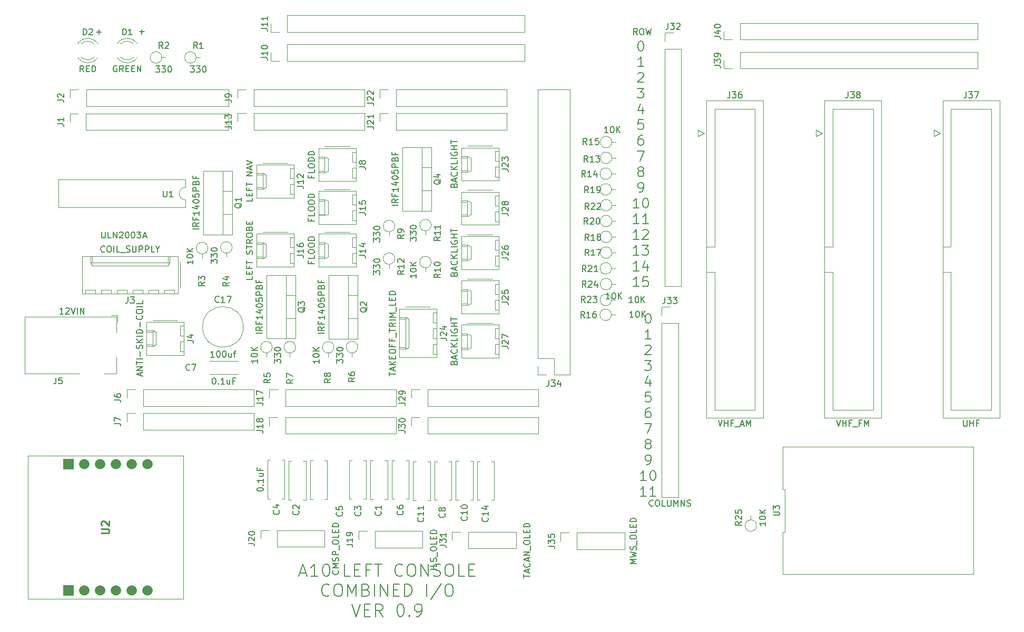
<source format=gbr>
%TF.GenerationSoftware,KiCad,Pcbnew,8.0.2-1*%
%TF.CreationDate,2024-08-11T12:43:00+10:00*%
%TF.ProjectId,Left Console Input and Output with Rotary,4c656674-2043-46f6-9e73-6f6c6520496e,rev?*%
%TF.SameCoordinates,Original*%
%TF.FileFunction,Legend,Top*%
%TF.FilePolarity,Positive*%
%FSLAX46Y46*%
G04 Gerber Fmt 4.6, Leading zero omitted, Abs format (unit mm)*
G04 Created by KiCad (PCBNEW 8.0.2-1) date 2024-08-11 12:43:00*
%MOMM*%
%LPD*%
G01*
G04 APERTURE LIST*
%ADD10C,0.150000*%
%ADD11C,0.254000*%
%ADD12C,0.120000*%
%ADD13C,0.100000*%
%ADD14R,1.665000X1.665000*%
%ADD15C,1.665000*%
G04 APERTURE END LIST*
D10*
X128636779Y-38538866D02*
X129398684Y-38538866D01*
X129017731Y-38919819D02*
X129017731Y-38157914D01*
X210323809Y-83896645D02*
X210476190Y-83896645D01*
X210476190Y-83896645D02*
X210628571Y-83971407D01*
X210628571Y-83971407D02*
X210704761Y-84046169D01*
X210704761Y-84046169D02*
X210780952Y-84195693D01*
X210780952Y-84195693D02*
X210857142Y-84494741D01*
X210857142Y-84494741D02*
X210857142Y-84868550D01*
X210857142Y-84868550D02*
X210780952Y-85167598D01*
X210780952Y-85167598D02*
X210704761Y-85317122D01*
X210704761Y-85317122D02*
X210628571Y-85391884D01*
X210628571Y-85391884D02*
X210476190Y-85466645D01*
X210476190Y-85466645D02*
X210323809Y-85466645D01*
X210323809Y-85466645D02*
X210171428Y-85391884D01*
X210171428Y-85391884D02*
X210095237Y-85317122D01*
X210095237Y-85317122D02*
X210019047Y-85167598D01*
X210019047Y-85167598D02*
X209942856Y-84868550D01*
X209942856Y-84868550D02*
X209942856Y-84494741D01*
X209942856Y-84494741D02*
X210019047Y-84195693D01*
X210019047Y-84195693D02*
X210095237Y-84046169D01*
X210095237Y-84046169D02*
X210171428Y-83971407D01*
X210171428Y-83971407D02*
X210323809Y-83896645D01*
X210857142Y-87994257D02*
X209942856Y-87994257D01*
X210399999Y-87994257D02*
X210399999Y-86424257D01*
X210399999Y-86424257D02*
X210247618Y-86648543D01*
X210247618Y-86648543D02*
X210095237Y-86798067D01*
X210095237Y-86798067D02*
X209942856Y-86872829D01*
X209942856Y-89101393D02*
X210019047Y-89026631D01*
X210019047Y-89026631D02*
X210171428Y-88951869D01*
X210171428Y-88951869D02*
X210552380Y-88951869D01*
X210552380Y-88951869D02*
X210704761Y-89026631D01*
X210704761Y-89026631D02*
X210780952Y-89101393D01*
X210780952Y-89101393D02*
X210857142Y-89250917D01*
X210857142Y-89250917D02*
X210857142Y-89400441D01*
X210857142Y-89400441D02*
X210780952Y-89624727D01*
X210780952Y-89624727D02*
X209866666Y-90521869D01*
X209866666Y-90521869D02*
X210857142Y-90521869D01*
X209866666Y-91479481D02*
X210857142Y-91479481D01*
X210857142Y-91479481D02*
X210323809Y-92077577D01*
X210323809Y-92077577D02*
X210552380Y-92077577D01*
X210552380Y-92077577D02*
X210704761Y-92152339D01*
X210704761Y-92152339D02*
X210780952Y-92227100D01*
X210780952Y-92227100D02*
X210857142Y-92376624D01*
X210857142Y-92376624D02*
X210857142Y-92750434D01*
X210857142Y-92750434D02*
X210780952Y-92899958D01*
X210780952Y-92899958D02*
X210704761Y-92974720D01*
X210704761Y-92974720D02*
X210552380Y-93049481D01*
X210552380Y-93049481D02*
X210095237Y-93049481D01*
X210095237Y-93049481D02*
X209942856Y-92974720D01*
X209942856Y-92974720D02*
X209866666Y-92899958D01*
X210704761Y-94530427D02*
X210704761Y-95577093D01*
X210323809Y-93932332D02*
X209942856Y-95053760D01*
X209942856Y-95053760D02*
X210933333Y-95053760D01*
X210780952Y-96534705D02*
X210019047Y-96534705D01*
X210019047Y-96534705D02*
X209942856Y-97282324D01*
X209942856Y-97282324D02*
X210019047Y-97207563D01*
X210019047Y-97207563D02*
X210171428Y-97132801D01*
X210171428Y-97132801D02*
X210552380Y-97132801D01*
X210552380Y-97132801D02*
X210704761Y-97207563D01*
X210704761Y-97207563D02*
X210780952Y-97282324D01*
X210780952Y-97282324D02*
X210857142Y-97431848D01*
X210857142Y-97431848D02*
X210857142Y-97805658D01*
X210857142Y-97805658D02*
X210780952Y-97955182D01*
X210780952Y-97955182D02*
X210704761Y-98029944D01*
X210704761Y-98029944D02*
X210552380Y-98104705D01*
X210552380Y-98104705D02*
X210171428Y-98104705D01*
X210171428Y-98104705D02*
X210019047Y-98029944D01*
X210019047Y-98029944D02*
X209942856Y-97955182D01*
X210704761Y-99062317D02*
X210399999Y-99062317D01*
X210399999Y-99062317D02*
X210247618Y-99137079D01*
X210247618Y-99137079D02*
X210171428Y-99211841D01*
X210171428Y-99211841D02*
X210019047Y-99436127D01*
X210019047Y-99436127D02*
X209942856Y-99735175D01*
X209942856Y-99735175D02*
X209942856Y-100333270D01*
X209942856Y-100333270D02*
X210019047Y-100482794D01*
X210019047Y-100482794D02*
X210095237Y-100557556D01*
X210095237Y-100557556D02*
X210247618Y-100632317D01*
X210247618Y-100632317D02*
X210552380Y-100632317D01*
X210552380Y-100632317D02*
X210704761Y-100557556D01*
X210704761Y-100557556D02*
X210780952Y-100482794D01*
X210780952Y-100482794D02*
X210857142Y-100333270D01*
X210857142Y-100333270D02*
X210857142Y-99959460D01*
X210857142Y-99959460D02*
X210780952Y-99809936D01*
X210780952Y-99809936D02*
X210704761Y-99735175D01*
X210704761Y-99735175D02*
X210552380Y-99660413D01*
X210552380Y-99660413D02*
X210247618Y-99660413D01*
X210247618Y-99660413D02*
X210095237Y-99735175D01*
X210095237Y-99735175D02*
X210019047Y-99809936D01*
X210019047Y-99809936D02*
X209942856Y-99959460D01*
X209866666Y-101589929D02*
X210933333Y-101589929D01*
X210933333Y-101589929D02*
X210247618Y-103159929D01*
X210247618Y-104790399D02*
X210095237Y-104715637D01*
X210095237Y-104715637D02*
X210019047Y-104640875D01*
X210019047Y-104640875D02*
X209942856Y-104491351D01*
X209942856Y-104491351D02*
X209942856Y-104416589D01*
X209942856Y-104416589D02*
X210019047Y-104267065D01*
X210019047Y-104267065D02*
X210095237Y-104192303D01*
X210095237Y-104192303D02*
X210247618Y-104117541D01*
X210247618Y-104117541D02*
X210552380Y-104117541D01*
X210552380Y-104117541D02*
X210704761Y-104192303D01*
X210704761Y-104192303D02*
X210780952Y-104267065D01*
X210780952Y-104267065D02*
X210857142Y-104416589D01*
X210857142Y-104416589D02*
X210857142Y-104491351D01*
X210857142Y-104491351D02*
X210780952Y-104640875D01*
X210780952Y-104640875D02*
X210704761Y-104715637D01*
X210704761Y-104715637D02*
X210552380Y-104790399D01*
X210552380Y-104790399D02*
X210247618Y-104790399D01*
X210247618Y-104790399D02*
X210095237Y-104865160D01*
X210095237Y-104865160D02*
X210019047Y-104939922D01*
X210019047Y-104939922D02*
X209942856Y-105089446D01*
X209942856Y-105089446D02*
X209942856Y-105388494D01*
X209942856Y-105388494D02*
X210019047Y-105538018D01*
X210019047Y-105538018D02*
X210095237Y-105612780D01*
X210095237Y-105612780D02*
X210247618Y-105687541D01*
X210247618Y-105687541D02*
X210552380Y-105687541D01*
X210552380Y-105687541D02*
X210704761Y-105612780D01*
X210704761Y-105612780D02*
X210780952Y-105538018D01*
X210780952Y-105538018D02*
X210857142Y-105388494D01*
X210857142Y-105388494D02*
X210857142Y-105089446D01*
X210857142Y-105089446D02*
X210780952Y-104939922D01*
X210780952Y-104939922D02*
X210704761Y-104865160D01*
X210704761Y-104865160D02*
X210552380Y-104790399D01*
X210095237Y-108215153D02*
X210399999Y-108215153D01*
X210399999Y-108215153D02*
X210552380Y-108140392D01*
X210552380Y-108140392D02*
X210628571Y-108065630D01*
X210628571Y-108065630D02*
X210780952Y-107841344D01*
X210780952Y-107841344D02*
X210857142Y-107542296D01*
X210857142Y-107542296D02*
X210857142Y-106944201D01*
X210857142Y-106944201D02*
X210780952Y-106794677D01*
X210780952Y-106794677D02*
X210704761Y-106719915D01*
X210704761Y-106719915D02*
X210552380Y-106645153D01*
X210552380Y-106645153D02*
X210247618Y-106645153D01*
X210247618Y-106645153D02*
X210095237Y-106719915D01*
X210095237Y-106719915D02*
X210019047Y-106794677D01*
X210019047Y-106794677D02*
X209942856Y-106944201D01*
X209942856Y-106944201D02*
X209942856Y-107318011D01*
X209942856Y-107318011D02*
X210019047Y-107467534D01*
X210019047Y-107467534D02*
X210095237Y-107542296D01*
X210095237Y-107542296D02*
X210247618Y-107617058D01*
X210247618Y-107617058D02*
X210552380Y-107617058D01*
X210552380Y-107617058D02*
X210704761Y-107542296D01*
X210704761Y-107542296D02*
X210780952Y-107467534D01*
X210780952Y-107467534D02*
X210857142Y-107318011D01*
X210095237Y-110742765D02*
X209180951Y-110742765D01*
X209638094Y-110742765D02*
X209638094Y-109172765D01*
X209638094Y-109172765D02*
X209485713Y-109397051D01*
X209485713Y-109397051D02*
X209333332Y-109546575D01*
X209333332Y-109546575D02*
X209180951Y-109621337D01*
X211085714Y-109172765D02*
X211238095Y-109172765D01*
X211238095Y-109172765D02*
X211390476Y-109247527D01*
X211390476Y-109247527D02*
X211466666Y-109322289D01*
X211466666Y-109322289D02*
X211542857Y-109471813D01*
X211542857Y-109471813D02*
X211619047Y-109770861D01*
X211619047Y-109770861D02*
X211619047Y-110144670D01*
X211619047Y-110144670D02*
X211542857Y-110443718D01*
X211542857Y-110443718D02*
X211466666Y-110593242D01*
X211466666Y-110593242D02*
X211390476Y-110668004D01*
X211390476Y-110668004D02*
X211238095Y-110742765D01*
X211238095Y-110742765D02*
X211085714Y-110742765D01*
X211085714Y-110742765D02*
X210933333Y-110668004D01*
X210933333Y-110668004D02*
X210857142Y-110593242D01*
X210857142Y-110593242D02*
X210780952Y-110443718D01*
X210780952Y-110443718D02*
X210704761Y-110144670D01*
X210704761Y-110144670D02*
X210704761Y-109770861D01*
X210704761Y-109770861D02*
X210780952Y-109471813D01*
X210780952Y-109471813D02*
X210857142Y-109322289D01*
X210857142Y-109322289D02*
X210933333Y-109247527D01*
X210933333Y-109247527D02*
X211085714Y-109172765D01*
X210095237Y-113270377D02*
X209180951Y-113270377D01*
X209638094Y-113270377D02*
X209638094Y-111700377D01*
X209638094Y-111700377D02*
X209485713Y-111924663D01*
X209485713Y-111924663D02*
X209333332Y-112074187D01*
X209333332Y-112074187D02*
X209180951Y-112148949D01*
X211619047Y-113270377D02*
X210704761Y-113270377D01*
X211161904Y-113270377D02*
X211161904Y-111700377D01*
X211161904Y-111700377D02*
X211009523Y-111924663D01*
X211009523Y-111924663D02*
X210857142Y-112074187D01*
X210857142Y-112074187D02*
X210704761Y-112148949D01*
X154452379Y-125626121D02*
X155404760Y-125626121D01*
X154261903Y-126197550D02*
X154928569Y-124197550D01*
X154928569Y-124197550D02*
X155595236Y-126197550D01*
X157309522Y-126197550D02*
X156166665Y-126197550D01*
X156738093Y-126197550D02*
X156738093Y-124197550D01*
X156738093Y-124197550D02*
X156547617Y-124483264D01*
X156547617Y-124483264D02*
X156357141Y-124673740D01*
X156357141Y-124673740D02*
X156166665Y-124768978D01*
X158547617Y-124197550D02*
X158738094Y-124197550D01*
X158738094Y-124197550D02*
X158928570Y-124292788D01*
X158928570Y-124292788D02*
X159023808Y-124388026D01*
X159023808Y-124388026D02*
X159119046Y-124578502D01*
X159119046Y-124578502D02*
X159214284Y-124959454D01*
X159214284Y-124959454D02*
X159214284Y-125435645D01*
X159214284Y-125435645D02*
X159119046Y-125816597D01*
X159119046Y-125816597D02*
X159023808Y-126007073D01*
X159023808Y-126007073D02*
X158928570Y-126102312D01*
X158928570Y-126102312D02*
X158738094Y-126197550D01*
X158738094Y-126197550D02*
X158547617Y-126197550D01*
X158547617Y-126197550D02*
X158357141Y-126102312D01*
X158357141Y-126102312D02*
X158261903Y-126007073D01*
X158261903Y-126007073D02*
X158166665Y-125816597D01*
X158166665Y-125816597D02*
X158071427Y-125435645D01*
X158071427Y-125435645D02*
X158071427Y-124959454D01*
X158071427Y-124959454D02*
X158166665Y-124578502D01*
X158166665Y-124578502D02*
X158261903Y-124388026D01*
X158261903Y-124388026D02*
X158357141Y-124292788D01*
X158357141Y-124292788D02*
X158547617Y-124197550D01*
X162547618Y-126197550D02*
X161595237Y-126197550D01*
X161595237Y-126197550D02*
X161595237Y-124197550D01*
X163214285Y-125149931D02*
X163880952Y-125149931D01*
X164166666Y-126197550D02*
X163214285Y-126197550D01*
X163214285Y-126197550D02*
X163214285Y-124197550D01*
X163214285Y-124197550D02*
X164166666Y-124197550D01*
X165690476Y-125149931D02*
X165023809Y-125149931D01*
X165023809Y-126197550D02*
X165023809Y-124197550D01*
X165023809Y-124197550D02*
X165976190Y-124197550D01*
X166452381Y-124197550D02*
X167595238Y-124197550D01*
X167023809Y-126197550D02*
X167023809Y-124197550D01*
X170928572Y-126007073D02*
X170833334Y-126102312D01*
X170833334Y-126102312D02*
X170547620Y-126197550D01*
X170547620Y-126197550D02*
X170357144Y-126197550D01*
X170357144Y-126197550D02*
X170071429Y-126102312D01*
X170071429Y-126102312D02*
X169880953Y-125911835D01*
X169880953Y-125911835D02*
X169785715Y-125721359D01*
X169785715Y-125721359D02*
X169690477Y-125340407D01*
X169690477Y-125340407D02*
X169690477Y-125054692D01*
X169690477Y-125054692D02*
X169785715Y-124673740D01*
X169785715Y-124673740D02*
X169880953Y-124483264D01*
X169880953Y-124483264D02*
X170071429Y-124292788D01*
X170071429Y-124292788D02*
X170357144Y-124197550D01*
X170357144Y-124197550D02*
X170547620Y-124197550D01*
X170547620Y-124197550D02*
X170833334Y-124292788D01*
X170833334Y-124292788D02*
X170928572Y-124388026D01*
X172166667Y-124197550D02*
X172547620Y-124197550D01*
X172547620Y-124197550D02*
X172738096Y-124292788D01*
X172738096Y-124292788D02*
X172928572Y-124483264D01*
X172928572Y-124483264D02*
X173023810Y-124864216D01*
X173023810Y-124864216D02*
X173023810Y-125530883D01*
X173023810Y-125530883D02*
X172928572Y-125911835D01*
X172928572Y-125911835D02*
X172738096Y-126102312D01*
X172738096Y-126102312D02*
X172547620Y-126197550D01*
X172547620Y-126197550D02*
X172166667Y-126197550D01*
X172166667Y-126197550D02*
X171976191Y-126102312D01*
X171976191Y-126102312D02*
X171785715Y-125911835D01*
X171785715Y-125911835D02*
X171690477Y-125530883D01*
X171690477Y-125530883D02*
X171690477Y-124864216D01*
X171690477Y-124864216D02*
X171785715Y-124483264D01*
X171785715Y-124483264D02*
X171976191Y-124292788D01*
X171976191Y-124292788D02*
X172166667Y-124197550D01*
X173880953Y-126197550D02*
X173880953Y-124197550D01*
X173880953Y-124197550D02*
X175023810Y-126197550D01*
X175023810Y-126197550D02*
X175023810Y-124197550D01*
X175880953Y-126102312D02*
X176166667Y-126197550D01*
X176166667Y-126197550D02*
X176642858Y-126197550D01*
X176642858Y-126197550D02*
X176833334Y-126102312D01*
X176833334Y-126102312D02*
X176928572Y-126007073D01*
X176928572Y-126007073D02*
X177023810Y-125816597D01*
X177023810Y-125816597D02*
X177023810Y-125626121D01*
X177023810Y-125626121D02*
X176928572Y-125435645D01*
X176928572Y-125435645D02*
X176833334Y-125340407D01*
X176833334Y-125340407D02*
X176642858Y-125245169D01*
X176642858Y-125245169D02*
X176261905Y-125149931D01*
X176261905Y-125149931D02*
X176071429Y-125054692D01*
X176071429Y-125054692D02*
X175976191Y-124959454D01*
X175976191Y-124959454D02*
X175880953Y-124768978D01*
X175880953Y-124768978D02*
X175880953Y-124578502D01*
X175880953Y-124578502D02*
X175976191Y-124388026D01*
X175976191Y-124388026D02*
X176071429Y-124292788D01*
X176071429Y-124292788D02*
X176261905Y-124197550D01*
X176261905Y-124197550D02*
X176738096Y-124197550D01*
X176738096Y-124197550D02*
X177023810Y-124292788D01*
X178261905Y-124197550D02*
X178642858Y-124197550D01*
X178642858Y-124197550D02*
X178833334Y-124292788D01*
X178833334Y-124292788D02*
X179023810Y-124483264D01*
X179023810Y-124483264D02*
X179119048Y-124864216D01*
X179119048Y-124864216D02*
X179119048Y-125530883D01*
X179119048Y-125530883D02*
X179023810Y-125911835D01*
X179023810Y-125911835D02*
X178833334Y-126102312D01*
X178833334Y-126102312D02*
X178642858Y-126197550D01*
X178642858Y-126197550D02*
X178261905Y-126197550D01*
X178261905Y-126197550D02*
X178071429Y-126102312D01*
X178071429Y-126102312D02*
X177880953Y-125911835D01*
X177880953Y-125911835D02*
X177785715Y-125530883D01*
X177785715Y-125530883D02*
X177785715Y-124864216D01*
X177785715Y-124864216D02*
X177880953Y-124483264D01*
X177880953Y-124483264D02*
X178071429Y-124292788D01*
X178071429Y-124292788D02*
X178261905Y-124197550D01*
X180928572Y-126197550D02*
X179976191Y-126197550D01*
X179976191Y-126197550D02*
X179976191Y-124197550D01*
X181595239Y-125149931D02*
X182261906Y-125149931D01*
X182547620Y-126197550D02*
X181595239Y-126197550D01*
X181595239Y-126197550D02*
X181595239Y-124197550D01*
X181595239Y-124197550D02*
X182547620Y-124197550D01*
X159166666Y-129226961D02*
X159071428Y-129322200D01*
X159071428Y-129322200D02*
X158785714Y-129417438D01*
X158785714Y-129417438D02*
X158595238Y-129417438D01*
X158595238Y-129417438D02*
X158309523Y-129322200D01*
X158309523Y-129322200D02*
X158119047Y-129131723D01*
X158119047Y-129131723D02*
X158023809Y-128941247D01*
X158023809Y-128941247D02*
X157928571Y-128560295D01*
X157928571Y-128560295D02*
X157928571Y-128274580D01*
X157928571Y-128274580D02*
X158023809Y-127893628D01*
X158023809Y-127893628D02*
X158119047Y-127703152D01*
X158119047Y-127703152D02*
X158309523Y-127512676D01*
X158309523Y-127512676D02*
X158595238Y-127417438D01*
X158595238Y-127417438D02*
X158785714Y-127417438D01*
X158785714Y-127417438D02*
X159071428Y-127512676D01*
X159071428Y-127512676D02*
X159166666Y-127607914D01*
X160404761Y-127417438D02*
X160785714Y-127417438D01*
X160785714Y-127417438D02*
X160976190Y-127512676D01*
X160976190Y-127512676D02*
X161166666Y-127703152D01*
X161166666Y-127703152D02*
X161261904Y-128084104D01*
X161261904Y-128084104D02*
X161261904Y-128750771D01*
X161261904Y-128750771D02*
X161166666Y-129131723D01*
X161166666Y-129131723D02*
X160976190Y-129322200D01*
X160976190Y-129322200D02*
X160785714Y-129417438D01*
X160785714Y-129417438D02*
X160404761Y-129417438D01*
X160404761Y-129417438D02*
X160214285Y-129322200D01*
X160214285Y-129322200D02*
X160023809Y-129131723D01*
X160023809Y-129131723D02*
X159928571Y-128750771D01*
X159928571Y-128750771D02*
X159928571Y-128084104D01*
X159928571Y-128084104D02*
X160023809Y-127703152D01*
X160023809Y-127703152D02*
X160214285Y-127512676D01*
X160214285Y-127512676D02*
X160404761Y-127417438D01*
X162119047Y-129417438D02*
X162119047Y-127417438D01*
X162119047Y-127417438D02*
X162785714Y-128846009D01*
X162785714Y-128846009D02*
X163452380Y-127417438D01*
X163452380Y-127417438D02*
X163452380Y-129417438D01*
X165071428Y-128369819D02*
X165357142Y-128465057D01*
X165357142Y-128465057D02*
X165452380Y-128560295D01*
X165452380Y-128560295D02*
X165547618Y-128750771D01*
X165547618Y-128750771D02*
X165547618Y-129036485D01*
X165547618Y-129036485D02*
X165452380Y-129226961D01*
X165452380Y-129226961D02*
X165357142Y-129322200D01*
X165357142Y-129322200D02*
X165166666Y-129417438D01*
X165166666Y-129417438D02*
X164404761Y-129417438D01*
X164404761Y-129417438D02*
X164404761Y-127417438D01*
X164404761Y-127417438D02*
X165071428Y-127417438D01*
X165071428Y-127417438D02*
X165261904Y-127512676D01*
X165261904Y-127512676D02*
X165357142Y-127607914D01*
X165357142Y-127607914D02*
X165452380Y-127798390D01*
X165452380Y-127798390D02*
X165452380Y-127988866D01*
X165452380Y-127988866D02*
X165357142Y-128179342D01*
X165357142Y-128179342D02*
X165261904Y-128274580D01*
X165261904Y-128274580D02*
X165071428Y-128369819D01*
X165071428Y-128369819D02*
X164404761Y-128369819D01*
X166404761Y-129417438D02*
X166404761Y-127417438D01*
X167357142Y-129417438D02*
X167357142Y-127417438D01*
X167357142Y-127417438D02*
X168499999Y-129417438D01*
X168499999Y-129417438D02*
X168499999Y-127417438D01*
X169452380Y-128369819D02*
X170119047Y-128369819D01*
X170404761Y-129417438D02*
X169452380Y-129417438D01*
X169452380Y-129417438D02*
X169452380Y-127417438D01*
X169452380Y-127417438D02*
X170404761Y-127417438D01*
X171261904Y-129417438D02*
X171261904Y-127417438D01*
X171261904Y-127417438D02*
X171738094Y-127417438D01*
X171738094Y-127417438D02*
X172023809Y-127512676D01*
X172023809Y-127512676D02*
X172214285Y-127703152D01*
X172214285Y-127703152D02*
X172309523Y-127893628D01*
X172309523Y-127893628D02*
X172404761Y-128274580D01*
X172404761Y-128274580D02*
X172404761Y-128560295D01*
X172404761Y-128560295D02*
X172309523Y-128941247D01*
X172309523Y-128941247D02*
X172214285Y-129131723D01*
X172214285Y-129131723D02*
X172023809Y-129322200D01*
X172023809Y-129322200D02*
X171738094Y-129417438D01*
X171738094Y-129417438D02*
X171261904Y-129417438D01*
X174785714Y-129417438D02*
X174785714Y-127417438D01*
X177166666Y-127322200D02*
X175452381Y-129893628D01*
X178214285Y-127417438D02*
X178595238Y-127417438D01*
X178595238Y-127417438D02*
X178785714Y-127512676D01*
X178785714Y-127512676D02*
X178976190Y-127703152D01*
X178976190Y-127703152D02*
X179071428Y-128084104D01*
X179071428Y-128084104D02*
X179071428Y-128750771D01*
X179071428Y-128750771D02*
X178976190Y-129131723D01*
X178976190Y-129131723D02*
X178785714Y-129322200D01*
X178785714Y-129322200D02*
X178595238Y-129417438D01*
X178595238Y-129417438D02*
X178214285Y-129417438D01*
X178214285Y-129417438D02*
X178023809Y-129322200D01*
X178023809Y-129322200D02*
X177833333Y-129131723D01*
X177833333Y-129131723D02*
X177738095Y-128750771D01*
X177738095Y-128750771D02*
X177738095Y-128084104D01*
X177738095Y-128084104D02*
X177833333Y-127703152D01*
X177833333Y-127703152D02*
X178023809Y-127512676D01*
X178023809Y-127512676D02*
X178214285Y-127417438D01*
X162785714Y-130637326D02*
X163452380Y-132637326D01*
X163452380Y-132637326D02*
X164119047Y-130637326D01*
X164785714Y-131589707D02*
X165452381Y-131589707D01*
X165738095Y-132637326D02*
X164785714Y-132637326D01*
X164785714Y-132637326D02*
X164785714Y-130637326D01*
X164785714Y-130637326D02*
X165738095Y-130637326D01*
X167738095Y-132637326D02*
X167071428Y-131684945D01*
X166595238Y-132637326D02*
X166595238Y-130637326D01*
X166595238Y-130637326D02*
X167357143Y-130637326D01*
X167357143Y-130637326D02*
X167547619Y-130732564D01*
X167547619Y-130732564D02*
X167642857Y-130827802D01*
X167642857Y-130827802D02*
X167738095Y-131018278D01*
X167738095Y-131018278D02*
X167738095Y-131303992D01*
X167738095Y-131303992D02*
X167642857Y-131494468D01*
X167642857Y-131494468D02*
X167547619Y-131589707D01*
X167547619Y-131589707D02*
X167357143Y-131684945D01*
X167357143Y-131684945D02*
X166595238Y-131684945D01*
X170500000Y-130637326D02*
X170690477Y-130637326D01*
X170690477Y-130637326D02*
X170880953Y-130732564D01*
X170880953Y-130732564D02*
X170976191Y-130827802D01*
X170976191Y-130827802D02*
X171071429Y-131018278D01*
X171071429Y-131018278D02*
X171166667Y-131399230D01*
X171166667Y-131399230D02*
X171166667Y-131875421D01*
X171166667Y-131875421D02*
X171071429Y-132256373D01*
X171071429Y-132256373D02*
X170976191Y-132446849D01*
X170976191Y-132446849D02*
X170880953Y-132542088D01*
X170880953Y-132542088D02*
X170690477Y-132637326D01*
X170690477Y-132637326D02*
X170500000Y-132637326D01*
X170500000Y-132637326D02*
X170309524Y-132542088D01*
X170309524Y-132542088D02*
X170214286Y-132446849D01*
X170214286Y-132446849D02*
X170119048Y-132256373D01*
X170119048Y-132256373D02*
X170023810Y-131875421D01*
X170023810Y-131875421D02*
X170023810Y-131399230D01*
X170023810Y-131399230D02*
X170119048Y-131018278D01*
X170119048Y-131018278D02*
X170214286Y-130827802D01*
X170214286Y-130827802D02*
X170309524Y-130732564D01*
X170309524Y-130732564D02*
X170500000Y-130637326D01*
X172023810Y-132446849D02*
X172119048Y-132542088D01*
X172119048Y-132542088D02*
X172023810Y-132637326D01*
X172023810Y-132637326D02*
X171928572Y-132542088D01*
X171928572Y-132542088D02*
X172023810Y-132446849D01*
X172023810Y-132446849D02*
X172023810Y-132637326D01*
X173071429Y-132637326D02*
X173452381Y-132637326D01*
X173452381Y-132637326D02*
X173642858Y-132542088D01*
X173642858Y-132542088D02*
X173738096Y-132446849D01*
X173738096Y-132446849D02*
X173928572Y-132161135D01*
X173928572Y-132161135D02*
X174023810Y-131780183D01*
X174023810Y-131780183D02*
X174023810Y-131018278D01*
X174023810Y-131018278D02*
X173928572Y-130827802D01*
X173928572Y-130827802D02*
X173833334Y-130732564D01*
X173833334Y-130732564D02*
X173642858Y-130637326D01*
X173642858Y-130637326D02*
X173261905Y-130637326D01*
X173261905Y-130637326D02*
X173071429Y-130732564D01*
X173071429Y-130732564D02*
X172976191Y-130827802D01*
X172976191Y-130827802D02*
X172880953Y-131018278D01*
X172880953Y-131018278D02*
X172880953Y-131494468D01*
X172880953Y-131494468D02*
X172976191Y-131684945D01*
X172976191Y-131684945D02*
X173071429Y-131780183D01*
X173071429Y-131780183D02*
X173261905Y-131875421D01*
X173261905Y-131875421D02*
X173642858Y-131875421D01*
X173642858Y-131875421D02*
X173833334Y-131780183D01*
X173833334Y-131780183D02*
X173928572Y-131684945D01*
X173928572Y-131684945D02*
X174023810Y-131494468D01*
X121736779Y-38588866D02*
X122498684Y-38588866D01*
X122117731Y-38969819D02*
X122117731Y-38207914D01*
X208658207Y-39019819D02*
X208324874Y-38543628D01*
X208086779Y-39019819D02*
X208086779Y-38019819D01*
X208086779Y-38019819D02*
X208467731Y-38019819D01*
X208467731Y-38019819D02*
X208562969Y-38067438D01*
X208562969Y-38067438D02*
X208610588Y-38115057D01*
X208610588Y-38115057D02*
X208658207Y-38210295D01*
X208658207Y-38210295D02*
X208658207Y-38353152D01*
X208658207Y-38353152D02*
X208610588Y-38448390D01*
X208610588Y-38448390D02*
X208562969Y-38496009D01*
X208562969Y-38496009D02*
X208467731Y-38543628D01*
X208467731Y-38543628D02*
X208086779Y-38543628D01*
X209277255Y-38019819D02*
X209467731Y-38019819D01*
X209467731Y-38019819D02*
X209562969Y-38067438D01*
X209562969Y-38067438D02*
X209658207Y-38162676D01*
X209658207Y-38162676D02*
X209705826Y-38353152D01*
X209705826Y-38353152D02*
X209705826Y-38686485D01*
X209705826Y-38686485D02*
X209658207Y-38876961D01*
X209658207Y-38876961D02*
X209562969Y-38972200D01*
X209562969Y-38972200D02*
X209467731Y-39019819D01*
X209467731Y-39019819D02*
X209277255Y-39019819D01*
X209277255Y-39019819D02*
X209182017Y-38972200D01*
X209182017Y-38972200D02*
X209086779Y-38876961D01*
X209086779Y-38876961D02*
X209039160Y-38686485D01*
X209039160Y-38686485D02*
X209039160Y-38353152D01*
X209039160Y-38353152D02*
X209086779Y-38162676D01*
X209086779Y-38162676D02*
X209182017Y-38067438D01*
X209182017Y-38067438D02*
X209277255Y-38019819D01*
X210039160Y-38019819D02*
X210277255Y-39019819D01*
X210277255Y-39019819D02*
X210467731Y-38305533D01*
X210467731Y-38305533D02*
X210658207Y-39019819D01*
X210658207Y-39019819D02*
X210896303Y-38019819D01*
X209143809Y-40059421D02*
X209296190Y-40059421D01*
X209296190Y-40059421D02*
X209448571Y-40134183D01*
X209448571Y-40134183D02*
X209524761Y-40208945D01*
X209524761Y-40208945D02*
X209600952Y-40358469D01*
X209600952Y-40358469D02*
X209677142Y-40657517D01*
X209677142Y-40657517D02*
X209677142Y-41031326D01*
X209677142Y-41031326D02*
X209600952Y-41330374D01*
X209600952Y-41330374D02*
X209524761Y-41479898D01*
X209524761Y-41479898D02*
X209448571Y-41554660D01*
X209448571Y-41554660D02*
X209296190Y-41629421D01*
X209296190Y-41629421D02*
X209143809Y-41629421D01*
X209143809Y-41629421D02*
X208991428Y-41554660D01*
X208991428Y-41554660D02*
X208915237Y-41479898D01*
X208915237Y-41479898D02*
X208839047Y-41330374D01*
X208839047Y-41330374D02*
X208762856Y-41031326D01*
X208762856Y-41031326D02*
X208762856Y-40657517D01*
X208762856Y-40657517D02*
X208839047Y-40358469D01*
X208839047Y-40358469D02*
X208915237Y-40208945D01*
X208915237Y-40208945D02*
X208991428Y-40134183D01*
X208991428Y-40134183D02*
X209143809Y-40059421D01*
X209677142Y-44157033D02*
X208762856Y-44157033D01*
X209219999Y-44157033D02*
X209219999Y-42587033D01*
X209219999Y-42587033D02*
X209067618Y-42811319D01*
X209067618Y-42811319D02*
X208915237Y-42960843D01*
X208915237Y-42960843D02*
X208762856Y-43035605D01*
X208762856Y-45264169D02*
X208839047Y-45189407D01*
X208839047Y-45189407D02*
X208991428Y-45114645D01*
X208991428Y-45114645D02*
X209372380Y-45114645D01*
X209372380Y-45114645D02*
X209524761Y-45189407D01*
X209524761Y-45189407D02*
X209600952Y-45264169D01*
X209600952Y-45264169D02*
X209677142Y-45413693D01*
X209677142Y-45413693D02*
X209677142Y-45563217D01*
X209677142Y-45563217D02*
X209600952Y-45787503D01*
X209600952Y-45787503D02*
X208686666Y-46684645D01*
X208686666Y-46684645D02*
X209677142Y-46684645D01*
X208686666Y-47642257D02*
X209677142Y-47642257D01*
X209677142Y-47642257D02*
X209143809Y-48240353D01*
X209143809Y-48240353D02*
X209372380Y-48240353D01*
X209372380Y-48240353D02*
X209524761Y-48315115D01*
X209524761Y-48315115D02*
X209600952Y-48389876D01*
X209600952Y-48389876D02*
X209677142Y-48539400D01*
X209677142Y-48539400D02*
X209677142Y-48913210D01*
X209677142Y-48913210D02*
X209600952Y-49062734D01*
X209600952Y-49062734D02*
X209524761Y-49137496D01*
X209524761Y-49137496D02*
X209372380Y-49212257D01*
X209372380Y-49212257D02*
X208915237Y-49212257D01*
X208915237Y-49212257D02*
X208762856Y-49137496D01*
X208762856Y-49137496D02*
X208686666Y-49062734D01*
X209524761Y-50693203D02*
X209524761Y-51739869D01*
X209143809Y-50095108D02*
X208762856Y-51216536D01*
X208762856Y-51216536D02*
X209753333Y-51216536D01*
X209600952Y-52697481D02*
X208839047Y-52697481D01*
X208839047Y-52697481D02*
X208762856Y-53445100D01*
X208762856Y-53445100D02*
X208839047Y-53370339D01*
X208839047Y-53370339D02*
X208991428Y-53295577D01*
X208991428Y-53295577D02*
X209372380Y-53295577D01*
X209372380Y-53295577D02*
X209524761Y-53370339D01*
X209524761Y-53370339D02*
X209600952Y-53445100D01*
X209600952Y-53445100D02*
X209677142Y-53594624D01*
X209677142Y-53594624D02*
X209677142Y-53968434D01*
X209677142Y-53968434D02*
X209600952Y-54117958D01*
X209600952Y-54117958D02*
X209524761Y-54192720D01*
X209524761Y-54192720D02*
X209372380Y-54267481D01*
X209372380Y-54267481D02*
X208991428Y-54267481D01*
X208991428Y-54267481D02*
X208839047Y-54192720D01*
X208839047Y-54192720D02*
X208762856Y-54117958D01*
X209524761Y-55225093D02*
X209219999Y-55225093D01*
X209219999Y-55225093D02*
X209067618Y-55299855D01*
X209067618Y-55299855D02*
X208991428Y-55374617D01*
X208991428Y-55374617D02*
X208839047Y-55598903D01*
X208839047Y-55598903D02*
X208762856Y-55897951D01*
X208762856Y-55897951D02*
X208762856Y-56496046D01*
X208762856Y-56496046D02*
X208839047Y-56645570D01*
X208839047Y-56645570D02*
X208915237Y-56720332D01*
X208915237Y-56720332D02*
X209067618Y-56795093D01*
X209067618Y-56795093D02*
X209372380Y-56795093D01*
X209372380Y-56795093D02*
X209524761Y-56720332D01*
X209524761Y-56720332D02*
X209600952Y-56645570D01*
X209600952Y-56645570D02*
X209677142Y-56496046D01*
X209677142Y-56496046D02*
X209677142Y-56122236D01*
X209677142Y-56122236D02*
X209600952Y-55972712D01*
X209600952Y-55972712D02*
X209524761Y-55897951D01*
X209524761Y-55897951D02*
X209372380Y-55823189D01*
X209372380Y-55823189D02*
X209067618Y-55823189D01*
X209067618Y-55823189D02*
X208915237Y-55897951D01*
X208915237Y-55897951D02*
X208839047Y-55972712D01*
X208839047Y-55972712D02*
X208762856Y-56122236D01*
X208686666Y-57752705D02*
X209753333Y-57752705D01*
X209753333Y-57752705D02*
X209067618Y-59322705D01*
X209067618Y-60953175D02*
X208915237Y-60878413D01*
X208915237Y-60878413D02*
X208839047Y-60803651D01*
X208839047Y-60803651D02*
X208762856Y-60654127D01*
X208762856Y-60654127D02*
X208762856Y-60579365D01*
X208762856Y-60579365D02*
X208839047Y-60429841D01*
X208839047Y-60429841D02*
X208915237Y-60355079D01*
X208915237Y-60355079D02*
X209067618Y-60280317D01*
X209067618Y-60280317D02*
X209372380Y-60280317D01*
X209372380Y-60280317D02*
X209524761Y-60355079D01*
X209524761Y-60355079D02*
X209600952Y-60429841D01*
X209600952Y-60429841D02*
X209677142Y-60579365D01*
X209677142Y-60579365D02*
X209677142Y-60654127D01*
X209677142Y-60654127D02*
X209600952Y-60803651D01*
X209600952Y-60803651D02*
X209524761Y-60878413D01*
X209524761Y-60878413D02*
X209372380Y-60953175D01*
X209372380Y-60953175D02*
X209067618Y-60953175D01*
X209067618Y-60953175D02*
X208915237Y-61027936D01*
X208915237Y-61027936D02*
X208839047Y-61102698D01*
X208839047Y-61102698D02*
X208762856Y-61252222D01*
X208762856Y-61252222D02*
X208762856Y-61551270D01*
X208762856Y-61551270D02*
X208839047Y-61700794D01*
X208839047Y-61700794D02*
X208915237Y-61775556D01*
X208915237Y-61775556D02*
X209067618Y-61850317D01*
X209067618Y-61850317D02*
X209372380Y-61850317D01*
X209372380Y-61850317D02*
X209524761Y-61775556D01*
X209524761Y-61775556D02*
X209600952Y-61700794D01*
X209600952Y-61700794D02*
X209677142Y-61551270D01*
X209677142Y-61551270D02*
X209677142Y-61252222D01*
X209677142Y-61252222D02*
X209600952Y-61102698D01*
X209600952Y-61102698D02*
X209524761Y-61027936D01*
X209524761Y-61027936D02*
X209372380Y-60953175D01*
X208915237Y-64377929D02*
X209219999Y-64377929D01*
X209219999Y-64377929D02*
X209372380Y-64303168D01*
X209372380Y-64303168D02*
X209448571Y-64228406D01*
X209448571Y-64228406D02*
X209600952Y-64004120D01*
X209600952Y-64004120D02*
X209677142Y-63705072D01*
X209677142Y-63705072D02*
X209677142Y-63106977D01*
X209677142Y-63106977D02*
X209600952Y-62957453D01*
X209600952Y-62957453D02*
X209524761Y-62882691D01*
X209524761Y-62882691D02*
X209372380Y-62807929D01*
X209372380Y-62807929D02*
X209067618Y-62807929D01*
X209067618Y-62807929D02*
X208915237Y-62882691D01*
X208915237Y-62882691D02*
X208839047Y-62957453D01*
X208839047Y-62957453D02*
X208762856Y-63106977D01*
X208762856Y-63106977D02*
X208762856Y-63480787D01*
X208762856Y-63480787D02*
X208839047Y-63630310D01*
X208839047Y-63630310D02*
X208915237Y-63705072D01*
X208915237Y-63705072D02*
X209067618Y-63779834D01*
X209067618Y-63779834D02*
X209372380Y-63779834D01*
X209372380Y-63779834D02*
X209524761Y-63705072D01*
X209524761Y-63705072D02*
X209600952Y-63630310D01*
X209600952Y-63630310D02*
X209677142Y-63480787D01*
X208915237Y-66905541D02*
X208000951Y-66905541D01*
X208458094Y-66905541D02*
X208458094Y-65335541D01*
X208458094Y-65335541D02*
X208305713Y-65559827D01*
X208305713Y-65559827D02*
X208153332Y-65709351D01*
X208153332Y-65709351D02*
X208000951Y-65784113D01*
X209905714Y-65335541D02*
X210058095Y-65335541D01*
X210058095Y-65335541D02*
X210210476Y-65410303D01*
X210210476Y-65410303D02*
X210286666Y-65485065D01*
X210286666Y-65485065D02*
X210362857Y-65634589D01*
X210362857Y-65634589D02*
X210439047Y-65933637D01*
X210439047Y-65933637D02*
X210439047Y-66307446D01*
X210439047Y-66307446D02*
X210362857Y-66606494D01*
X210362857Y-66606494D02*
X210286666Y-66756018D01*
X210286666Y-66756018D02*
X210210476Y-66830780D01*
X210210476Y-66830780D02*
X210058095Y-66905541D01*
X210058095Y-66905541D02*
X209905714Y-66905541D01*
X209905714Y-66905541D02*
X209753333Y-66830780D01*
X209753333Y-66830780D02*
X209677142Y-66756018D01*
X209677142Y-66756018D02*
X209600952Y-66606494D01*
X209600952Y-66606494D02*
X209524761Y-66307446D01*
X209524761Y-66307446D02*
X209524761Y-65933637D01*
X209524761Y-65933637D02*
X209600952Y-65634589D01*
X209600952Y-65634589D02*
X209677142Y-65485065D01*
X209677142Y-65485065D02*
X209753333Y-65410303D01*
X209753333Y-65410303D02*
X209905714Y-65335541D01*
X208915237Y-69433153D02*
X208000951Y-69433153D01*
X208458094Y-69433153D02*
X208458094Y-67863153D01*
X208458094Y-67863153D02*
X208305713Y-68087439D01*
X208305713Y-68087439D02*
X208153332Y-68236963D01*
X208153332Y-68236963D02*
X208000951Y-68311725D01*
X210439047Y-69433153D02*
X209524761Y-69433153D01*
X209981904Y-69433153D02*
X209981904Y-67863153D01*
X209981904Y-67863153D02*
X209829523Y-68087439D01*
X209829523Y-68087439D02*
X209677142Y-68236963D01*
X209677142Y-68236963D02*
X209524761Y-68311725D01*
X208915237Y-71960765D02*
X208000951Y-71960765D01*
X208458094Y-71960765D02*
X208458094Y-70390765D01*
X208458094Y-70390765D02*
X208305713Y-70615051D01*
X208305713Y-70615051D02*
X208153332Y-70764575D01*
X208153332Y-70764575D02*
X208000951Y-70839337D01*
X209524761Y-70540289D02*
X209600952Y-70465527D01*
X209600952Y-70465527D02*
X209753333Y-70390765D01*
X209753333Y-70390765D02*
X210134285Y-70390765D01*
X210134285Y-70390765D02*
X210286666Y-70465527D01*
X210286666Y-70465527D02*
X210362857Y-70540289D01*
X210362857Y-70540289D02*
X210439047Y-70689813D01*
X210439047Y-70689813D02*
X210439047Y-70839337D01*
X210439047Y-70839337D02*
X210362857Y-71063623D01*
X210362857Y-71063623D02*
X209448571Y-71960765D01*
X209448571Y-71960765D02*
X210439047Y-71960765D01*
X208915237Y-74488377D02*
X208000951Y-74488377D01*
X208458094Y-74488377D02*
X208458094Y-72918377D01*
X208458094Y-72918377D02*
X208305713Y-73142663D01*
X208305713Y-73142663D02*
X208153332Y-73292187D01*
X208153332Y-73292187D02*
X208000951Y-73366949D01*
X209448571Y-72918377D02*
X210439047Y-72918377D01*
X210439047Y-72918377D02*
X209905714Y-73516473D01*
X209905714Y-73516473D02*
X210134285Y-73516473D01*
X210134285Y-73516473D02*
X210286666Y-73591235D01*
X210286666Y-73591235D02*
X210362857Y-73665996D01*
X210362857Y-73665996D02*
X210439047Y-73815520D01*
X210439047Y-73815520D02*
X210439047Y-74189330D01*
X210439047Y-74189330D02*
X210362857Y-74338854D01*
X210362857Y-74338854D02*
X210286666Y-74413616D01*
X210286666Y-74413616D02*
X210134285Y-74488377D01*
X210134285Y-74488377D02*
X209677142Y-74488377D01*
X209677142Y-74488377D02*
X209524761Y-74413616D01*
X209524761Y-74413616D02*
X209448571Y-74338854D01*
X208915237Y-77015989D02*
X208000951Y-77015989D01*
X208458094Y-77015989D02*
X208458094Y-75445989D01*
X208458094Y-75445989D02*
X208305713Y-75670275D01*
X208305713Y-75670275D02*
X208153332Y-75819799D01*
X208153332Y-75819799D02*
X208000951Y-75894561D01*
X210286666Y-75969323D02*
X210286666Y-77015989D01*
X209905714Y-75371228D02*
X209524761Y-76492656D01*
X209524761Y-76492656D02*
X210515238Y-76492656D01*
X208915237Y-79543601D02*
X208000951Y-79543601D01*
X208458094Y-79543601D02*
X208458094Y-77973601D01*
X208458094Y-77973601D02*
X208305713Y-78197887D01*
X208305713Y-78197887D02*
X208153332Y-78347411D01*
X208153332Y-78347411D02*
X208000951Y-78422173D01*
X210362857Y-77973601D02*
X209600952Y-77973601D01*
X209600952Y-77973601D02*
X209524761Y-78721220D01*
X209524761Y-78721220D02*
X209600952Y-78646459D01*
X209600952Y-78646459D02*
X209753333Y-78571697D01*
X209753333Y-78571697D02*
X210134285Y-78571697D01*
X210134285Y-78571697D02*
X210286666Y-78646459D01*
X210286666Y-78646459D02*
X210362857Y-78721220D01*
X210362857Y-78721220D02*
X210439047Y-78870744D01*
X210439047Y-78870744D02*
X210439047Y-79244554D01*
X210439047Y-79244554D02*
X210362857Y-79394078D01*
X210362857Y-79394078D02*
X210286666Y-79468840D01*
X210286666Y-79468840D02*
X210134285Y-79543601D01*
X210134285Y-79543601D02*
X209753333Y-79543601D01*
X209753333Y-79543601D02*
X209600952Y-79468840D01*
X209600952Y-79468840D02*
X209524761Y-79394078D01*
X194440476Y-94604819D02*
X194440476Y-95319104D01*
X194440476Y-95319104D02*
X194392857Y-95461961D01*
X194392857Y-95461961D02*
X194297619Y-95557200D01*
X194297619Y-95557200D02*
X194154762Y-95604819D01*
X194154762Y-95604819D02*
X194059524Y-95604819D01*
X194821429Y-94604819D02*
X195440476Y-94604819D01*
X195440476Y-94604819D02*
X195107143Y-94985771D01*
X195107143Y-94985771D02*
X195250000Y-94985771D01*
X195250000Y-94985771D02*
X195345238Y-95033390D01*
X195345238Y-95033390D02*
X195392857Y-95081009D01*
X195392857Y-95081009D02*
X195440476Y-95176247D01*
X195440476Y-95176247D02*
X195440476Y-95414342D01*
X195440476Y-95414342D02*
X195392857Y-95509580D01*
X195392857Y-95509580D02*
X195345238Y-95557200D01*
X195345238Y-95557200D02*
X195250000Y-95604819D01*
X195250000Y-95604819D02*
X194964286Y-95604819D01*
X194964286Y-95604819D02*
X194869048Y-95557200D01*
X194869048Y-95557200D02*
X194821429Y-95509580D01*
X196297619Y-94938152D02*
X196297619Y-95604819D01*
X196059524Y-94557200D02*
X195821429Y-95271485D01*
X195821429Y-95271485D02*
X196440476Y-95271485D01*
X124624819Y-97793333D02*
X125339104Y-97793333D01*
X125339104Y-97793333D02*
X125481961Y-97840952D01*
X125481961Y-97840952D02*
X125577200Y-97936190D01*
X125577200Y-97936190D02*
X125624819Y-98079047D01*
X125624819Y-98079047D02*
X125624819Y-98174285D01*
X124624819Y-96888571D02*
X124624819Y-97079047D01*
X124624819Y-97079047D02*
X124672438Y-97174285D01*
X124672438Y-97174285D02*
X124720057Y-97221904D01*
X124720057Y-97221904D02*
X124862914Y-97317142D01*
X124862914Y-97317142D02*
X125053390Y-97364761D01*
X125053390Y-97364761D02*
X125434342Y-97364761D01*
X125434342Y-97364761D02*
X125529580Y-97317142D01*
X125529580Y-97317142D02*
X125577200Y-97269523D01*
X125577200Y-97269523D02*
X125624819Y-97174285D01*
X125624819Y-97174285D02*
X125624819Y-96983809D01*
X125624819Y-96983809D02*
X125577200Y-96888571D01*
X125577200Y-96888571D02*
X125529580Y-96840952D01*
X125529580Y-96840952D02*
X125434342Y-96793333D01*
X125434342Y-96793333D02*
X125196247Y-96793333D01*
X125196247Y-96793333D02*
X125101009Y-96840952D01*
X125101009Y-96840952D02*
X125053390Y-96888571D01*
X125053390Y-96888571D02*
X125005771Y-96983809D01*
X125005771Y-96983809D02*
X125005771Y-97174285D01*
X125005771Y-97174285D02*
X125053390Y-97269523D01*
X125053390Y-97269523D02*
X125101009Y-97317142D01*
X125101009Y-97317142D02*
X125196247Y-97364761D01*
X147484819Y-98269523D02*
X148199104Y-98269523D01*
X148199104Y-98269523D02*
X148341961Y-98317142D01*
X148341961Y-98317142D02*
X148437200Y-98412380D01*
X148437200Y-98412380D02*
X148484819Y-98555237D01*
X148484819Y-98555237D02*
X148484819Y-98650475D01*
X148484819Y-97269523D02*
X148484819Y-97840951D01*
X148484819Y-97555237D02*
X147484819Y-97555237D01*
X147484819Y-97555237D02*
X147627676Y-97650475D01*
X147627676Y-97650475D02*
X147722914Y-97745713D01*
X147722914Y-97745713D02*
X147770533Y-97840951D01*
X147484819Y-96936189D02*
X147484819Y-96269523D01*
X147484819Y-96269523D02*
X148484819Y-96698094D01*
X170344819Y-98269523D02*
X171059104Y-98269523D01*
X171059104Y-98269523D02*
X171201961Y-98317142D01*
X171201961Y-98317142D02*
X171297200Y-98412380D01*
X171297200Y-98412380D02*
X171344819Y-98555237D01*
X171344819Y-98555237D02*
X171344819Y-98650475D01*
X170440057Y-97840951D02*
X170392438Y-97793332D01*
X170392438Y-97793332D02*
X170344819Y-97698094D01*
X170344819Y-97698094D02*
X170344819Y-97459999D01*
X170344819Y-97459999D02*
X170392438Y-97364761D01*
X170392438Y-97364761D02*
X170440057Y-97317142D01*
X170440057Y-97317142D02*
X170535295Y-97269523D01*
X170535295Y-97269523D02*
X170630533Y-97269523D01*
X170630533Y-97269523D02*
X170773390Y-97317142D01*
X170773390Y-97317142D02*
X171344819Y-97888570D01*
X171344819Y-97888570D02*
X171344819Y-97269523D01*
X171344819Y-96793332D02*
X171344819Y-96602856D01*
X171344819Y-96602856D02*
X171297200Y-96507618D01*
X171297200Y-96507618D02*
X171249580Y-96459999D01*
X171249580Y-96459999D02*
X171106723Y-96364761D01*
X171106723Y-96364761D02*
X170916247Y-96317142D01*
X170916247Y-96317142D02*
X170535295Y-96317142D01*
X170535295Y-96317142D02*
X170440057Y-96364761D01*
X170440057Y-96364761D02*
X170392438Y-96412380D01*
X170392438Y-96412380D02*
X170344819Y-96507618D01*
X170344819Y-96507618D02*
X170344819Y-96698094D01*
X170344819Y-96698094D02*
X170392438Y-96793332D01*
X170392438Y-96793332D02*
X170440057Y-96840951D01*
X170440057Y-96840951D02*
X170535295Y-96888570D01*
X170535295Y-96888570D02*
X170773390Y-96888570D01*
X170773390Y-96888570D02*
X170868628Y-96840951D01*
X170868628Y-96840951D02*
X170916247Y-96793332D01*
X170916247Y-96793332D02*
X170963866Y-96698094D01*
X170963866Y-96698094D02*
X170963866Y-96507618D01*
X170963866Y-96507618D02*
X170916247Y-96412380D01*
X170916247Y-96412380D02*
X170868628Y-96364761D01*
X170868628Y-96364761D02*
X170773390Y-96317142D01*
X115480819Y-49533333D02*
X116195104Y-49533333D01*
X116195104Y-49533333D02*
X116337961Y-49580952D01*
X116337961Y-49580952D02*
X116433200Y-49676190D01*
X116433200Y-49676190D02*
X116480819Y-49819047D01*
X116480819Y-49819047D02*
X116480819Y-49914285D01*
X115576057Y-49104761D02*
X115528438Y-49057142D01*
X115528438Y-49057142D02*
X115480819Y-48961904D01*
X115480819Y-48961904D02*
X115480819Y-48723809D01*
X115480819Y-48723809D02*
X115528438Y-48628571D01*
X115528438Y-48628571D02*
X115576057Y-48580952D01*
X115576057Y-48580952D02*
X115671295Y-48533333D01*
X115671295Y-48533333D02*
X115766533Y-48533333D01*
X115766533Y-48533333D02*
X115909390Y-48580952D01*
X115909390Y-48580952D02*
X116480819Y-49152380D01*
X116480819Y-49152380D02*
X116480819Y-48533333D01*
X142404819Y-49533333D02*
X143119104Y-49533333D01*
X143119104Y-49533333D02*
X143261961Y-49580952D01*
X143261961Y-49580952D02*
X143357200Y-49676190D01*
X143357200Y-49676190D02*
X143404819Y-49819047D01*
X143404819Y-49819047D02*
X143404819Y-49914285D01*
X143404819Y-49009523D02*
X143404819Y-48819047D01*
X143404819Y-48819047D02*
X143357200Y-48723809D01*
X143357200Y-48723809D02*
X143309580Y-48676190D01*
X143309580Y-48676190D02*
X143166723Y-48580952D01*
X143166723Y-48580952D02*
X142976247Y-48533333D01*
X142976247Y-48533333D02*
X142595295Y-48533333D01*
X142595295Y-48533333D02*
X142500057Y-48580952D01*
X142500057Y-48580952D02*
X142452438Y-48628571D01*
X142452438Y-48628571D02*
X142404819Y-48723809D01*
X142404819Y-48723809D02*
X142404819Y-48914285D01*
X142404819Y-48914285D02*
X142452438Y-49009523D01*
X142452438Y-49009523D02*
X142500057Y-49057142D01*
X142500057Y-49057142D02*
X142595295Y-49104761D01*
X142595295Y-49104761D02*
X142833390Y-49104761D01*
X142833390Y-49104761D02*
X142928628Y-49057142D01*
X142928628Y-49057142D02*
X142976247Y-49009523D01*
X142976247Y-49009523D02*
X143023866Y-48914285D01*
X143023866Y-48914285D02*
X143023866Y-48723809D01*
X143023866Y-48723809D02*
X142976247Y-48628571D01*
X142976247Y-48628571D02*
X142928628Y-48580952D01*
X142928628Y-48580952D02*
X142833390Y-48533333D01*
X165264819Y-50009523D02*
X165979104Y-50009523D01*
X165979104Y-50009523D02*
X166121961Y-50057142D01*
X166121961Y-50057142D02*
X166217200Y-50152380D01*
X166217200Y-50152380D02*
X166264819Y-50295237D01*
X166264819Y-50295237D02*
X166264819Y-50390475D01*
X165360057Y-49580951D02*
X165312438Y-49533332D01*
X165312438Y-49533332D02*
X165264819Y-49438094D01*
X165264819Y-49438094D02*
X165264819Y-49199999D01*
X165264819Y-49199999D02*
X165312438Y-49104761D01*
X165312438Y-49104761D02*
X165360057Y-49057142D01*
X165360057Y-49057142D02*
X165455295Y-49009523D01*
X165455295Y-49009523D02*
X165550533Y-49009523D01*
X165550533Y-49009523D02*
X165693390Y-49057142D01*
X165693390Y-49057142D02*
X166264819Y-49628570D01*
X166264819Y-49628570D02*
X166264819Y-49009523D01*
X165360057Y-48628570D02*
X165312438Y-48580951D01*
X165312438Y-48580951D02*
X165264819Y-48485713D01*
X165264819Y-48485713D02*
X165264819Y-48247618D01*
X165264819Y-48247618D02*
X165312438Y-48152380D01*
X165312438Y-48152380D02*
X165360057Y-48104761D01*
X165360057Y-48104761D02*
X165455295Y-48057142D01*
X165455295Y-48057142D02*
X165550533Y-48057142D01*
X165550533Y-48057142D02*
X165693390Y-48104761D01*
X165693390Y-48104761D02*
X166264819Y-48676189D01*
X166264819Y-48676189D02*
X166264819Y-48057142D01*
X200707142Y-69504819D02*
X200373809Y-69028628D01*
X200135714Y-69504819D02*
X200135714Y-68504819D01*
X200135714Y-68504819D02*
X200516666Y-68504819D01*
X200516666Y-68504819D02*
X200611904Y-68552438D01*
X200611904Y-68552438D02*
X200659523Y-68600057D01*
X200659523Y-68600057D02*
X200707142Y-68695295D01*
X200707142Y-68695295D02*
X200707142Y-68838152D01*
X200707142Y-68838152D02*
X200659523Y-68933390D01*
X200659523Y-68933390D02*
X200611904Y-68981009D01*
X200611904Y-68981009D02*
X200516666Y-69028628D01*
X200516666Y-69028628D02*
X200135714Y-69028628D01*
X201088095Y-68600057D02*
X201135714Y-68552438D01*
X201135714Y-68552438D02*
X201230952Y-68504819D01*
X201230952Y-68504819D02*
X201469047Y-68504819D01*
X201469047Y-68504819D02*
X201564285Y-68552438D01*
X201564285Y-68552438D02*
X201611904Y-68600057D01*
X201611904Y-68600057D02*
X201659523Y-68695295D01*
X201659523Y-68695295D02*
X201659523Y-68790533D01*
X201659523Y-68790533D02*
X201611904Y-68933390D01*
X201611904Y-68933390D02*
X201040476Y-69504819D01*
X201040476Y-69504819D02*
X201659523Y-69504819D01*
X202278571Y-68504819D02*
X202373809Y-68504819D01*
X202373809Y-68504819D02*
X202469047Y-68552438D01*
X202469047Y-68552438D02*
X202516666Y-68600057D01*
X202516666Y-68600057D02*
X202564285Y-68695295D01*
X202564285Y-68695295D02*
X202611904Y-68885771D01*
X202611904Y-68885771D02*
X202611904Y-69123866D01*
X202611904Y-69123866D02*
X202564285Y-69314342D01*
X202564285Y-69314342D02*
X202516666Y-69409580D01*
X202516666Y-69409580D02*
X202469047Y-69457200D01*
X202469047Y-69457200D02*
X202373809Y-69504819D01*
X202373809Y-69504819D02*
X202278571Y-69504819D01*
X202278571Y-69504819D02*
X202183333Y-69457200D01*
X202183333Y-69457200D02*
X202135714Y-69409580D01*
X202135714Y-69409580D02*
X202088095Y-69314342D01*
X202088095Y-69314342D02*
X202040476Y-69123866D01*
X202040476Y-69123866D02*
X202040476Y-68885771D01*
X202040476Y-68885771D02*
X202088095Y-68695295D01*
X202088095Y-68695295D02*
X202135714Y-68600057D01*
X202135714Y-68600057D02*
X202183333Y-68552438D01*
X202183333Y-68552438D02*
X202278571Y-68504819D01*
X132383333Y-41234819D02*
X132050000Y-40758628D01*
X131811905Y-41234819D02*
X131811905Y-40234819D01*
X131811905Y-40234819D02*
X132192857Y-40234819D01*
X132192857Y-40234819D02*
X132288095Y-40282438D01*
X132288095Y-40282438D02*
X132335714Y-40330057D01*
X132335714Y-40330057D02*
X132383333Y-40425295D01*
X132383333Y-40425295D02*
X132383333Y-40568152D01*
X132383333Y-40568152D02*
X132335714Y-40663390D01*
X132335714Y-40663390D02*
X132288095Y-40711009D01*
X132288095Y-40711009D02*
X132192857Y-40758628D01*
X132192857Y-40758628D02*
X131811905Y-40758628D01*
X132764286Y-40330057D02*
X132811905Y-40282438D01*
X132811905Y-40282438D02*
X132907143Y-40234819D01*
X132907143Y-40234819D02*
X133145238Y-40234819D01*
X133145238Y-40234819D02*
X133240476Y-40282438D01*
X133240476Y-40282438D02*
X133288095Y-40330057D01*
X133288095Y-40330057D02*
X133335714Y-40425295D01*
X133335714Y-40425295D02*
X133335714Y-40520533D01*
X133335714Y-40520533D02*
X133288095Y-40663390D01*
X133288095Y-40663390D02*
X132716667Y-41234819D01*
X132716667Y-41234819D02*
X133335714Y-41234819D01*
X131264286Y-44074819D02*
X131883333Y-44074819D01*
X131883333Y-44074819D02*
X131550000Y-44455771D01*
X131550000Y-44455771D02*
X131692857Y-44455771D01*
X131692857Y-44455771D02*
X131788095Y-44503390D01*
X131788095Y-44503390D02*
X131835714Y-44551009D01*
X131835714Y-44551009D02*
X131883333Y-44646247D01*
X131883333Y-44646247D02*
X131883333Y-44884342D01*
X131883333Y-44884342D02*
X131835714Y-44979580D01*
X131835714Y-44979580D02*
X131788095Y-45027200D01*
X131788095Y-45027200D02*
X131692857Y-45074819D01*
X131692857Y-45074819D02*
X131407143Y-45074819D01*
X131407143Y-45074819D02*
X131311905Y-45027200D01*
X131311905Y-45027200D02*
X131264286Y-44979580D01*
X132216667Y-44074819D02*
X132835714Y-44074819D01*
X132835714Y-44074819D02*
X132502381Y-44455771D01*
X132502381Y-44455771D02*
X132645238Y-44455771D01*
X132645238Y-44455771D02*
X132740476Y-44503390D01*
X132740476Y-44503390D02*
X132788095Y-44551009D01*
X132788095Y-44551009D02*
X132835714Y-44646247D01*
X132835714Y-44646247D02*
X132835714Y-44884342D01*
X132835714Y-44884342D02*
X132788095Y-44979580D01*
X132788095Y-44979580D02*
X132740476Y-45027200D01*
X132740476Y-45027200D02*
X132645238Y-45074819D01*
X132645238Y-45074819D02*
X132359524Y-45074819D01*
X132359524Y-45074819D02*
X132264286Y-45027200D01*
X132264286Y-45027200D02*
X132216667Y-44979580D01*
X133454762Y-44074819D02*
X133550000Y-44074819D01*
X133550000Y-44074819D02*
X133645238Y-44122438D01*
X133645238Y-44122438D02*
X133692857Y-44170057D01*
X133692857Y-44170057D02*
X133740476Y-44265295D01*
X133740476Y-44265295D02*
X133788095Y-44455771D01*
X133788095Y-44455771D02*
X133788095Y-44693866D01*
X133788095Y-44693866D02*
X133740476Y-44884342D01*
X133740476Y-44884342D02*
X133692857Y-44979580D01*
X133692857Y-44979580D02*
X133645238Y-45027200D01*
X133645238Y-45027200D02*
X133550000Y-45074819D01*
X133550000Y-45074819D02*
X133454762Y-45074819D01*
X133454762Y-45074819D02*
X133359524Y-45027200D01*
X133359524Y-45027200D02*
X133311905Y-44979580D01*
X133311905Y-44979580D02*
X133264286Y-44884342D01*
X133264286Y-44884342D02*
X133216667Y-44693866D01*
X133216667Y-44693866D02*
X133216667Y-44455771D01*
X133216667Y-44455771D02*
X133264286Y-44265295D01*
X133264286Y-44265295D02*
X133311905Y-44170057D01*
X133311905Y-44170057D02*
X133359524Y-44122438D01*
X133359524Y-44122438D02*
X133454762Y-44074819D01*
X176979819Y-77522857D02*
X176503628Y-77856190D01*
X176979819Y-78094285D02*
X175979819Y-78094285D01*
X175979819Y-78094285D02*
X175979819Y-77713333D01*
X175979819Y-77713333D02*
X176027438Y-77618095D01*
X176027438Y-77618095D02*
X176075057Y-77570476D01*
X176075057Y-77570476D02*
X176170295Y-77522857D01*
X176170295Y-77522857D02*
X176313152Y-77522857D01*
X176313152Y-77522857D02*
X176408390Y-77570476D01*
X176408390Y-77570476D02*
X176456009Y-77618095D01*
X176456009Y-77618095D02*
X176503628Y-77713333D01*
X176503628Y-77713333D02*
X176503628Y-78094285D01*
X176979819Y-76570476D02*
X176979819Y-77141904D01*
X176979819Y-76856190D02*
X175979819Y-76856190D01*
X175979819Y-76856190D02*
X176122676Y-76951428D01*
X176122676Y-76951428D02*
X176217914Y-77046666D01*
X176217914Y-77046666D02*
X176265533Y-77141904D01*
X175979819Y-75951428D02*
X175979819Y-75856190D01*
X175979819Y-75856190D02*
X176027438Y-75760952D01*
X176027438Y-75760952D02*
X176075057Y-75713333D01*
X176075057Y-75713333D02*
X176170295Y-75665714D01*
X176170295Y-75665714D02*
X176360771Y-75618095D01*
X176360771Y-75618095D02*
X176598866Y-75618095D01*
X176598866Y-75618095D02*
X176789342Y-75665714D01*
X176789342Y-75665714D02*
X176884580Y-75713333D01*
X176884580Y-75713333D02*
X176932200Y-75760952D01*
X176932200Y-75760952D02*
X176979819Y-75856190D01*
X176979819Y-75856190D02*
X176979819Y-75951428D01*
X176979819Y-75951428D02*
X176932200Y-76046666D01*
X176932200Y-76046666D02*
X176884580Y-76094285D01*
X176884580Y-76094285D02*
X176789342Y-76141904D01*
X176789342Y-76141904D02*
X176598866Y-76189523D01*
X176598866Y-76189523D02*
X176360771Y-76189523D01*
X176360771Y-76189523D02*
X176170295Y-76141904D01*
X176170295Y-76141904D02*
X176075057Y-76094285D01*
X176075057Y-76094285D02*
X176027438Y-76046666D01*
X176027438Y-76046666D02*
X175979819Y-75951428D01*
X173139819Y-77570476D02*
X173139819Y-78141904D01*
X173139819Y-77856190D02*
X172139819Y-77856190D01*
X172139819Y-77856190D02*
X172282676Y-77951428D01*
X172282676Y-77951428D02*
X172377914Y-78046666D01*
X172377914Y-78046666D02*
X172425533Y-78141904D01*
X172139819Y-76951428D02*
X172139819Y-76856190D01*
X172139819Y-76856190D02*
X172187438Y-76760952D01*
X172187438Y-76760952D02*
X172235057Y-76713333D01*
X172235057Y-76713333D02*
X172330295Y-76665714D01*
X172330295Y-76665714D02*
X172520771Y-76618095D01*
X172520771Y-76618095D02*
X172758866Y-76618095D01*
X172758866Y-76618095D02*
X172949342Y-76665714D01*
X172949342Y-76665714D02*
X173044580Y-76713333D01*
X173044580Y-76713333D02*
X173092200Y-76760952D01*
X173092200Y-76760952D02*
X173139819Y-76856190D01*
X173139819Y-76856190D02*
X173139819Y-76951428D01*
X173139819Y-76951428D02*
X173092200Y-77046666D01*
X173092200Y-77046666D02*
X173044580Y-77094285D01*
X173044580Y-77094285D02*
X172949342Y-77141904D01*
X172949342Y-77141904D02*
X172758866Y-77189523D01*
X172758866Y-77189523D02*
X172520771Y-77189523D01*
X172520771Y-77189523D02*
X172330295Y-77141904D01*
X172330295Y-77141904D02*
X172235057Y-77094285D01*
X172235057Y-77094285D02*
X172187438Y-77046666D01*
X172187438Y-77046666D02*
X172139819Y-76951428D01*
X173139819Y-76189523D02*
X172139819Y-76189523D01*
X173139819Y-75618095D02*
X172568390Y-76046666D01*
X172139819Y-75618095D02*
X172711247Y-76189523D01*
X151032880Y-115564966D02*
X151080500Y-115612585D01*
X151080500Y-115612585D02*
X151128119Y-115755442D01*
X151128119Y-115755442D02*
X151128119Y-115850680D01*
X151128119Y-115850680D02*
X151080500Y-115993537D01*
X151080500Y-115993537D02*
X150985261Y-116088775D01*
X150985261Y-116088775D02*
X150890023Y-116136394D01*
X150890023Y-116136394D02*
X150699547Y-116184013D01*
X150699547Y-116184013D02*
X150556690Y-116184013D01*
X150556690Y-116184013D02*
X150366214Y-116136394D01*
X150366214Y-116136394D02*
X150270976Y-116088775D01*
X150270976Y-116088775D02*
X150175738Y-115993537D01*
X150175738Y-115993537D02*
X150128119Y-115850680D01*
X150128119Y-115850680D02*
X150128119Y-115755442D01*
X150128119Y-115755442D02*
X150175738Y-115612585D01*
X150175738Y-115612585D02*
X150223357Y-115564966D01*
X150461452Y-114707823D02*
X151128119Y-114707823D01*
X150080500Y-114945918D02*
X150794785Y-115184013D01*
X150794785Y-115184013D02*
X150794785Y-114564966D01*
X147528119Y-112241156D02*
X147528119Y-112145918D01*
X147528119Y-112145918D02*
X147575738Y-112050680D01*
X147575738Y-112050680D02*
X147623357Y-112003061D01*
X147623357Y-112003061D02*
X147718595Y-111955442D01*
X147718595Y-111955442D02*
X147909071Y-111907823D01*
X147909071Y-111907823D02*
X148147166Y-111907823D01*
X148147166Y-111907823D02*
X148337642Y-111955442D01*
X148337642Y-111955442D02*
X148432880Y-112003061D01*
X148432880Y-112003061D02*
X148480500Y-112050680D01*
X148480500Y-112050680D02*
X148528119Y-112145918D01*
X148528119Y-112145918D02*
X148528119Y-112241156D01*
X148528119Y-112241156D02*
X148480500Y-112336394D01*
X148480500Y-112336394D02*
X148432880Y-112384013D01*
X148432880Y-112384013D02*
X148337642Y-112431632D01*
X148337642Y-112431632D02*
X148147166Y-112479251D01*
X148147166Y-112479251D02*
X147909071Y-112479251D01*
X147909071Y-112479251D02*
X147718595Y-112431632D01*
X147718595Y-112431632D02*
X147623357Y-112384013D01*
X147623357Y-112384013D02*
X147575738Y-112336394D01*
X147575738Y-112336394D02*
X147528119Y-112241156D01*
X148432880Y-111479251D02*
X148480500Y-111431632D01*
X148480500Y-111431632D02*
X148528119Y-111479251D01*
X148528119Y-111479251D02*
X148480500Y-111526870D01*
X148480500Y-111526870D02*
X148432880Y-111479251D01*
X148432880Y-111479251D02*
X148528119Y-111479251D01*
X148528119Y-110479252D02*
X148528119Y-111050680D01*
X148528119Y-110764966D02*
X147528119Y-110764966D01*
X147528119Y-110764966D02*
X147670976Y-110860204D01*
X147670976Y-110860204D02*
X147766214Y-110955442D01*
X147766214Y-110955442D02*
X147813833Y-111050680D01*
X147861452Y-109622109D02*
X148528119Y-109622109D01*
X147861452Y-110050680D02*
X148385261Y-110050680D01*
X148385261Y-110050680D02*
X148480500Y-110003061D01*
X148480500Y-110003061D02*
X148528119Y-109907823D01*
X148528119Y-109907823D02*
X148528119Y-109764966D01*
X148528119Y-109764966D02*
X148480500Y-109669728D01*
X148480500Y-109669728D02*
X148432880Y-109622109D01*
X148004309Y-108812585D02*
X148004309Y-109145918D01*
X148528119Y-109145918D02*
X147528119Y-109145918D01*
X147528119Y-109145918D02*
X147528119Y-108669728D01*
X200857142Y-67154819D02*
X200523809Y-66678628D01*
X200285714Y-67154819D02*
X200285714Y-66154819D01*
X200285714Y-66154819D02*
X200666666Y-66154819D01*
X200666666Y-66154819D02*
X200761904Y-66202438D01*
X200761904Y-66202438D02*
X200809523Y-66250057D01*
X200809523Y-66250057D02*
X200857142Y-66345295D01*
X200857142Y-66345295D02*
X200857142Y-66488152D01*
X200857142Y-66488152D02*
X200809523Y-66583390D01*
X200809523Y-66583390D02*
X200761904Y-66631009D01*
X200761904Y-66631009D02*
X200666666Y-66678628D01*
X200666666Y-66678628D02*
X200285714Y-66678628D01*
X201238095Y-66250057D02*
X201285714Y-66202438D01*
X201285714Y-66202438D02*
X201380952Y-66154819D01*
X201380952Y-66154819D02*
X201619047Y-66154819D01*
X201619047Y-66154819D02*
X201714285Y-66202438D01*
X201714285Y-66202438D02*
X201761904Y-66250057D01*
X201761904Y-66250057D02*
X201809523Y-66345295D01*
X201809523Y-66345295D02*
X201809523Y-66440533D01*
X201809523Y-66440533D02*
X201761904Y-66583390D01*
X201761904Y-66583390D02*
X201190476Y-67154819D01*
X201190476Y-67154819D02*
X201809523Y-67154819D01*
X202190476Y-66250057D02*
X202238095Y-66202438D01*
X202238095Y-66202438D02*
X202333333Y-66154819D01*
X202333333Y-66154819D02*
X202571428Y-66154819D01*
X202571428Y-66154819D02*
X202666666Y-66202438D01*
X202666666Y-66202438D02*
X202714285Y-66250057D01*
X202714285Y-66250057D02*
X202761904Y-66345295D01*
X202761904Y-66345295D02*
X202761904Y-66440533D01*
X202761904Y-66440533D02*
X202714285Y-66583390D01*
X202714285Y-66583390D02*
X202142857Y-67154819D01*
X202142857Y-67154819D02*
X202761904Y-67154819D01*
X194344819Y-121309523D02*
X195059104Y-121309523D01*
X195059104Y-121309523D02*
X195201961Y-121357142D01*
X195201961Y-121357142D02*
X195297200Y-121452380D01*
X195297200Y-121452380D02*
X195344819Y-121595237D01*
X195344819Y-121595237D02*
X195344819Y-121690475D01*
X194344819Y-120928570D02*
X194344819Y-120309523D01*
X194344819Y-120309523D02*
X194725771Y-120642856D01*
X194725771Y-120642856D02*
X194725771Y-120499999D01*
X194725771Y-120499999D02*
X194773390Y-120404761D01*
X194773390Y-120404761D02*
X194821009Y-120357142D01*
X194821009Y-120357142D02*
X194916247Y-120309523D01*
X194916247Y-120309523D02*
X195154342Y-120309523D01*
X195154342Y-120309523D02*
X195249580Y-120357142D01*
X195249580Y-120357142D02*
X195297200Y-120404761D01*
X195297200Y-120404761D02*
X195344819Y-120499999D01*
X195344819Y-120499999D02*
X195344819Y-120785713D01*
X195344819Y-120785713D02*
X195297200Y-120880951D01*
X195297200Y-120880951D02*
X195249580Y-120928570D01*
X194344819Y-119404761D02*
X194344819Y-119880951D01*
X194344819Y-119880951D02*
X194821009Y-119928570D01*
X194821009Y-119928570D02*
X194773390Y-119880951D01*
X194773390Y-119880951D02*
X194725771Y-119785713D01*
X194725771Y-119785713D02*
X194725771Y-119547618D01*
X194725771Y-119547618D02*
X194773390Y-119452380D01*
X194773390Y-119452380D02*
X194821009Y-119404761D01*
X194821009Y-119404761D02*
X194916247Y-119357142D01*
X194916247Y-119357142D02*
X195154342Y-119357142D01*
X195154342Y-119357142D02*
X195249580Y-119404761D01*
X195249580Y-119404761D02*
X195297200Y-119452380D01*
X195297200Y-119452380D02*
X195344819Y-119547618D01*
X195344819Y-119547618D02*
X195344819Y-119785713D01*
X195344819Y-119785713D02*
X195297200Y-119880951D01*
X195297200Y-119880951D02*
X195249580Y-119928570D01*
X208504819Y-124142856D02*
X207504819Y-124142856D01*
X207504819Y-124142856D02*
X208219104Y-123809523D01*
X208219104Y-123809523D02*
X207504819Y-123476190D01*
X207504819Y-123476190D02*
X208504819Y-123476190D01*
X207504819Y-123095237D02*
X208504819Y-122857142D01*
X208504819Y-122857142D02*
X207790533Y-122666666D01*
X207790533Y-122666666D02*
X208504819Y-122476190D01*
X208504819Y-122476190D02*
X207504819Y-122238095D01*
X208457200Y-121904761D02*
X208504819Y-121761904D01*
X208504819Y-121761904D02*
X208504819Y-121523809D01*
X208504819Y-121523809D02*
X208457200Y-121428571D01*
X208457200Y-121428571D02*
X208409580Y-121380952D01*
X208409580Y-121380952D02*
X208314342Y-121333333D01*
X208314342Y-121333333D02*
X208219104Y-121333333D01*
X208219104Y-121333333D02*
X208123866Y-121380952D01*
X208123866Y-121380952D02*
X208076247Y-121428571D01*
X208076247Y-121428571D02*
X208028628Y-121523809D01*
X208028628Y-121523809D02*
X207981009Y-121714285D01*
X207981009Y-121714285D02*
X207933390Y-121809523D01*
X207933390Y-121809523D02*
X207885771Y-121857142D01*
X207885771Y-121857142D02*
X207790533Y-121904761D01*
X207790533Y-121904761D02*
X207695295Y-121904761D01*
X207695295Y-121904761D02*
X207600057Y-121857142D01*
X207600057Y-121857142D02*
X207552438Y-121809523D01*
X207552438Y-121809523D02*
X207504819Y-121714285D01*
X207504819Y-121714285D02*
X207504819Y-121476190D01*
X207504819Y-121476190D02*
X207552438Y-121333333D01*
X208600057Y-121142857D02*
X208600057Y-120380952D01*
X207504819Y-119952380D02*
X207504819Y-119761904D01*
X207504819Y-119761904D02*
X207552438Y-119666666D01*
X207552438Y-119666666D02*
X207647676Y-119571428D01*
X207647676Y-119571428D02*
X207838152Y-119523809D01*
X207838152Y-119523809D02*
X208171485Y-119523809D01*
X208171485Y-119523809D02*
X208361961Y-119571428D01*
X208361961Y-119571428D02*
X208457200Y-119666666D01*
X208457200Y-119666666D02*
X208504819Y-119761904D01*
X208504819Y-119761904D02*
X208504819Y-119952380D01*
X208504819Y-119952380D02*
X208457200Y-120047618D01*
X208457200Y-120047618D02*
X208361961Y-120142856D01*
X208361961Y-120142856D02*
X208171485Y-120190475D01*
X208171485Y-120190475D02*
X207838152Y-120190475D01*
X207838152Y-120190475D02*
X207647676Y-120142856D01*
X207647676Y-120142856D02*
X207552438Y-120047618D01*
X207552438Y-120047618D02*
X207504819Y-119952380D01*
X208504819Y-118619047D02*
X208504819Y-119095237D01*
X208504819Y-119095237D02*
X207504819Y-119095237D01*
X207981009Y-118285713D02*
X207981009Y-117952380D01*
X208504819Y-117809523D02*
X208504819Y-118285713D01*
X208504819Y-118285713D02*
X207504819Y-118285713D01*
X207504819Y-118285713D02*
X207504819Y-117809523D01*
X208504819Y-117380951D02*
X207504819Y-117380951D01*
X207504819Y-117380951D02*
X207504819Y-117142856D01*
X207504819Y-117142856D02*
X207552438Y-116999999D01*
X207552438Y-116999999D02*
X207647676Y-116904761D01*
X207647676Y-116904761D02*
X207742914Y-116857142D01*
X207742914Y-116857142D02*
X207933390Y-116809523D01*
X207933390Y-116809523D02*
X208076247Y-116809523D01*
X208076247Y-116809523D02*
X208266723Y-116857142D01*
X208266723Y-116857142D02*
X208361961Y-116904761D01*
X208361961Y-116904761D02*
X208457200Y-116999999D01*
X208457200Y-116999999D02*
X208504819Y-117142856D01*
X208504819Y-117142856D02*
X208504819Y-117380951D01*
X163234819Y-94241666D02*
X162758628Y-94574999D01*
X163234819Y-94813094D02*
X162234819Y-94813094D01*
X162234819Y-94813094D02*
X162234819Y-94432142D01*
X162234819Y-94432142D02*
X162282438Y-94336904D01*
X162282438Y-94336904D02*
X162330057Y-94289285D01*
X162330057Y-94289285D02*
X162425295Y-94241666D01*
X162425295Y-94241666D02*
X162568152Y-94241666D01*
X162568152Y-94241666D02*
X162663390Y-94289285D01*
X162663390Y-94289285D02*
X162711009Y-94336904D01*
X162711009Y-94336904D02*
X162758628Y-94432142D01*
X162758628Y-94432142D02*
X162758628Y-94813094D01*
X162234819Y-93384523D02*
X162234819Y-93574999D01*
X162234819Y-93574999D02*
X162282438Y-93670237D01*
X162282438Y-93670237D02*
X162330057Y-93717856D01*
X162330057Y-93717856D02*
X162472914Y-93813094D01*
X162472914Y-93813094D02*
X162663390Y-93860713D01*
X162663390Y-93860713D02*
X163044342Y-93860713D01*
X163044342Y-93860713D02*
X163139580Y-93813094D01*
X163139580Y-93813094D02*
X163187200Y-93765475D01*
X163187200Y-93765475D02*
X163234819Y-93670237D01*
X163234819Y-93670237D02*
X163234819Y-93479761D01*
X163234819Y-93479761D02*
X163187200Y-93384523D01*
X163187200Y-93384523D02*
X163139580Y-93336904D01*
X163139580Y-93336904D02*
X163044342Y-93289285D01*
X163044342Y-93289285D02*
X162806247Y-93289285D01*
X162806247Y-93289285D02*
X162711009Y-93336904D01*
X162711009Y-93336904D02*
X162663390Y-93384523D01*
X162663390Y-93384523D02*
X162615771Y-93479761D01*
X162615771Y-93479761D02*
X162615771Y-93670237D01*
X162615771Y-93670237D02*
X162663390Y-93765475D01*
X162663390Y-93765475D02*
X162711009Y-93813094D01*
X162711009Y-93813094D02*
X162806247Y-93860713D01*
X160334819Y-91855713D02*
X160334819Y-91236666D01*
X160334819Y-91236666D02*
X160715771Y-91569999D01*
X160715771Y-91569999D02*
X160715771Y-91427142D01*
X160715771Y-91427142D02*
X160763390Y-91331904D01*
X160763390Y-91331904D02*
X160811009Y-91284285D01*
X160811009Y-91284285D02*
X160906247Y-91236666D01*
X160906247Y-91236666D02*
X161144342Y-91236666D01*
X161144342Y-91236666D02*
X161239580Y-91284285D01*
X161239580Y-91284285D02*
X161287200Y-91331904D01*
X161287200Y-91331904D02*
X161334819Y-91427142D01*
X161334819Y-91427142D02*
X161334819Y-91712856D01*
X161334819Y-91712856D02*
X161287200Y-91808094D01*
X161287200Y-91808094D02*
X161239580Y-91855713D01*
X160334819Y-90903332D02*
X160334819Y-90284285D01*
X160334819Y-90284285D02*
X160715771Y-90617618D01*
X160715771Y-90617618D02*
X160715771Y-90474761D01*
X160715771Y-90474761D02*
X160763390Y-90379523D01*
X160763390Y-90379523D02*
X160811009Y-90331904D01*
X160811009Y-90331904D02*
X160906247Y-90284285D01*
X160906247Y-90284285D02*
X161144342Y-90284285D01*
X161144342Y-90284285D02*
X161239580Y-90331904D01*
X161239580Y-90331904D02*
X161287200Y-90379523D01*
X161287200Y-90379523D02*
X161334819Y-90474761D01*
X161334819Y-90474761D02*
X161334819Y-90760475D01*
X161334819Y-90760475D02*
X161287200Y-90855713D01*
X161287200Y-90855713D02*
X161239580Y-90903332D01*
X160334819Y-89665237D02*
X160334819Y-89569999D01*
X160334819Y-89569999D02*
X160382438Y-89474761D01*
X160382438Y-89474761D02*
X160430057Y-89427142D01*
X160430057Y-89427142D02*
X160525295Y-89379523D01*
X160525295Y-89379523D02*
X160715771Y-89331904D01*
X160715771Y-89331904D02*
X160953866Y-89331904D01*
X160953866Y-89331904D02*
X161144342Y-89379523D01*
X161144342Y-89379523D02*
X161239580Y-89427142D01*
X161239580Y-89427142D02*
X161287200Y-89474761D01*
X161287200Y-89474761D02*
X161334819Y-89569999D01*
X161334819Y-89569999D02*
X161334819Y-89665237D01*
X161334819Y-89665237D02*
X161287200Y-89760475D01*
X161287200Y-89760475D02*
X161239580Y-89808094D01*
X161239580Y-89808094D02*
X161144342Y-89855713D01*
X161144342Y-89855713D02*
X160953866Y-89903332D01*
X160953866Y-89903332D02*
X160715771Y-89903332D01*
X160715771Y-89903332D02*
X160525295Y-89855713D01*
X160525295Y-89855713D02*
X160430057Y-89808094D01*
X160430057Y-89808094D02*
X160382438Y-89760475D01*
X160382438Y-89760475D02*
X160334819Y-89665237D01*
X225434819Y-117372857D02*
X224958628Y-117706190D01*
X225434819Y-117944285D02*
X224434819Y-117944285D01*
X224434819Y-117944285D02*
X224434819Y-117563333D01*
X224434819Y-117563333D02*
X224482438Y-117468095D01*
X224482438Y-117468095D02*
X224530057Y-117420476D01*
X224530057Y-117420476D02*
X224625295Y-117372857D01*
X224625295Y-117372857D02*
X224768152Y-117372857D01*
X224768152Y-117372857D02*
X224863390Y-117420476D01*
X224863390Y-117420476D02*
X224911009Y-117468095D01*
X224911009Y-117468095D02*
X224958628Y-117563333D01*
X224958628Y-117563333D02*
X224958628Y-117944285D01*
X224530057Y-116991904D02*
X224482438Y-116944285D01*
X224482438Y-116944285D02*
X224434819Y-116849047D01*
X224434819Y-116849047D02*
X224434819Y-116610952D01*
X224434819Y-116610952D02*
X224482438Y-116515714D01*
X224482438Y-116515714D02*
X224530057Y-116468095D01*
X224530057Y-116468095D02*
X224625295Y-116420476D01*
X224625295Y-116420476D02*
X224720533Y-116420476D01*
X224720533Y-116420476D02*
X224863390Y-116468095D01*
X224863390Y-116468095D02*
X225434819Y-117039523D01*
X225434819Y-117039523D02*
X225434819Y-116420476D01*
X224434819Y-115515714D02*
X224434819Y-115991904D01*
X224434819Y-115991904D02*
X224911009Y-116039523D01*
X224911009Y-116039523D02*
X224863390Y-115991904D01*
X224863390Y-115991904D02*
X224815771Y-115896666D01*
X224815771Y-115896666D02*
X224815771Y-115658571D01*
X224815771Y-115658571D02*
X224863390Y-115563333D01*
X224863390Y-115563333D02*
X224911009Y-115515714D01*
X224911009Y-115515714D02*
X225006247Y-115468095D01*
X225006247Y-115468095D02*
X225244342Y-115468095D01*
X225244342Y-115468095D02*
X225339580Y-115515714D01*
X225339580Y-115515714D02*
X225387200Y-115563333D01*
X225387200Y-115563333D02*
X225434819Y-115658571D01*
X225434819Y-115658571D02*
X225434819Y-115896666D01*
X225434819Y-115896666D02*
X225387200Y-115991904D01*
X225387200Y-115991904D02*
X225339580Y-116039523D01*
X229274819Y-117420476D02*
X229274819Y-117991904D01*
X229274819Y-117706190D02*
X228274819Y-117706190D01*
X228274819Y-117706190D02*
X228417676Y-117801428D01*
X228417676Y-117801428D02*
X228512914Y-117896666D01*
X228512914Y-117896666D02*
X228560533Y-117991904D01*
X228274819Y-116801428D02*
X228274819Y-116706190D01*
X228274819Y-116706190D02*
X228322438Y-116610952D01*
X228322438Y-116610952D02*
X228370057Y-116563333D01*
X228370057Y-116563333D02*
X228465295Y-116515714D01*
X228465295Y-116515714D02*
X228655771Y-116468095D01*
X228655771Y-116468095D02*
X228893866Y-116468095D01*
X228893866Y-116468095D02*
X229084342Y-116515714D01*
X229084342Y-116515714D02*
X229179580Y-116563333D01*
X229179580Y-116563333D02*
X229227200Y-116610952D01*
X229227200Y-116610952D02*
X229274819Y-116706190D01*
X229274819Y-116706190D02*
X229274819Y-116801428D01*
X229274819Y-116801428D02*
X229227200Y-116896666D01*
X229227200Y-116896666D02*
X229179580Y-116944285D01*
X229179580Y-116944285D02*
X229084342Y-116991904D01*
X229084342Y-116991904D02*
X228893866Y-117039523D01*
X228893866Y-117039523D02*
X228655771Y-117039523D01*
X228655771Y-117039523D02*
X228465295Y-116991904D01*
X228465295Y-116991904D02*
X228370057Y-116944285D01*
X228370057Y-116944285D02*
X228322438Y-116896666D01*
X228322438Y-116896666D02*
X228274819Y-116801428D01*
X229274819Y-116039523D02*
X228274819Y-116039523D01*
X229274819Y-115468095D02*
X228703390Y-115896666D01*
X228274819Y-115468095D02*
X228846247Y-116039523D01*
X148224819Y-42709523D02*
X148939104Y-42709523D01*
X148939104Y-42709523D02*
X149081961Y-42757142D01*
X149081961Y-42757142D02*
X149177200Y-42852380D01*
X149177200Y-42852380D02*
X149224819Y-42995237D01*
X149224819Y-42995237D02*
X149224819Y-43090475D01*
X149224819Y-41709523D02*
X149224819Y-42280951D01*
X149224819Y-41995237D02*
X148224819Y-41995237D01*
X148224819Y-41995237D02*
X148367676Y-42090475D01*
X148367676Y-42090475D02*
X148462914Y-42185713D01*
X148462914Y-42185713D02*
X148510533Y-42280951D01*
X148224819Y-41090475D02*
X148224819Y-40995237D01*
X148224819Y-40995237D02*
X148272438Y-40899999D01*
X148272438Y-40899999D02*
X148320057Y-40852380D01*
X148320057Y-40852380D02*
X148415295Y-40804761D01*
X148415295Y-40804761D02*
X148605771Y-40757142D01*
X148605771Y-40757142D02*
X148843866Y-40757142D01*
X148843866Y-40757142D02*
X149034342Y-40804761D01*
X149034342Y-40804761D02*
X149129580Y-40852380D01*
X149129580Y-40852380D02*
X149177200Y-40899999D01*
X149177200Y-40899999D02*
X149224819Y-40995237D01*
X149224819Y-40995237D02*
X149224819Y-41090475D01*
X149224819Y-41090475D02*
X149177200Y-41185713D01*
X149177200Y-41185713D02*
X149129580Y-41233332D01*
X149129580Y-41233332D02*
X149034342Y-41280951D01*
X149034342Y-41280951D02*
X148843866Y-41328570D01*
X148843866Y-41328570D02*
X148605771Y-41328570D01*
X148605771Y-41328570D02*
X148415295Y-41280951D01*
X148415295Y-41280951D02*
X148320057Y-41233332D01*
X148320057Y-41233332D02*
X148272438Y-41185713D01*
X148272438Y-41185713D02*
X148224819Y-41090475D01*
X146144819Y-120909523D02*
X146859104Y-120909523D01*
X146859104Y-120909523D02*
X147001961Y-120957142D01*
X147001961Y-120957142D02*
X147097200Y-121052380D01*
X147097200Y-121052380D02*
X147144819Y-121195237D01*
X147144819Y-121195237D02*
X147144819Y-121290475D01*
X146240057Y-120480951D02*
X146192438Y-120433332D01*
X146192438Y-120433332D02*
X146144819Y-120338094D01*
X146144819Y-120338094D02*
X146144819Y-120099999D01*
X146144819Y-120099999D02*
X146192438Y-120004761D01*
X146192438Y-120004761D02*
X146240057Y-119957142D01*
X146240057Y-119957142D02*
X146335295Y-119909523D01*
X146335295Y-119909523D02*
X146430533Y-119909523D01*
X146430533Y-119909523D02*
X146573390Y-119957142D01*
X146573390Y-119957142D02*
X147144819Y-120528570D01*
X147144819Y-120528570D02*
X147144819Y-119909523D01*
X146144819Y-119290475D02*
X146144819Y-119195237D01*
X146144819Y-119195237D02*
X146192438Y-119099999D01*
X146192438Y-119099999D02*
X146240057Y-119052380D01*
X146240057Y-119052380D02*
X146335295Y-119004761D01*
X146335295Y-119004761D02*
X146525771Y-118957142D01*
X146525771Y-118957142D02*
X146763866Y-118957142D01*
X146763866Y-118957142D02*
X146954342Y-119004761D01*
X146954342Y-119004761D02*
X147049580Y-119052380D01*
X147049580Y-119052380D02*
X147097200Y-119099999D01*
X147097200Y-119099999D02*
X147144819Y-119195237D01*
X147144819Y-119195237D02*
X147144819Y-119290475D01*
X147144819Y-119290475D02*
X147097200Y-119385713D01*
X147097200Y-119385713D02*
X147049580Y-119433332D01*
X147049580Y-119433332D02*
X146954342Y-119480951D01*
X146954342Y-119480951D02*
X146763866Y-119528570D01*
X146763866Y-119528570D02*
X146525771Y-119528570D01*
X146525771Y-119528570D02*
X146335295Y-119480951D01*
X146335295Y-119480951D02*
X146240057Y-119433332D01*
X146240057Y-119433332D02*
X146192438Y-119385713D01*
X146192438Y-119385713D02*
X146144819Y-119290475D01*
X160559580Y-125250000D02*
X160607200Y-125297619D01*
X160607200Y-125297619D02*
X160654819Y-125440476D01*
X160654819Y-125440476D02*
X160654819Y-125535714D01*
X160654819Y-125535714D02*
X160607200Y-125678571D01*
X160607200Y-125678571D02*
X160511961Y-125773809D01*
X160511961Y-125773809D02*
X160416723Y-125821428D01*
X160416723Y-125821428D02*
X160226247Y-125869047D01*
X160226247Y-125869047D02*
X160083390Y-125869047D01*
X160083390Y-125869047D02*
X159892914Y-125821428D01*
X159892914Y-125821428D02*
X159797676Y-125773809D01*
X159797676Y-125773809D02*
X159702438Y-125678571D01*
X159702438Y-125678571D02*
X159654819Y-125535714D01*
X159654819Y-125535714D02*
X159654819Y-125440476D01*
X159654819Y-125440476D02*
X159702438Y-125297619D01*
X159702438Y-125297619D02*
X159750057Y-125250000D01*
X160654819Y-124821428D02*
X159654819Y-124821428D01*
X159654819Y-124821428D02*
X160369104Y-124488095D01*
X160369104Y-124488095D02*
X159654819Y-124154762D01*
X159654819Y-124154762D02*
X160654819Y-124154762D01*
X160607200Y-123726190D02*
X160654819Y-123583333D01*
X160654819Y-123583333D02*
X160654819Y-123345238D01*
X160654819Y-123345238D02*
X160607200Y-123250000D01*
X160607200Y-123250000D02*
X160559580Y-123202381D01*
X160559580Y-123202381D02*
X160464342Y-123154762D01*
X160464342Y-123154762D02*
X160369104Y-123154762D01*
X160369104Y-123154762D02*
X160273866Y-123202381D01*
X160273866Y-123202381D02*
X160226247Y-123250000D01*
X160226247Y-123250000D02*
X160178628Y-123345238D01*
X160178628Y-123345238D02*
X160131009Y-123535714D01*
X160131009Y-123535714D02*
X160083390Y-123630952D01*
X160083390Y-123630952D02*
X160035771Y-123678571D01*
X160035771Y-123678571D02*
X159940533Y-123726190D01*
X159940533Y-123726190D02*
X159845295Y-123726190D01*
X159845295Y-123726190D02*
X159750057Y-123678571D01*
X159750057Y-123678571D02*
X159702438Y-123630952D01*
X159702438Y-123630952D02*
X159654819Y-123535714D01*
X159654819Y-123535714D02*
X159654819Y-123297619D01*
X159654819Y-123297619D02*
X159702438Y-123154762D01*
X160654819Y-122726190D02*
X159654819Y-122726190D01*
X159654819Y-122726190D02*
X159654819Y-122345238D01*
X159654819Y-122345238D02*
X159702438Y-122250000D01*
X159702438Y-122250000D02*
X159750057Y-122202381D01*
X159750057Y-122202381D02*
X159845295Y-122154762D01*
X159845295Y-122154762D02*
X159988152Y-122154762D01*
X159988152Y-122154762D02*
X160083390Y-122202381D01*
X160083390Y-122202381D02*
X160131009Y-122250000D01*
X160131009Y-122250000D02*
X160178628Y-122345238D01*
X160178628Y-122345238D02*
X160178628Y-122726190D01*
X160750057Y-121964286D02*
X160750057Y-121202381D01*
X159654819Y-120773809D02*
X159654819Y-120583333D01*
X159654819Y-120583333D02*
X159702438Y-120488095D01*
X159702438Y-120488095D02*
X159797676Y-120392857D01*
X159797676Y-120392857D02*
X159988152Y-120345238D01*
X159988152Y-120345238D02*
X160321485Y-120345238D01*
X160321485Y-120345238D02*
X160511961Y-120392857D01*
X160511961Y-120392857D02*
X160607200Y-120488095D01*
X160607200Y-120488095D02*
X160654819Y-120583333D01*
X160654819Y-120583333D02*
X160654819Y-120773809D01*
X160654819Y-120773809D02*
X160607200Y-120869047D01*
X160607200Y-120869047D02*
X160511961Y-120964285D01*
X160511961Y-120964285D02*
X160321485Y-121011904D01*
X160321485Y-121011904D02*
X159988152Y-121011904D01*
X159988152Y-121011904D02*
X159797676Y-120964285D01*
X159797676Y-120964285D02*
X159702438Y-120869047D01*
X159702438Y-120869047D02*
X159654819Y-120773809D01*
X160654819Y-119440476D02*
X160654819Y-119916666D01*
X160654819Y-119916666D02*
X159654819Y-119916666D01*
X160131009Y-119107142D02*
X160131009Y-118773809D01*
X160654819Y-118630952D02*
X160654819Y-119107142D01*
X160654819Y-119107142D02*
X159654819Y-119107142D01*
X159654819Y-119107142D02*
X159654819Y-118630952D01*
X160654819Y-118202380D02*
X159654819Y-118202380D01*
X159654819Y-118202380D02*
X159654819Y-117964285D01*
X159654819Y-117964285D02*
X159702438Y-117821428D01*
X159702438Y-117821428D02*
X159797676Y-117726190D01*
X159797676Y-117726190D02*
X159892914Y-117678571D01*
X159892914Y-117678571D02*
X160083390Y-117630952D01*
X160083390Y-117630952D02*
X160226247Y-117630952D01*
X160226247Y-117630952D02*
X160416723Y-117678571D01*
X160416723Y-117678571D02*
X160511961Y-117726190D01*
X160511961Y-117726190D02*
X160607200Y-117821428D01*
X160607200Y-117821428D02*
X160654819Y-117964285D01*
X160654819Y-117964285D02*
X160654819Y-118202380D01*
X170344819Y-102714523D02*
X171059104Y-102714523D01*
X171059104Y-102714523D02*
X171201961Y-102762142D01*
X171201961Y-102762142D02*
X171297200Y-102857380D01*
X171297200Y-102857380D02*
X171344819Y-103000237D01*
X171344819Y-103000237D02*
X171344819Y-103095475D01*
X170344819Y-102333570D02*
X170344819Y-101714523D01*
X170344819Y-101714523D02*
X170725771Y-102047856D01*
X170725771Y-102047856D02*
X170725771Y-101904999D01*
X170725771Y-101904999D02*
X170773390Y-101809761D01*
X170773390Y-101809761D02*
X170821009Y-101762142D01*
X170821009Y-101762142D02*
X170916247Y-101714523D01*
X170916247Y-101714523D02*
X171154342Y-101714523D01*
X171154342Y-101714523D02*
X171249580Y-101762142D01*
X171249580Y-101762142D02*
X171297200Y-101809761D01*
X171297200Y-101809761D02*
X171344819Y-101904999D01*
X171344819Y-101904999D02*
X171344819Y-102190713D01*
X171344819Y-102190713D02*
X171297200Y-102285951D01*
X171297200Y-102285951D02*
X171249580Y-102333570D01*
X170344819Y-101095475D02*
X170344819Y-101000237D01*
X170344819Y-101000237D02*
X170392438Y-100904999D01*
X170392438Y-100904999D02*
X170440057Y-100857380D01*
X170440057Y-100857380D02*
X170535295Y-100809761D01*
X170535295Y-100809761D02*
X170725771Y-100762142D01*
X170725771Y-100762142D02*
X170963866Y-100762142D01*
X170963866Y-100762142D02*
X171154342Y-100809761D01*
X171154342Y-100809761D02*
X171249580Y-100857380D01*
X171249580Y-100857380D02*
X171297200Y-100904999D01*
X171297200Y-100904999D02*
X171344819Y-101000237D01*
X171344819Y-101000237D02*
X171344819Y-101095475D01*
X171344819Y-101095475D02*
X171297200Y-101190713D01*
X171297200Y-101190713D02*
X171249580Y-101238332D01*
X171249580Y-101238332D02*
X171154342Y-101285951D01*
X171154342Y-101285951D02*
X170963866Y-101333570D01*
X170963866Y-101333570D02*
X170725771Y-101333570D01*
X170725771Y-101333570D02*
X170535295Y-101285951D01*
X170535295Y-101285951D02*
X170440057Y-101238332D01*
X170440057Y-101238332D02*
X170392438Y-101190713D01*
X170392438Y-101190713D02*
X170344819Y-101095475D01*
X213590476Y-37174819D02*
X213590476Y-37889104D01*
X213590476Y-37889104D02*
X213542857Y-38031961D01*
X213542857Y-38031961D02*
X213447619Y-38127200D01*
X213447619Y-38127200D02*
X213304762Y-38174819D01*
X213304762Y-38174819D02*
X213209524Y-38174819D01*
X213971429Y-37174819D02*
X214590476Y-37174819D01*
X214590476Y-37174819D02*
X214257143Y-37555771D01*
X214257143Y-37555771D02*
X214400000Y-37555771D01*
X214400000Y-37555771D02*
X214495238Y-37603390D01*
X214495238Y-37603390D02*
X214542857Y-37651009D01*
X214542857Y-37651009D02*
X214590476Y-37746247D01*
X214590476Y-37746247D02*
X214590476Y-37984342D01*
X214590476Y-37984342D02*
X214542857Y-38079580D01*
X214542857Y-38079580D02*
X214495238Y-38127200D01*
X214495238Y-38127200D02*
X214400000Y-38174819D01*
X214400000Y-38174819D02*
X214114286Y-38174819D01*
X214114286Y-38174819D02*
X214019048Y-38127200D01*
X214019048Y-38127200D02*
X213971429Y-38079580D01*
X214971429Y-37270057D02*
X215019048Y-37222438D01*
X215019048Y-37222438D02*
X215114286Y-37174819D01*
X215114286Y-37174819D02*
X215352381Y-37174819D01*
X215352381Y-37174819D02*
X215447619Y-37222438D01*
X215447619Y-37222438D02*
X215495238Y-37270057D01*
X215495238Y-37270057D02*
X215542857Y-37365295D01*
X215542857Y-37365295D02*
X215542857Y-37460533D01*
X215542857Y-37460533D02*
X215495238Y-37603390D01*
X215495238Y-37603390D02*
X214923810Y-38174819D01*
X214923810Y-38174819D02*
X215542857Y-38174819D01*
X141407142Y-82009580D02*
X141359523Y-82057200D01*
X141359523Y-82057200D02*
X141216666Y-82104819D01*
X141216666Y-82104819D02*
X141121428Y-82104819D01*
X141121428Y-82104819D02*
X140978571Y-82057200D01*
X140978571Y-82057200D02*
X140883333Y-81961961D01*
X140883333Y-81961961D02*
X140835714Y-81866723D01*
X140835714Y-81866723D02*
X140788095Y-81676247D01*
X140788095Y-81676247D02*
X140788095Y-81533390D01*
X140788095Y-81533390D02*
X140835714Y-81342914D01*
X140835714Y-81342914D02*
X140883333Y-81247676D01*
X140883333Y-81247676D02*
X140978571Y-81152438D01*
X140978571Y-81152438D02*
X141121428Y-81104819D01*
X141121428Y-81104819D02*
X141216666Y-81104819D01*
X141216666Y-81104819D02*
X141359523Y-81152438D01*
X141359523Y-81152438D02*
X141407142Y-81200057D01*
X142359523Y-82104819D02*
X141788095Y-82104819D01*
X142073809Y-82104819D02*
X142073809Y-81104819D01*
X142073809Y-81104819D02*
X141978571Y-81247676D01*
X141978571Y-81247676D02*
X141883333Y-81342914D01*
X141883333Y-81342914D02*
X141788095Y-81390533D01*
X142692857Y-81104819D02*
X143359523Y-81104819D01*
X143359523Y-81104819D02*
X142930952Y-82104819D01*
X140645237Y-90904819D02*
X140073809Y-90904819D01*
X140359523Y-90904819D02*
X140359523Y-89904819D01*
X140359523Y-89904819D02*
X140264285Y-90047676D01*
X140264285Y-90047676D02*
X140169047Y-90142914D01*
X140169047Y-90142914D02*
X140073809Y-90190533D01*
X141264285Y-89904819D02*
X141359523Y-89904819D01*
X141359523Y-89904819D02*
X141454761Y-89952438D01*
X141454761Y-89952438D02*
X141502380Y-90000057D01*
X141502380Y-90000057D02*
X141549999Y-90095295D01*
X141549999Y-90095295D02*
X141597618Y-90285771D01*
X141597618Y-90285771D02*
X141597618Y-90523866D01*
X141597618Y-90523866D02*
X141549999Y-90714342D01*
X141549999Y-90714342D02*
X141502380Y-90809580D01*
X141502380Y-90809580D02*
X141454761Y-90857200D01*
X141454761Y-90857200D02*
X141359523Y-90904819D01*
X141359523Y-90904819D02*
X141264285Y-90904819D01*
X141264285Y-90904819D02*
X141169047Y-90857200D01*
X141169047Y-90857200D02*
X141121428Y-90809580D01*
X141121428Y-90809580D02*
X141073809Y-90714342D01*
X141073809Y-90714342D02*
X141026190Y-90523866D01*
X141026190Y-90523866D02*
X141026190Y-90285771D01*
X141026190Y-90285771D02*
X141073809Y-90095295D01*
X141073809Y-90095295D02*
X141121428Y-90000057D01*
X141121428Y-90000057D02*
X141169047Y-89952438D01*
X141169047Y-89952438D02*
X141264285Y-89904819D01*
X142216666Y-89904819D02*
X142311904Y-89904819D01*
X142311904Y-89904819D02*
X142407142Y-89952438D01*
X142407142Y-89952438D02*
X142454761Y-90000057D01*
X142454761Y-90000057D02*
X142502380Y-90095295D01*
X142502380Y-90095295D02*
X142549999Y-90285771D01*
X142549999Y-90285771D02*
X142549999Y-90523866D01*
X142549999Y-90523866D02*
X142502380Y-90714342D01*
X142502380Y-90714342D02*
X142454761Y-90809580D01*
X142454761Y-90809580D02*
X142407142Y-90857200D01*
X142407142Y-90857200D02*
X142311904Y-90904819D01*
X142311904Y-90904819D02*
X142216666Y-90904819D01*
X142216666Y-90904819D02*
X142121428Y-90857200D01*
X142121428Y-90857200D02*
X142073809Y-90809580D01*
X142073809Y-90809580D02*
X142026190Y-90714342D01*
X142026190Y-90714342D02*
X141978571Y-90523866D01*
X141978571Y-90523866D02*
X141978571Y-90285771D01*
X141978571Y-90285771D02*
X142026190Y-90095295D01*
X142026190Y-90095295D02*
X142073809Y-90000057D01*
X142073809Y-90000057D02*
X142121428Y-89952438D01*
X142121428Y-89952438D02*
X142216666Y-89904819D01*
X143407142Y-90238152D02*
X143407142Y-90904819D01*
X142978571Y-90238152D02*
X142978571Y-90761961D01*
X142978571Y-90761961D02*
X143026190Y-90857200D01*
X143026190Y-90857200D02*
X143121428Y-90904819D01*
X143121428Y-90904819D02*
X143264285Y-90904819D01*
X143264285Y-90904819D02*
X143359523Y-90857200D01*
X143359523Y-90857200D02*
X143407142Y-90809580D01*
X143740476Y-90238152D02*
X144121428Y-90238152D01*
X143883333Y-90904819D02*
X143883333Y-90047676D01*
X143883333Y-90047676D02*
X143930952Y-89952438D01*
X143930952Y-89952438D02*
X144026190Y-89904819D01*
X144026190Y-89904819D02*
X144121428Y-89904819D01*
X184582920Y-116741194D02*
X184630540Y-116788813D01*
X184630540Y-116788813D02*
X184678159Y-116931670D01*
X184678159Y-116931670D02*
X184678159Y-117026908D01*
X184678159Y-117026908D02*
X184630540Y-117169765D01*
X184630540Y-117169765D02*
X184535301Y-117265003D01*
X184535301Y-117265003D02*
X184440063Y-117312622D01*
X184440063Y-117312622D02*
X184249587Y-117360241D01*
X184249587Y-117360241D02*
X184106730Y-117360241D01*
X184106730Y-117360241D02*
X183916254Y-117312622D01*
X183916254Y-117312622D02*
X183821016Y-117265003D01*
X183821016Y-117265003D02*
X183725778Y-117169765D01*
X183725778Y-117169765D02*
X183678159Y-117026908D01*
X183678159Y-117026908D02*
X183678159Y-116931670D01*
X183678159Y-116931670D02*
X183725778Y-116788813D01*
X183725778Y-116788813D02*
X183773397Y-116741194D01*
X184678159Y-115788813D02*
X184678159Y-116360241D01*
X184678159Y-116074527D02*
X183678159Y-116074527D01*
X183678159Y-116074527D02*
X183821016Y-116169765D01*
X183821016Y-116169765D02*
X183916254Y-116265003D01*
X183916254Y-116265003D02*
X183963873Y-116360241D01*
X184011492Y-114931670D02*
X184678159Y-114931670D01*
X183630540Y-115169765D02*
X184344825Y-115407860D01*
X184344825Y-115407860D02*
X184344825Y-114788813D01*
X242515476Y-48214819D02*
X242515476Y-48929104D01*
X242515476Y-48929104D02*
X242467857Y-49071961D01*
X242467857Y-49071961D02*
X242372619Y-49167200D01*
X242372619Y-49167200D02*
X242229762Y-49214819D01*
X242229762Y-49214819D02*
X242134524Y-49214819D01*
X242896429Y-48214819D02*
X243515476Y-48214819D01*
X243515476Y-48214819D02*
X243182143Y-48595771D01*
X243182143Y-48595771D02*
X243325000Y-48595771D01*
X243325000Y-48595771D02*
X243420238Y-48643390D01*
X243420238Y-48643390D02*
X243467857Y-48691009D01*
X243467857Y-48691009D02*
X243515476Y-48786247D01*
X243515476Y-48786247D02*
X243515476Y-49024342D01*
X243515476Y-49024342D02*
X243467857Y-49119580D01*
X243467857Y-49119580D02*
X243420238Y-49167200D01*
X243420238Y-49167200D02*
X243325000Y-49214819D01*
X243325000Y-49214819D02*
X243039286Y-49214819D01*
X243039286Y-49214819D02*
X242944048Y-49167200D01*
X242944048Y-49167200D02*
X242896429Y-49119580D01*
X244086905Y-48643390D02*
X243991667Y-48595771D01*
X243991667Y-48595771D02*
X243944048Y-48548152D01*
X243944048Y-48548152D02*
X243896429Y-48452914D01*
X243896429Y-48452914D02*
X243896429Y-48405295D01*
X243896429Y-48405295D02*
X243944048Y-48310057D01*
X243944048Y-48310057D02*
X243991667Y-48262438D01*
X243991667Y-48262438D02*
X244086905Y-48214819D01*
X244086905Y-48214819D02*
X244277381Y-48214819D01*
X244277381Y-48214819D02*
X244372619Y-48262438D01*
X244372619Y-48262438D02*
X244420238Y-48310057D01*
X244420238Y-48310057D02*
X244467857Y-48405295D01*
X244467857Y-48405295D02*
X244467857Y-48452914D01*
X244467857Y-48452914D02*
X244420238Y-48548152D01*
X244420238Y-48548152D02*
X244372619Y-48595771D01*
X244372619Y-48595771D02*
X244277381Y-48643390D01*
X244277381Y-48643390D02*
X244086905Y-48643390D01*
X244086905Y-48643390D02*
X243991667Y-48691009D01*
X243991667Y-48691009D02*
X243944048Y-48738628D01*
X243944048Y-48738628D02*
X243896429Y-48833866D01*
X243896429Y-48833866D02*
X243896429Y-49024342D01*
X243896429Y-49024342D02*
X243944048Y-49119580D01*
X243944048Y-49119580D02*
X243991667Y-49167200D01*
X243991667Y-49167200D02*
X244086905Y-49214819D01*
X244086905Y-49214819D02*
X244277381Y-49214819D01*
X244277381Y-49214819D02*
X244372619Y-49167200D01*
X244372619Y-49167200D02*
X244420238Y-49119580D01*
X244420238Y-49119580D02*
X244467857Y-49024342D01*
X244467857Y-49024342D02*
X244467857Y-48833866D01*
X244467857Y-48833866D02*
X244420238Y-48738628D01*
X244420238Y-48738628D02*
X244372619Y-48691009D01*
X244372619Y-48691009D02*
X244277381Y-48643390D01*
X240658333Y-101054819D02*
X240991666Y-102054819D01*
X240991666Y-102054819D02*
X241324999Y-101054819D01*
X241658333Y-102054819D02*
X241658333Y-101054819D01*
X241658333Y-101531009D02*
X242229761Y-101531009D01*
X242229761Y-102054819D02*
X242229761Y-101054819D01*
X243039285Y-101531009D02*
X242705952Y-101531009D01*
X242705952Y-102054819D02*
X242705952Y-101054819D01*
X242705952Y-101054819D02*
X243182142Y-101054819D01*
X243325000Y-102150057D02*
X244086904Y-102150057D01*
X244658333Y-101531009D02*
X244325000Y-101531009D01*
X244325000Y-102054819D02*
X244325000Y-101054819D01*
X244325000Y-101054819D02*
X244801190Y-101054819D01*
X245182143Y-102054819D02*
X245182143Y-101054819D01*
X245182143Y-101054819D02*
X245515476Y-101769104D01*
X245515476Y-101769104D02*
X245848809Y-101054819D01*
X245848809Y-101054819D02*
X245848809Y-102054819D01*
X261510476Y-48214819D02*
X261510476Y-48929104D01*
X261510476Y-48929104D02*
X261462857Y-49071961D01*
X261462857Y-49071961D02*
X261367619Y-49167200D01*
X261367619Y-49167200D02*
X261224762Y-49214819D01*
X261224762Y-49214819D02*
X261129524Y-49214819D01*
X261891429Y-48214819D02*
X262510476Y-48214819D01*
X262510476Y-48214819D02*
X262177143Y-48595771D01*
X262177143Y-48595771D02*
X262320000Y-48595771D01*
X262320000Y-48595771D02*
X262415238Y-48643390D01*
X262415238Y-48643390D02*
X262462857Y-48691009D01*
X262462857Y-48691009D02*
X262510476Y-48786247D01*
X262510476Y-48786247D02*
X262510476Y-49024342D01*
X262510476Y-49024342D02*
X262462857Y-49119580D01*
X262462857Y-49119580D02*
X262415238Y-49167200D01*
X262415238Y-49167200D02*
X262320000Y-49214819D01*
X262320000Y-49214819D02*
X262034286Y-49214819D01*
X262034286Y-49214819D02*
X261939048Y-49167200D01*
X261939048Y-49167200D02*
X261891429Y-49119580D01*
X262843810Y-48214819D02*
X263510476Y-48214819D01*
X263510476Y-48214819D02*
X263081905Y-49214819D01*
X261081905Y-101054819D02*
X261081905Y-101864342D01*
X261081905Y-101864342D02*
X261129524Y-101959580D01*
X261129524Y-101959580D02*
X261177143Y-102007200D01*
X261177143Y-102007200D02*
X261272381Y-102054819D01*
X261272381Y-102054819D02*
X261462857Y-102054819D01*
X261462857Y-102054819D02*
X261558095Y-102007200D01*
X261558095Y-102007200D02*
X261605714Y-101959580D01*
X261605714Y-101959580D02*
X261653333Y-101864342D01*
X261653333Y-101864342D02*
X261653333Y-101054819D01*
X262129524Y-102054819D02*
X262129524Y-101054819D01*
X262129524Y-101531009D02*
X262700952Y-101531009D01*
X262700952Y-102054819D02*
X262700952Y-101054819D01*
X263510476Y-101531009D02*
X263177143Y-101531009D01*
X263177143Y-102054819D02*
X263177143Y-101054819D01*
X263177143Y-101054819D02*
X263653333Y-101054819D01*
X186924819Y-60669523D02*
X187639104Y-60669523D01*
X187639104Y-60669523D02*
X187781961Y-60717142D01*
X187781961Y-60717142D02*
X187877200Y-60812380D01*
X187877200Y-60812380D02*
X187924819Y-60955237D01*
X187924819Y-60955237D02*
X187924819Y-61050475D01*
X187020057Y-60240951D02*
X186972438Y-60193332D01*
X186972438Y-60193332D02*
X186924819Y-60098094D01*
X186924819Y-60098094D02*
X186924819Y-59859999D01*
X186924819Y-59859999D02*
X186972438Y-59764761D01*
X186972438Y-59764761D02*
X187020057Y-59717142D01*
X187020057Y-59717142D02*
X187115295Y-59669523D01*
X187115295Y-59669523D02*
X187210533Y-59669523D01*
X187210533Y-59669523D02*
X187353390Y-59717142D01*
X187353390Y-59717142D02*
X187924819Y-60288570D01*
X187924819Y-60288570D02*
X187924819Y-59669523D01*
X186924819Y-59336189D02*
X186924819Y-58717142D01*
X186924819Y-58717142D02*
X187305771Y-59050475D01*
X187305771Y-59050475D02*
X187305771Y-58907618D01*
X187305771Y-58907618D02*
X187353390Y-58812380D01*
X187353390Y-58812380D02*
X187401009Y-58764761D01*
X187401009Y-58764761D02*
X187496247Y-58717142D01*
X187496247Y-58717142D02*
X187734342Y-58717142D01*
X187734342Y-58717142D02*
X187829580Y-58764761D01*
X187829580Y-58764761D02*
X187877200Y-58812380D01*
X187877200Y-58812380D02*
X187924819Y-58907618D01*
X187924819Y-58907618D02*
X187924819Y-59193332D01*
X187924819Y-59193332D02*
X187877200Y-59288570D01*
X187877200Y-59288570D02*
X187829580Y-59336189D01*
X179201009Y-63264761D02*
X179248628Y-63121904D01*
X179248628Y-63121904D02*
X179296247Y-63074285D01*
X179296247Y-63074285D02*
X179391485Y-63026666D01*
X179391485Y-63026666D02*
X179534342Y-63026666D01*
X179534342Y-63026666D02*
X179629580Y-63074285D01*
X179629580Y-63074285D02*
X179677200Y-63121904D01*
X179677200Y-63121904D02*
X179724819Y-63217142D01*
X179724819Y-63217142D02*
X179724819Y-63598094D01*
X179724819Y-63598094D02*
X178724819Y-63598094D01*
X178724819Y-63598094D02*
X178724819Y-63264761D01*
X178724819Y-63264761D02*
X178772438Y-63169523D01*
X178772438Y-63169523D02*
X178820057Y-63121904D01*
X178820057Y-63121904D02*
X178915295Y-63074285D01*
X178915295Y-63074285D02*
X179010533Y-63074285D01*
X179010533Y-63074285D02*
X179105771Y-63121904D01*
X179105771Y-63121904D02*
X179153390Y-63169523D01*
X179153390Y-63169523D02*
X179201009Y-63264761D01*
X179201009Y-63264761D02*
X179201009Y-63598094D01*
X179439104Y-62645713D02*
X179439104Y-62169523D01*
X179724819Y-62740951D02*
X178724819Y-62407618D01*
X178724819Y-62407618D02*
X179724819Y-62074285D01*
X179629580Y-61169523D02*
X179677200Y-61217142D01*
X179677200Y-61217142D02*
X179724819Y-61359999D01*
X179724819Y-61359999D02*
X179724819Y-61455237D01*
X179724819Y-61455237D02*
X179677200Y-61598094D01*
X179677200Y-61598094D02*
X179581961Y-61693332D01*
X179581961Y-61693332D02*
X179486723Y-61740951D01*
X179486723Y-61740951D02*
X179296247Y-61788570D01*
X179296247Y-61788570D02*
X179153390Y-61788570D01*
X179153390Y-61788570D02*
X178962914Y-61740951D01*
X178962914Y-61740951D02*
X178867676Y-61693332D01*
X178867676Y-61693332D02*
X178772438Y-61598094D01*
X178772438Y-61598094D02*
X178724819Y-61455237D01*
X178724819Y-61455237D02*
X178724819Y-61359999D01*
X178724819Y-61359999D02*
X178772438Y-61217142D01*
X178772438Y-61217142D02*
X178820057Y-61169523D01*
X179724819Y-60740951D02*
X178724819Y-60740951D01*
X179724819Y-60169523D02*
X179153390Y-60598094D01*
X178724819Y-60169523D02*
X179296247Y-60740951D01*
X179724819Y-59264761D02*
X179724819Y-59740951D01*
X179724819Y-59740951D02*
X178724819Y-59740951D01*
X179724819Y-58931427D02*
X178724819Y-58931427D01*
X178772438Y-57931428D02*
X178724819Y-58026666D01*
X178724819Y-58026666D02*
X178724819Y-58169523D01*
X178724819Y-58169523D02*
X178772438Y-58312380D01*
X178772438Y-58312380D02*
X178867676Y-58407618D01*
X178867676Y-58407618D02*
X178962914Y-58455237D01*
X178962914Y-58455237D02*
X179153390Y-58502856D01*
X179153390Y-58502856D02*
X179296247Y-58502856D01*
X179296247Y-58502856D02*
X179486723Y-58455237D01*
X179486723Y-58455237D02*
X179581961Y-58407618D01*
X179581961Y-58407618D02*
X179677200Y-58312380D01*
X179677200Y-58312380D02*
X179724819Y-58169523D01*
X179724819Y-58169523D02*
X179724819Y-58074285D01*
X179724819Y-58074285D02*
X179677200Y-57931428D01*
X179677200Y-57931428D02*
X179629580Y-57883809D01*
X179629580Y-57883809D02*
X179296247Y-57883809D01*
X179296247Y-57883809D02*
X179296247Y-58074285D01*
X179724819Y-57455237D02*
X178724819Y-57455237D01*
X179201009Y-57455237D02*
X179201009Y-56883809D01*
X179724819Y-56883809D02*
X178724819Y-56883809D01*
X178724819Y-56550475D02*
X178724819Y-55979047D01*
X179724819Y-56264761D02*
X178724819Y-56264761D01*
X149654819Y-94456666D02*
X149178628Y-94789999D01*
X149654819Y-95028094D02*
X148654819Y-95028094D01*
X148654819Y-95028094D02*
X148654819Y-94647142D01*
X148654819Y-94647142D02*
X148702438Y-94551904D01*
X148702438Y-94551904D02*
X148750057Y-94504285D01*
X148750057Y-94504285D02*
X148845295Y-94456666D01*
X148845295Y-94456666D02*
X148988152Y-94456666D01*
X148988152Y-94456666D02*
X149083390Y-94504285D01*
X149083390Y-94504285D02*
X149131009Y-94551904D01*
X149131009Y-94551904D02*
X149178628Y-94647142D01*
X149178628Y-94647142D02*
X149178628Y-95028094D01*
X148654819Y-93551904D02*
X148654819Y-94028094D01*
X148654819Y-94028094D02*
X149131009Y-94075713D01*
X149131009Y-94075713D02*
X149083390Y-94028094D01*
X149083390Y-94028094D02*
X149035771Y-93932856D01*
X149035771Y-93932856D02*
X149035771Y-93694761D01*
X149035771Y-93694761D02*
X149083390Y-93599523D01*
X149083390Y-93599523D02*
X149131009Y-93551904D01*
X149131009Y-93551904D02*
X149226247Y-93504285D01*
X149226247Y-93504285D02*
X149464342Y-93504285D01*
X149464342Y-93504285D02*
X149559580Y-93551904D01*
X149559580Y-93551904D02*
X149607200Y-93599523D01*
X149607200Y-93599523D02*
X149654819Y-93694761D01*
X149654819Y-93694761D02*
X149654819Y-93932856D01*
X149654819Y-93932856D02*
X149607200Y-94028094D01*
X149607200Y-94028094D02*
X149559580Y-94075713D01*
X147584819Y-91260476D02*
X147584819Y-91831904D01*
X147584819Y-91546190D02*
X146584819Y-91546190D01*
X146584819Y-91546190D02*
X146727676Y-91641428D01*
X146727676Y-91641428D02*
X146822914Y-91736666D01*
X146822914Y-91736666D02*
X146870533Y-91831904D01*
X146584819Y-90641428D02*
X146584819Y-90546190D01*
X146584819Y-90546190D02*
X146632438Y-90450952D01*
X146632438Y-90450952D02*
X146680057Y-90403333D01*
X146680057Y-90403333D02*
X146775295Y-90355714D01*
X146775295Y-90355714D02*
X146965771Y-90308095D01*
X146965771Y-90308095D02*
X147203866Y-90308095D01*
X147203866Y-90308095D02*
X147394342Y-90355714D01*
X147394342Y-90355714D02*
X147489580Y-90403333D01*
X147489580Y-90403333D02*
X147537200Y-90450952D01*
X147537200Y-90450952D02*
X147584819Y-90546190D01*
X147584819Y-90546190D02*
X147584819Y-90641428D01*
X147584819Y-90641428D02*
X147537200Y-90736666D01*
X147537200Y-90736666D02*
X147489580Y-90784285D01*
X147489580Y-90784285D02*
X147394342Y-90831904D01*
X147394342Y-90831904D02*
X147203866Y-90879523D01*
X147203866Y-90879523D02*
X146965771Y-90879523D01*
X146965771Y-90879523D02*
X146775295Y-90831904D01*
X146775295Y-90831904D02*
X146680057Y-90784285D01*
X146680057Y-90784285D02*
X146632438Y-90736666D01*
X146632438Y-90736666D02*
X146584819Y-90641428D01*
X147584819Y-89879523D02*
X146584819Y-89879523D01*
X147584819Y-89308095D02*
X147013390Y-89736666D01*
X146584819Y-89308095D02*
X147156247Y-89879523D01*
X200167142Y-84554819D02*
X199833809Y-84078628D01*
X199595714Y-84554819D02*
X199595714Y-83554819D01*
X199595714Y-83554819D02*
X199976666Y-83554819D01*
X199976666Y-83554819D02*
X200071904Y-83602438D01*
X200071904Y-83602438D02*
X200119523Y-83650057D01*
X200119523Y-83650057D02*
X200167142Y-83745295D01*
X200167142Y-83745295D02*
X200167142Y-83888152D01*
X200167142Y-83888152D02*
X200119523Y-83983390D01*
X200119523Y-83983390D02*
X200071904Y-84031009D01*
X200071904Y-84031009D02*
X199976666Y-84078628D01*
X199976666Y-84078628D02*
X199595714Y-84078628D01*
X201119523Y-84554819D02*
X200548095Y-84554819D01*
X200833809Y-84554819D02*
X200833809Y-83554819D01*
X200833809Y-83554819D02*
X200738571Y-83697676D01*
X200738571Y-83697676D02*
X200643333Y-83792914D01*
X200643333Y-83792914D02*
X200548095Y-83840533D01*
X201976666Y-83554819D02*
X201786190Y-83554819D01*
X201786190Y-83554819D02*
X201690952Y-83602438D01*
X201690952Y-83602438D02*
X201643333Y-83650057D01*
X201643333Y-83650057D02*
X201548095Y-83792914D01*
X201548095Y-83792914D02*
X201500476Y-83983390D01*
X201500476Y-83983390D02*
X201500476Y-84364342D01*
X201500476Y-84364342D02*
X201548095Y-84459580D01*
X201548095Y-84459580D02*
X201595714Y-84507200D01*
X201595714Y-84507200D02*
X201690952Y-84554819D01*
X201690952Y-84554819D02*
X201881428Y-84554819D01*
X201881428Y-84554819D02*
X201976666Y-84507200D01*
X201976666Y-84507200D02*
X202024285Y-84459580D01*
X202024285Y-84459580D02*
X202071904Y-84364342D01*
X202071904Y-84364342D02*
X202071904Y-84126247D01*
X202071904Y-84126247D02*
X202024285Y-84031009D01*
X202024285Y-84031009D02*
X201976666Y-83983390D01*
X201976666Y-83983390D02*
X201881428Y-83935771D01*
X201881428Y-83935771D02*
X201690952Y-83935771D01*
X201690952Y-83935771D02*
X201595714Y-83983390D01*
X201595714Y-83983390D02*
X201548095Y-84031009D01*
X201548095Y-84031009D02*
X201500476Y-84126247D01*
X208019523Y-84504819D02*
X207448095Y-84504819D01*
X207733809Y-84504819D02*
X207733809Y-83504819D01*
X207733809Y-83504819D02*
X207638571Y-83647676D01*
X207638571Y-83647676D02*
X207543333Y-83742914D01*
X207543333Y-83742914D02*
X207448095Y-83790533D01*
X208638571Y-83504819D02*
X208733809Y-83504819D01*
X208733809Y-83504819D02*
X208829047Y-83552438D01*
X208829047Y-83552438D02*
X208876666Y-83600057D01*
X208876666Y-83600057D02*
X208924285Y-83695295D01*
X208924285Y-83695295D02*
X208971904Y-83885771D01*
X208971904Y-83885771D02*
X208971904Y-84123866D01*
X208971904Y-84123866D02*
X208924285Y-84314342D01*
X208924285Y-84314342D02*
X208876666Y-84409580D01*
X208876666Y-84409580D02*
X208829047Y-84457200D01*
X208829047Y-84457200D02*
X208733809Y-84504819D01*
X208733809Y-84504819D02*
X208638571Y-84504819D01*
X208638571Y-84504819D02*
X208543333Y-84457200D01*
X208543333Y-84457200D02*
X208495714Y-84409580D01*
X208495714Y-84409580D02*
X208448095Y-84314342D01*
X208448095Y-84314342D02*
X208400476Y-84123866D01*
X208400476Y-84123866D02*
X208400476Y-83885771D01*
X208400476Y-83885771D02*
X208448095Y-83695295D01*
X208448095Y-83695295D02*
X208495714Y-83600057D01*
X208495714Y-83600057D02*
X208543333Y-83552438D01*
X208543333Y-83552438D02*
X208638571Y-83504819D01*
X209400476Y-84504819D02*
X209400476Y-83504819D01*
X209971904Y-84504819D02*
X209543333Y-83933390D01*
X209971904Y-83504819D02*
X209400476Y-84076247D01*
X167382850Y-115764934D02*
X167430470Y-115812553D01*
X167430470Y-115812553D02*
X167478089Y-115955410D01*
X167478089Y-115955410D02*
X167478089Y-116050648D01*
X167478089Y-116050648D02*
X167430470Y-116193505D01*
X167430470Y-116193505D02*
X167335231Y-116288743D01*
X167335231Y-116288743D02*
X167239993Y-116336362D01*
X167239993Y-116336362D02*
X167049517Y-116383981D01*
X167049517Y-116383981D02*
X166906660Y-116383981D01*
X166906660Y-116383981D02*
X166716184Y-116336362D01*
X166716184Y-116336362D02*
X166620946Y-116288743D01*
X166620946Y-116288743D02*
X166525708Y-116193505D01*
X166525708Y-116193505D02*
X166478089Y-116050648D01*
X166478089Y-116050648D02*
X166478089Y-115955410D01*
X166478089Y-115955410D02*
X166525708Y-115812553D01*
X166525708Y-115812553D02*
X166573327Y-115764934D01*
X167478089Y-114812553D02*
X167478089Y-115383981D01*
X167478089Y-115098267D02*
X166478089Y-115098267D01*
X166478089Y-115098267D02*
X166620946Y-115193505D01*
X166620946Y-115193505D02*
X166716184Y-115288743D01*
X166716184Y-115288743D02*
X166763803Y-115383981D01*
X163974819Y-67657023D02*
X164689104Y-67657023D01*
X164689104Y-67657023D02*
X164831961Y-67704642D01*
X164831961Y-67704642D02*
X164927200Y-67799880D01*
X164927200Y-67799880D02*
X164974819Y-67942737D01*
X164974819Y-67942737D02*
X164974819Y-68037975D01*
X164974819Y-66657023D02*
X164974819Y-67228451D01*
X164974819Y-66942737D02*
X163974819Y-66942737D01*
X163974819Y-66942737D02*
X164117676Y-67037975D01*
X164117676Y-67037975D02*
X164212914Y-67133213D01*
X164212914Y-67133213D02*
X164260533Y-67228451D01*
X163974819Y-65752261D02*
X163974819Y-66228451D01*
X163974819Y-66228451D02*
X164451009Y-66276070D01*
X164451009Y-66276070D02*
X164403390Y-66228451D01*
X164403390Y-66228451D02*
X164355771Y-66133213D01*
X164355771Y-66133213D02*
X164355771Y-65895118D01*
X164355771Y-65895118D02*
X164403390Y-65799880D01*
X164403390Y-65799880D02*
X164451009Y-65752261D01*
X164451009Y-65752261D02*
X164546247Y-65704642D01*
X164546247Y-65704642D02*
X164784342Y-65704642D01*
X164784342Y-65704642D02*
X164879580Y-65752261D01*
X164879580Y-65752261D02*
X164927200Y-65799880D01*
X164927200Y-65799880D02*
X164974819Y-65895118D01*
X164974819Y-65895118D02*
X164974819Y-66133213D01*
X164974819Y-66133213D02*
X164927200Y-66228451D01*
X164927200Y-66228451D02*
X164879580Y-66276070D01*
X156251009Y-68657023D02*
X156251009Y-68990356D01*
X156774819Y-68990356D02*
X155774819Y-68990356D01*
X155774819Y-68990356D02*
X155774819Y-68514166D01*
X156774819Y-67657023D02*
X156774819Y-68133213D01*
X156774819Y-68133213D02*
X155774819Y-68133213D01*
X155774819Y-67133213D02*
X155774819Y-66942737D01*
X155774819Y-66942737D02*
X155822438Y-66847499D01*
X155822438Y-66847499D02*
X155917676Y-66752261D01*
X155917676Y-66752261D02*
X156108152Y-66704642D01*
X156108152Y-66704642D02*
X156441485Y-66704642D01*
X156441485Y-66704642D02*
X156631961Y-66752261D01*
X156631961Y-66752261D02*
X156727200Y-66847499D01*
X156727200Y-66847499D02*
X156774819Y-66942737D01*
X156774819Y-66942737D02*
X156774819Y-67133213D01*
X156774819Y-67133213D02*
X156727200Y-67228451D01*
X156727200Y-67228451D02*
X156631961Y-67323689D01*
X156631961Y-67323689D02*
X156441485Y-67371308D01*
X156441485Y-67371308D02*
X156108152Y-67371308D01*
X156108152Y-67371308D02*
X155917676Y-67323689D01*
X155917676Y-67323689D02*
X155822438Y-67228451D01*
X155822438Y-67228451D02*
X155774819Y-67133213D01*
X155774819Y-66085594D02*
X155774819Y-65895118D01*
X155774819Y-65895118D02*
X155822438Y-65799880D01*
X155822438Y-65799880D02*
X155917676Y-65704642D01*
X155917676Y-65704642D02*
X156108152Y-65657023D01*
X156108152Y-65657023D02*
X156441485Y-65657023D01*
X156441485Y-65657023D02*
X156631961Y-65704642D01*
X156631961Y-65704642D02*
X156727200Y-65799880D01*
X156727200Y-65799880D02*
X156774819Y-65895118D01*
X156774819Y-65895118D02*
X156774819Y-66085594D01*
X156774819Y-66085594D02*
X156727200Y-66180832D01*
X156727200Y-66180832D02*
X156631961Y-66276070D01*
X156631961Y-66276070D02*
X156441485Y-66323689D01*
X156441485Y-66323689D02*
X156108152Y-66323689D01*
X156108152Y-66323689D02*
X155917676Y-66276070D01*
X155917676Y-66276070D02*
X155822438Y-66180832D01*
X155822438Y-66180832D02*
X155774819Y-66085594D01*
X156774819Y-65228451D02*
X155774819Y-65228451D01*
X155774819Y-65228451D02*
X155774819Y-64990356D01*
X155774819Y-64990356D02*
X155822438Y-64847499D01*
X155822438Y-64847499D02*
X155917676Y-64752261D01*
X155917676Y-64752261D02*
X156012914Y-64704642D01*
X156012914Y-64704642D02*
X156203390Y-64657023D01*
X156203390Y-64657023D02*
X156346247Y-64657023D01*
X156346247Y-64657023D02*
X156536723Y-64704642D01*
X156536723Y-64704642D02*
X156631961Y-64752261D01*
X156631961Y-64752261D02*
X156727200Y-64847499D01*
X156727200Y-64847499D02*
X156774819Y-64990356D01*
X156774819Y-64990356D02*
X156774819Y-65228451D01*
X176974819Y-87869523D02*
X177689104Y-87869523D01*
X177689104Y-87869523D02*
X177831961Y-87917142D01*
X177831961Y-87917142D02*
X177927200Y-88012380D01*
X177927200Y-88012380D02*
X177974819Y-88155237D01*
X177974819Y-88155237D02*
X177974819Y-88250475D01*
X177070057Y-87440951D02*
X177022438Y-87393332D01*
X177022438Y-87393332D02*
X176974819Y-87298094D01*
X176974819Y-87298094D02*
X176974819Y-87059999D01*
X176974819Y-87059999D02*
X177022438Y-86964761D01*
X177022438Y-86964761D02*
X177070057Y-86917142D01*
X177070057Y-86917142D02*
X177165295Y-86869523D01*
X177165295Y-86869523D02*
X177260533Y-86869523D01*
X177260533Y-86869523D02*
X177403390Y-86917142D01*
X177403390Y-86917142D02*
X177974819Y-87488570D01*
X177974819Y-87488570D02*
X177974819Y-86869523D01*
X177308152Y-86012380D02*
X177974819Y-86012380D01*
X176927200Y-86250475D02*
X177641485Y-86488570D01*
X177641485Y-86488570D02*
X177641485Y-85869523D01*
X168774819Y-93917142D02*
X168774819Y-93345714D01*
X169774819Y-93631428D02*
X168774819Y-93631428D01*
X169489104Y-93059999D02*
X169489104Y-92583809D01*
X169774819Y-93155237D02*
X168774819Y-92821904D01*
X168774819Y-92821904D02*
X169774819Y-92488571D01*
X169774819Y-92155237D02*
X168774819Y-92155237D01*
X169774819Y-91583809D02*
X169203390Y-92012380D01*
X168774819Y-91583809D02*
X169346247Y-92155237D01*
X169251009Y-91155237D02*
X169251009Y-90821904D01*
X169774819Y-90679047D02*
X169774819Y-91155237D01*
X169774819Y-91155237D02*
X168774819Y-91155237D01*
X168774819Y-91155237D02*
X168774819Y-90679047D01*
X168774819Y-90059999D02*
X168774819Y-89869523D01*
X168774819Y-89869523D02*
X168822438Y-89774285D01*
X168822438Y-89774285D02*
X168917676Y-89679047D01*
X168917676Y-89679047D02*
X169108152Y-89631428D01*
X169108152Y-89631428D02*
X169441485Y-89631428D01*
X169441485Y-89631428D02*
X169631961Y-89679047D01*
X169631961Y-89679047D02*
X169727200Y-89774285D01*
X169727200Y-89774285D02*
X169774819Y-89869523D01*
X169774819Y-89869523D02*
X169774819Y-90059999D01*
X169774819Y-90059999D02*
X169727200Y-90155237D01*
X169727200Y-90155237D02*
X169631961Y-90250475D01*
X169631961Y-90250475D02*
X169441485Y-90298094D01*
X169441485Y-90298094D02*
X169108152Y-90298094D01*
X169108152Y-90298094D02*
X168917676Y-90250475D01*
X168917676Y-90250475D02*
X168822438Y-90155237D01*
X168822438Y-90155237D02*
X168774819Y-90059999D01*
X169251009Y-88869523D02*
X169251009Y-89202856D01*
X169774819Y-89202856D02*
X168774819Y-89202856D01*
X168774819Y-89202856D02*
X168774819Y-88726666D01*
X169251009Y-88012380D02*
X169251009Y-88345713D01*
X169774819Y-88345713D02*
X168774819Y-88345713D01*
X168774819Y-88345713D02*
X168774819Y-87869523D01*
X169870057Y-87726666D02*
X169870057Y-86964761D01*
X168774819Y-86869522D02*
X168774819Y-86298094D01*
X169774819Y-86583808D02*
X168774819Y-86583808D01*
X169774819Y-85393332D02*
X169298628Y-85726665D01*
X169774819Y-85964760D02*
X168774819Y-85964760D01*
X168774819Y-85964760D02*
X168774819Y-85583808D01*
X168774819Y-85583808D02*
X168822438Y-85488570D01*
X168822438Y-85488570D02*
X168870057Y-85440951D01*
X168870057Y-85440951D02*
X168965295Y-85393332D01*
X168965295Y-85393332D02*
X169108152Y-85393332D01*
X169108152Y-85393332D02*
X169203390Y-85440951D01*
X169203390Y-85440951D02*
X169251009Y-85488570D01*
X169251009Y-85488570D02*
X169298628Y-85583808D01*
X169298628Y-85583808D02*
X169298628Y-85964760D01*
X169774819Y-84964760D02*
X168774819Y-84964760D01*
X169774819Y-84488570D02*
X168774819Y-84488570D01*
X168774819Y-84488570D02*
X169489104Y-84155237D01*
X169489104Y-84155237D02*
X168774819Y-83821904D01*
X168774819Y-83821904D02*
X169774819Y-83821904D01*
X169870057Y-83583809D02*
X169870057Y-82821904D01*
X169774819Y-82107618D02*
X169774819Y-82583808D01*
X169774819Y-82583808D02*
X168774819Y-82583808D01*
X169251009Y-81774284D02*
X169251009Y-81440951D01*
X169774819Y-81298094D02*
X169774819Y-81774284D01*
X169774819Y-81774284D02*
X168774819Y-81774284D01*
X168774819Y-81774284D02*
X168774819Y-81298094D01*
X169774819Y-80869522D02*
X168774819Y-80869522D01*
X168774819Y-80869522D02*
X168774819Y-80631427D01*
X168774819Y-80631427D02*
X168822438Y-80488570D01*
X168822438Y-80488570D02*
X168917676Y-80393332D01*
X168917676Y-80393332D02*
X169012914Y-80345713D01*
X169012914Y-80345713D02*
X169203390Y-80298094D01*
X169203390Y-80298094D02*
X169346247Y-80298094D01*
X169346247Y-80298094D02*
X169536723Y-80345713D01*
X169536723Y-80345713D02*
X169631961Y-80393332D01*
X169631961Y-80393332D02*
X169727200Y-80488570D01*
X169727200Y-80488570D02*
X169774819Y-80631427D01*
X169774819Y-80631427D02*
X169774819Y-80869522D01*
X163974819Y-74539523D02*
X164689104Y-74539523D01*
X164689104Y-74539523D02*
X164831961Y-74587142D01*
X164831961Y-74587142D02*
X164927200Y-74682380D01*
X164927200Y-74682380D02*
X164974819Y-74825237D01*
X164974819Y-74825237D02*
X164974819Y-74920475D01*
X164974819Y-73539523D02*
X164974819Y-74110951D01*
X164974819Y-73825237D02*
X163974819Y-73825237D01*
X163974819Y-73825237D02*
X164117676Y-73920475D01*
X164117676Y-73920475D02*
X164212914Y-74015713D01*
X164212914Y-74015713D02*
X164260533Y-74110951D01*
X164308152Y-72682380D02*
X164974819Y-72682380D01*
X163927200Y-72920475D02*
X164641485Y-73158570D01*
X164641485Y-73158570D02*
X164641485Y-72539523D01*
X156251009Y-75539523D02*
X156251009Y-75872856D01*
X156774819Y-75872856D02*
X155774819Y-75872856D01*
X155774819Y-75872856D02*
X155774819Y-75396666D01*
X156774819Y-74539523D02*
X156774819Y-75015713D01*
X156774819Y-75015713D02*
X155774819Y-75015713D01*
X155774819Y-74015713D02*
X155774819Y-73825237D01*
X155774819Y-73825237D02*
X155822438Y-73729999D01*
X155822438Y-73729999D02*
X155917676Y-73634761D01*
X155917676Y-73634761D02*
X156108152Y-73587142D01*
X156108152Y-73587142D02*
X156441485Y-73587142D01*
X156441485Y-73587142D02*
X156631961Y-73634761D01*
X156631961Y-73634761D02*
X156727200Y-73729999D01*
X156727200Y-73729999D02*
X156774819Y-73825237D01*
X156774819Y-73825237D02*
X156774819Y-74015713D01*
X156774819Y-74015713D02*
X156727200Y-74110951D01*
X156727200Y-74110951D02*
X156631961Y-74206189D01*
X156631961Y-74206189D02*
X156441485Y-74253808D01*
X156441485Y-74253808D02*
X156108152Y-74253808D01*
X156108152Y-74253808D02*
X155917676Y-74206189D01*
X155917676Y-74206189D02*
X155822438Y-74110951D01*
X155822438Y-74110951D02*
X155774819Y-74015713D01*
X155774819Y-72968094D02*
X155774819Y-72777618D01*
X155774819Y-72777618D02*
X155822438Y-72682380D01*
X155822438Y-72682380D02*
X155917676Y-72587142D01*
X155917676Y-72587142D02*
X156108152Y-72539523D01*
X156108152Y-72539523D02*
X156441485Y-72539523D01*
X156441485Y-72539523D02*
X156631961Y-72587142D01*
X156631961Y-72587142D02*
X156727200Y-72682380D01*
X156727200Y-72682380D02*
X156774819Y-72777618D01*
X156774819Y-72777618D02*
X156774819Y-72968094D01*
X156774819Y-72968094D02*
X156727200Y-73063332D01*
X156727200Y-73063332D02*
X156631961Y-73158570D01*
X156631961Y-73158570D02*
X156441485Y-73206189D01*
X156441485Y-73206189D02*
X156108152Y-73206189D01*
X156108152Y-73206189D02*
X155917676Y-73158570D01*
X155917676Y-73158570D02*
X155822438Y-73063332D01*
X155822438Y-73063332D02*
X155774819Y-72968094D01*
X156774819Y-72110951D02*
X155774819Y-72110951D01*
X155774819Y-72110951D02*
X155774819Y-71872856D01*
X155774819Y-71872856D02*
X155822438Y-71729999D01*
X155822438Y-71729999D02*
X155917676Y-71634761D01*
X155917676Y-71634761D02*
X156012914Y-71587142D01*
X156012914Y-71587142D02*
X156203390Y-71539523D01*
X156203390Y-71539523D02*
X156346247Y-71539523D01*
X156346247Y-71539523D02*
X156536723Y-71587142D01*
X156536723Y-71587142D02*
X156631961Y-71634761D01*
X156631961Y-71634761D02*
X156727200Y-71729999D01*
X156727200Y-71729999D02*
X156774819Y-71872856D01*
X156774819Y-71872856D02*
X156774819Y-72110951D01*
X164132916Y-115814933D02*
X164180536Y-115862552D01*
X164180536Y-115862552D02*
X164228155Y-116005409D01*
X164228155Y-116005409D02*
X164228155Y-116100647D01*
X164228155Y-116100647D02*
X164180536Y-116243504D01*
X164180536Y-116243504D02*
X164085297Y-116338742D01*
X164085297Y-116338742D02*
X163990059Y-116386361D01*
X163990059Y-116386361D02*
X163799583Y-116433980D01*
X163799583Y-116433980D02*
X163656726Y-116433980D01*
X163656726Y-116433980D02*
X163466250Y-116386361D01*
X163466250Y-116386361D02*
X163371012Y-116338742D01*
X163371012Y-116338742D02*
X163275774Y-116243504D01*
X163275774Y-116243504D02*
X163228155Y-116100647D01*
X163228155Y-116100647D02*
X163228155Y-116005409D01*
X163228155Y-116005409D02*
X163275774Y-115862552D01*
X163275774Y-115862552D02*
X163323393Y-115814933D01*
X163228155Y-115481599D02*
X163228155Y-114862552D01*
X163228155Y-114862552D02*
X163609107Y-115195885D01*
X163609107Y-115195885D02*
X163609107Y-115053028D01*
X163609107Y-115053028D02*
X163656726Y-114957790D01*
X163656726Y-114957790D02*
X163704345Y-114910171D01*
X163704345Y-114910171D02*
X163799583Y-114862552D01*
X163799583Y-114862552D02*
X164037678Y-114862552D01*
X164037678Y-114862552D02*
X164132916Y-114910171D01*
X164132916Y-114910171D02*
X164180536Y-114957790D01*
X164180536Y-114957790D02*
X164228155Y-115053028D01*
X164228155Y-115053028D02*
X164228155Y-115338742D01*
X164228155Y-115338742D02*
X164180536Y-115433980D01*
X164180536Y-115433980D02*
X164132916Y-115481599D01*
X200307142Y-61904819D02*
X199973809Y-61428628D01*
X199735714Y-61904819D02*
X199735714Y-60904819D01*
X199735714Y-60904819D02*
X200116666Y-60904819D01*
X200116666Y-60904819D02*
X200211904Y-60952438D01*
X200211904Y-60952438D02*
X200259523Y-61000057D01*
X200259523Y-61000057D02*
X200307142Y-61095295D01*
X200307142Y-61095295D02*
X200307142Y-61238152D01*
X200307142Y-61238152D02*
X200259523Y-61333390D01*
X200259523Y-61333390D02*
X200211904Y-61381009D01*
X200211904Y-61381009D02*
X200116666Y-61428628D01*
X200116666Y-61428628D02*
X199735714Y-61428628D01*
X201259523Y-61904819D02*
X200688095Y-61904819D01*
X200973809Y-61904819D02*
X200973809Y-60904819D01*
X200973809Y-60904819D02*
X200878571Y-61047676D01*
X200878571Y-61047676D02*
X200783333Y-61142914D01*
X200783333Y-61142914D02*
X200688095Y-61190533D01*
X202116666Y-61238152D02*
X202116666Y-61904819D01*
X201878571Y-60857200D02*
X201640476Y-61571485D01*
X201640476Y-61571485D02*
X202259523Y-61571485D01*
X174232918Y-116741161D02*
X174280538Y-116788780D01*
X174280538Y-116788780D02*
X174328157Y-116931637D01*
X174328157Y-116931637D02*
X174328157Y-117026875D01*
X174328157Y-117026875D02*
X174280538Y-117169732D01*
X174280538Y-117169732D02*
X174185299Y-117264970D01*
X174185299Y-117264970D02*
X174090061Y-117312589D01*
X174090061Y-117312589D02*
X173899585Y-117360208D01*
X173899585Y-117360208D02*
X173756728Y-117360208D01*
X173756728Y-117360208D02*
X173566252Y-117312589D01*
X173566252Y-117312589D02*
X173471014Y-117264970D01*
X173471014Y-117264970D02*
X173375776Y-117169732D01*
X173375776Y-117169732D02*
X173328157Y-117026875D01*
X173328157Y-117026875D02*
X173328157Y-116931637D01*
X173328157Y-116931637D02*
X173375776Y-116788780D01*
X173375776Y-116788780D02*
X173423395Y-116741161D01*
X174328157Y-115788780D02*
X174328157Y-116360208D01*
X174328157Y-116074494D02*
X173328157Y-116074494D01*
X173328157Y-116074494D02*
X173471014Y-116169732D01*
X173471014Y-116169732D02*
X173566252Y-116264970D01*
X173566252Y-116264970D02*
X173613871Y-116360208D01*
X174328157Y-114836399D02*
X174328157Y-115407827D01*
X174328157Y-115122113D02*
X173328157Y-115122113D01*
X173328157Y-115122113D02*
X173471014Y-115217351D01*
X173471014Y-115217351D02*
X173566252Y-115312589D01*
X173566252Y-115312589D02*
X173613871Y-115407827D01*
X124624819Y-101603333D02*
X125339104Y-101603333D01*
X125339104Y-101603333D02*
X125481961Y-101650952D01*
X125481961Y-101650952D02*
X125577200Y-101746190D01*
X125577200Y-101746190D02*
X125624819Y-101889047D01*
X125624819Y-101889047D02*
X125624819Y-101984285D01*
X124624819Y-101222380D02*
X124624819Y-100555714D01*
X124624819Y-100555714D02*
X125624819Y-100984285D01*
X177682852Y-116064936D02*
X177730472Y-116112555D01*
X177730472Y-116112555D02*
X177778091Y-116255412D01*
X177778091Y-116255412D02*
X177778091Y-116350650D01*
X177778091Y-116350650D02*
X177730472Y-116493507D01*
X177730472Y-116493507D02*
X177635233Y-116588745D01*
X177635233Y-116588745D02*
X177539995Y-116636364D01*
X177539995Y-116636364D02*
X177349519Y-116683983D01*
X177349519Y-116683983D02*
X177206662Y-116683983D01*
X177206662Y-116683983D02*
X177016186Y-116636364D01*
X177016186Y-116636364D02*
X176920948Y-116588745D01*
X176920948Y-116588745D02*
X176825710Y-116493507D01*
X176825710Y-116493507D02*
X176778091Y-116350650D01*
X176778091Y-116350650D02*
X176778091Y-116255412D01*
X176778091Y-116255412D02*
X176825710Y-116112555D01*
X176825710Y-116112555D02*
X176873329Y-116064936D01*
X177206662Y-115493507D02*
X177159043Y-115588745D01*
X177159043Y-115588745D02*
X177111424Y-115636364D01*
X177111424Y-115636364D02*
X177016186Y-115683983D01*
X177016186Y-115683983D02*
X176968567Y-115683983D01*
X176968567Y-115683983D02*
X176873329Y-115636364D01*
X176873329Y-115636364D02*
X176825710Y-115588745D01*
X176825710Y-115588745D02*
X176778091Y-115493507D01*
X176778091Y-115493507D02*
X176778091Y-115303031D01*
X176778091Y-115303031D02*
X176825710Y-115207793D01*
X176825710Y-115207793D02*
X176873329Y-115160174D01*
X176873329Y-115160174D02*
X176968567Y-115112555D01*
X176968567Y-115112555D02*
X177016186Y-115112555D01*
X177016186Y-115112555D02*
X177111424Y-115160174D01*
X177111424Y-115160174D02*
X177159043Y-115207793D01*
X177159043Y-115207793D02*
X177206662Y-115303031D01*
X177206662Y-115303031D02*
X177206662Y-115493507D01*
X177206662Y-115493507D02*
X177254281Y-115588745D01*
X177254281Y-115588745D02*
X177301900Y-115636364D01*
X177301900Y-115636364D02*
X177397138Y-115683983D01*
X177397138Y-115683983D02*
X177587614Y-115683983D01*
X177587614Y-115683983D02*
X177682852Y-115636364D01*
X177682852Y-115636364D02*
X177730472Y-115588745D01*
X177730472Y-115588745D02*
X177778091Y-115493507D01*
X177778091Y-115493507D02*
X177778091Y-115303031D01*
X177778091Y-115303031D02*
X177730472Y-115207793D01*
X177730472Y-115207793D02*
X177682852Y-115160174D01*
X177682852Y-115160174D02*
X177587614Y-115112555D01*
X177587614Y-115112555D02*
X177397138Y-115112555D01*
X177397138Y-115112555D02*
X177301900Y-115160174D01*
X177301900Y-115160174D02*
X177254281Y-115207793D01*
X177254281Y-115207793D02*
X177206662Y-115303031D01*
X171124819Y-76972857D02*
X170648628Y-77306190D01*
X171124819Y-77544285D02*
X170124819Y-77544285D01*
X170124819Y-77544285D02*
X170124819Y-77163333D01*
X170124819Y-77163333D02*
X170172438Y-77068095D01*
X170172438Y-77068095D02*
X170220057Y-77020476D01*
X170220057Y-77020476D02*
X170315295Y-76972857D01*
X170315295Y-76972857D02*
X170458152Y-76972857D01*
X170458152Y-76972857D02*
X170553390Y-77020476D01*
X170553390Y-77020476D02*
X170601009Y-77068095D01*
X170601009Y-77068095D02*
X170648628Y-77163333D01*
X170648628Y-77163333D02*
X170648628Y-77544285D01*
X171124819Y-76020476D02*
X171124819Y-76591904D01*
X171124819Y-76306190D02*
X170124819Y-76306190D01*
X170124819Y-76306190D02*
X170267676Y-76401428D01*
X170267676Y-76401428D02*
X170362914Y-76496666D01*
X170362914Y-76496666D02*
X170410533Y-76591904D01*
X170220057Y-75639523D02*
X170172438Y-75591904D01*
X170172438Y-75591904D02*
X170124819Y-75496666D01*
X170124819Y-75496666D02*
X170124819Y-75258571D01*
X170124819Y-75258571D02*
X170172438Y-75163333D01*
X170172438Y-75163333D02*
X170220057Y-75115714D01*
X170220057Y-75115714D02*
X170315295Y-75068095D01*
X170315295Y-75068095D02*
X170410533Y-75068095D01*
X170410533Y-75068095D02*
X170553390Y-75115714D01*
X170553390Y-75115714D02*
X171124819Y-75687142D01*
X171124819Y-75687142D02*
X171124819Y-75068095D01*
X166284819Y-77615713D02*
X166284819Y-76996666D01*
X166284819Y-76996666D02*
X166665771Y-77329999D01*
X166665771Y-77329999D02*
X166665771Y-77187142D01*
X166665771Y-77187142D02*
X166713390Y-77091904D01*
X166713390Y-77091904D02*
X166761009Y-77044285D01*
X166761009Y-77044285D02*
X166856247Y-76996666D01*
X166856247Y-76996666D02*
X167094342Y-76996666D01*
X167094342Y-76996666D02*
X167189580Y-77044285D01*
X167189580Y-77044285D02*
X167237200Y-77091904D01*
X167237200Y-77091904D02*
X167284819Y-77187142D01*
X167284819Y-77187142D02*
X167284819Y-77472856D01*
X167284819Y-77472856D02*
X167237200Y-77568094D01*
X167237200Y-77568094D02*
X167189580Y-77615713D01*
X166284819Y-76663332D02*
X166284819Y-76044285D01*
X166284819Y-76044285D02*
X166665771Y-76377618D01*
X166665771Y-76377618D02*
X166665771Y-76234761D01*
X166665771Y-76234761D02*
X166713390Y-76139523D01*
X166713390Y-76139523D02*
X166761009Y-76091904D01*
X166761009Y-76091904D02*
X166856247Y-76044285D01*
X166856247Y-76044285D02*
X167094342Y-76044285D01*
X167094342Y-76044285D02*
X167189580Y-76091904D01*
X167189580Y-76091904D02*
X167237200Y-76139523D01*
X167237200Y-76139523D02*
X167284819Y-76234761D01*
X167284819Y-76234761D02*
X167284819Y-76520475D01*
X167284819Y-76520475D02*
X167237200Y-76615713D01*
X167237200Y-76615713D02*
X167189580Y-76663332D01*
X166284819Y-75425237D02*
X166284819Y-75329999D01*
X166284819Y-75329999D02*
X166332438Y-75234761D01*
X166332438Y-75234761D02*
X166380057Y-75187142D01*
X166380057Y-75187142D02*
X166475295Y-75139523D01*
X166475295Y-75139523D02*
X166665771Y-75091904D01*
X166665771Y-75091904D02*
X166903866Y-75091904D01*
X166903866Y-75091904D02*
X167094342Y-75139523D01*
X167094342Y-75139523D02*
X167189580Y-75187142D01*
X167189580Y-75187142D02*
X167237200Y-75234761D01*
X167237200Y-75234761D02*
X167284819Y-75329999D01*
X167284819Y-75329999D02*
X167284819Y-75425237D01*
X167284819Y-75425237D02*
X167237200Y-75520475D01*
X167237200Y-75520475D02*
X167189580Y-75568094D01*
X167189580Y-75568094D02*
X167094342Y-75615713D01*
X167094342Y-75615713D02*
X166903866Y-75663332D01*
X166903866Y-75663332D02*
X166665771Y-75663332D01*
X166665771Y-75663332D02*
X166475295Y-75615713D01*
X166475295Y-75615713D02*
X166380057Y-75568094D01*
X166380057Y-75568094D02*
X166332438Y-75520475D01*
X166332438Y-75520475D02*
X166284819Y-75425237D01*
X200557142Y-56704819D02*
X200223809Y-56228628D01*
X199985714Y-56704819D02*
X199985714Y-55704819D01*
X199985714Y-55704819D02*
X200366666Y-55704819D01*
X200366666Y-55704819D02*
X200461904Y-55752438D01*
X200461904Y-55752438D02*
X200509523Y-55800057D01*
X200509523Y-55800057D02*
X200557142Y-55895295D01*
X200557142Y-55895295D02*
X200557142Y-56038152D01*
X200557142Y-56038152D02*
X200509523Y-56133390D01*
X200509523Y-56133390D02*
X200461904Y-56181009D01*
X200461904Y-56181009D02*
X200366666Y-56228628D01*
X200366666Y-56228628D02*
X199985714Y-56228628D01*
X201509523Y-56704819D02*
X200938095Y-56704819D01*
X201223809Y-56704819D02*
X201223809Y-55704819D01*
X201223809Y-55704819D02*
X201128571Y-55847676D01*
X201128571Y-55847676D02*
X201033333Y-55942914D01*
X201033333Y-55942914D02*
X200938095Y-55990533D01*
X202414285Y-55704819D02*
X201938095Y-55704819D01*
X201938095Y-55704819D02*
X201890476Y-56181009D01*
X201890476Y-56181009D02*
X201938095Y-56133390D01*
X201938095Y-56133390D02*
X202033333Y-56085771D01*
X202033333Y-56085771D02*
X202271428Y-56085771D01*
X202271428Y-56085771D02*
X202366666Y-56133390D01*
X202366666Y-56133390D02*
X202414285Y-56181009D01*
X202414285Y-56181009D02*
X202461904Y-56276247D01*
X202461904Y-56276247D02*
X202461904Y-56514342D01*
X202461904Y-56514342D02*
X202414285Y-56609580D01*
X202414285Y-56609580D02*
X202366666Y-56657200D01*
X202366666Y-56657200D02*
X202271428Y-56704819D01*
X202271428Y-56704819D02*
X202033333Y-56704819D01*
X202033333Y-56704819D02*
X201938095Y-56657200D01*
X201938095Y-56657200D02*
X201890476Y-56609580D01*
X203959523Y-54804819D02*
X203388095Y-54804819D01*
X203673809Y-54804819D02*
X203673809Y-53804819D01*
X203673809Y-53804819D02*
X203578571Y-53947676D01*
X203578571Y-53947676D02*
X203483333Y-54042914D01*
X203483333Y-54042914D02*
X203388095Y-54090533D01*
X204578571Y-53804819D02*
X204673809Y-53804819D01*
X204673809Y-53804819D02*
X204769047Y-53852438D01*
X204769047Y-53852438D02*
X204816666Y-53900057D01*
X204816666Y-53900057D02*
X204864285Y-53995295D01*
X204864285Y-53995295D02*
X204911904Y-54185771D01*
X204911904Y-54185771D02*
X204911904Y-54423866D01*
X204911904Y-54423866D02*
X204864285Y-54614342D01*
X204864285Y-54614342D02*
X204816666Y-54709580D01*
X204816666Y-54709580D02*
X204769047Y-54757200D01*
X204769047Y-54757200D02*
X204673809Y-54804819D01*
X204673809Y-54804819D02*
X204578571Y-54804819D01*
X204578571Y-54804819D02*
X204483333Y-54757200D01*
X204483333Y-54757200D02*
X204435714Y-54709580D01*
X204435714Y-54709580D02*
X204388095Y-54614342D01*
X204388095Y-54614342D02*
X204340476Y-54423866D01*
X204340476Y-54423866D02*
X204340476Y-54185771D01*
X204340476Y-54185771D02*
X204388095Y-53995295D01*
X204388095Y-53995295D02*
X204435714Y-53900057D01*
X204435714Y-53900057D02*
X204483333Y-53852438D01*
X204483333Y-53852438D02*
X204578571Y-53804819D01*
X205340476Y-54804819D02*
X205340476Y-53804819D01*
X205911904Y-54804819D02*
X205483333Y-54233390D01*
X205911904Y-53804819D02*
X205340476Y-54376247D01*
X200257142Y-82104819D02*
X199923809Y-81628628D01*
X199685714Y-82104819D02*
X199685714Y-81104819D01*
X199685714Y-81104819D02*
X200066666Y-81104819D01*
X200066666Y-81104819D02*
X200161904Y-81152438D01*
X200161904Y-81152438D02*
X200209523Y-81200057D01*
X200209523Y-81200057D02*
X200257142Y-81295295D01*
X200257142Y-81295295D02*
X200257142Y-81438152D01*
X200257142Y-81438152D02*
X200209523Y-81533390D01*
X200209523Y-81533390D02*
X200161904Y-81581009D01*
X200161904Y-81581009D02*
X200066666Y-81628628D01*
X200066666Y-81628628D02*
X199685714Y-81628628D01*
X200638095Y-81200057D02*
X200685714Y-81152438D01*
X200685714Y-81152438D02*
X200780952Y-81104819D01*
X200780952Y-81104819D02*
X201019047Y-81104819D01*
X201019047Y-81104819D02*
X201114285Y-81152438D01*
X201114285Y-81152438D02*
X201161904Y-81200057D01*
X201161904Y-81200057D02*
X201209523Y-81295295D01*
X201209523Y-81295295D02*
X201209523Y-81390533D01*
X201209523Y-81390533D02*
X201161904Y-81533390D01*
X201161904Y-81533390D02*
X200590476Y-82104819D01*
X200590476Y-82104819D02*
X201209523Y-82104819D01*
X201542857Y-81104819D02*
X202161904Y-81104819D01*
X202161904Y-81104819D02*
X201828571Y-81485771D01*
X201828571Y-81485771D02*
X201971428Y-81485771D01*
X201971428Y-81485771D02*
X202066666Y-81533390D01*
X202066666Y-81533390D02*
X202114285Y-81581009D01*
X202114285Y-81581009D02*
X202161904Y-81676247D01*
X202161904Y-81676247D02*
X202161904Y-81914342D01*
X202161904Y-81914342D02*
X202114285Y-82009580D01*
X202114285Y-82009580D02*
X202066666Y-82057200D01*
X202066666Y-82057200D02*
X201971428Y-82104819D01*
X201971428Y-82104819D02*
X201685714Y-82104819D01*
X201685714Y-82104819D02*
X201590476Y-82057200D01*
X201590476Y-82057200D02*
X201542857Y-82009580D01*
X207909523Y-82154819D02*
X207338095Y-82154819D01*
X207623809Y-82154819D02*
X207623809Y-81154819D01*
X207623809Y-81154819D02*
X207528571Y-81297676D01*
X207528571Y-81297676D02*
X207433333Y-81392914D01*
X207433333Y-81392914D02*
X207338095Y-81440533D01*
X208528571Y-81154819D02*
X208623809Y-81154819D01*
X208623809Y-81154819D02*
X208719047Y-81202438D01*
X208719047Y-81202438D02*
X208766666Y-81250057D01*
X208766666Y-81250057D02*
X208814285Y-81345295D01*
X208814285Y-81345295D02*
X208861904Y-81535771D01*
X208861904Y-81535771D02*
X208861904Y-81773866D01*
X208861904Y-81773866D02*
X208814285Y-81964342D01*
X208814285Y-81964342D02*
X208766666Y-82059580D01*
X208766666Y-82059580D02*
X208719047Y-82107200D01*
X208719047Y-82107200D02*
X208623809Y-82154819D01*
X208623809Y-82154819D02*
X208528571Y-82154819D01*
X208528571Y-82154819D02*
X208433333Y-82107200D01*
X208433333Y-82107200D02*
X208385714Y-82059580D01*
X208385714Y-82059580D02*
X208338095Y-81964342D01*
X208338095Y-81964342D02*
X208290476Y-81773866D01*
X208290476Y-81773866D02*
X208290476Y-81535771D01*
X208290476Y-81535771D02*
X208338095Y-81345295D01*
X208338095Y-81345295D02*
X208385714Y-81250057D01*
X208385714Y-81250057D02*
X208433333Y-81202438D01*
X208433333Y-81202438D02*
X208528571Y-81154819D01*
X209290476Y-82154819D02*
X209290476Y-81154819D01*
X209861904Y-82154819D02*
X209433333Y-81583390D01*
X209861904Y-81154819D02*
X209290476Y-81726247D01*
X136324819Y-88253333D02*
X137039104Y-88253333D01*
X137039104Y-88253333D02*
X137181961Y-88300952D01*
X137181961Y-88300952D02*
X137277200Y-88396190D01*
X137277200Y-88396190D02*
X137324819Y-88539047D01*
X137324819Y-88539047D02*
X137324819Y-88634285D01*
X136658152Y-87348571D02*
X137324819Y-87348571D01*
X136277200Y-87586666D02*
X136991485Y-87824761D01*
X136991485Y-87824761D02*
X136991485Y-87205714D01*
X128839104Y-93919998D02*
X128839104Y-93443808D01*
X129124819Y-94015236D02*
X128124819Y-93681903D01*
X128124819Y-93681903D02*
X129124819Y-93348570D01*
X129124819Y-93015236D02*
X128124819Y-93015236D01*
X128124819Y-93015236D02*
X129124819Y-92443808D01*
X129124819Y-92443808D02*
X128124819Y-92443808D01*
X128124819Y-92110474D02*
X128124819Y-91539046D01*
X129124819Y-91824760D02*
X128124819Y-91824760D01*
X129124819Y-91205712D02*
X128124819Y-91205712D01*
X128743866Y-90729522D02*
X128743866Y-89967618D01*
X129077200Y-89539046D02*
X129124819Y-89396189D01*
X129124819Y-89396189D02*
X129124819Y-89158094D01*
X129124819Y-89158094D02*
X129077200Y-89062856D01*
X129077200Y-89062856D02*
X129029580Y-89015237D01*
X129029580Y-89015237D02*
X128934342Y-88967618D01*
X128934342Y-88967618D02*
X128839104Y-88967618D01*
X128839104Y-88967618D02*
X128743866Y-89015237D01*
X128743866Y-89015237D02*
X128696247Y-89062856D01*
X128696247Y-89062856D02*
X128648628Y-89158094D01*
X128648628Y-89158094D02*
X128601009Y-89348570D01*
X128601009Y-89348570D02*
X128553390Y-89443808D01*
X128553390Y-89443808D02*
X128505771Y-89491427D01*
X128505771Y-89491427D02*
X128410533Y-89539046D01*
X128410533Y-89539046D02*
X128315295Y-89539046D01*
X128315295Y-89539046D02*
X128220057Y-89491427D01*
X128220057Y-89491427D02*
X128172438Y-89443808D01*
X128172438Y-89443808D02*
X128124819Y-89348570D01*
X128124819Y-89348570D02*
X128124819Y-89110475D01*
X128124819Y-89110475D02*
X128172438Y-88967618D01*
X129124819Y-88539046D02*
X128124819Y-88539046D01*
X129124819Y-87967618D02*
X128553390Y-88396189D01*
X128124819Y-87967618D02*
X128696247Y-88539046D01*
X129124819Y-87539046D02*
X128124819Y-87539046D01*
X129124819Y-87062856D02*
X128124819Y-87062856D01*
X128124819Y-87062856D02*
X128124819Y-86824761D01*
X128124819Y-86824761D02*
X128172438Y-86681904D01*
X128172438Y-86681904D02*
X128267676Y-86586666D01*
X128267676Y-86586666D02*
X128362914Y-86539047D01*
X128362914Y-86539047D02*
X128553390Y-86491428D01*
X128553390Y-86491428D02*
X128696247Y-86491428D01*
X128696247Y-86491428D02*
X128886723Y-86539047D01*
X128886723Y-86539047D02*
X128981961Y-86586666D01*
X128981961Y-86586666D02*
X129077200Y-86681904D01*
X129077200Y-86681904D02*
X129124819Y-86824761D01*
X129124819Y-86824761D02*
X129124819Y-87062856D01*
X128743866Y-86062856D02*
X128743866Y-85300952D01*
X129029580Y-84253333D02*
X129077200Y-84300952D01*
X129077200Y-84300952D02*
X129124819Y-84443809D01*
X129124819Y-84443809D02*
X129124819Y-84539047D01*
X129124819Y-84539047D02*
X129077200Y-84681904D01*
X129077200Y-84681904D02*
X128981961Y-84777142D01*
X128981961Y-84777142D02*
X128886723Y-84824761D01*
X128886723Y-84824761D02*
X128696247Y-84872380D01*
X128696247Y-84872380D02*
X128553390Y-84872380D01*
X128553390Y-84872380D02*
X128362914Y-84824761D01*
X128362914Y-84824761D02*
X128267676Y-84777142D01*
X128267676Y-84777142D02*
X128172438Y-84681904D01*
X128172438Y-84681904D02*
X128124819Y-84539047D01*
X128124819Y-84539047D02*
X128124819Y-84443809D01*
X128124819Y-84443809D02*
X128172438Y-84300952D01*
X128172438Y-84300952D02*
X128220057Y-84253333D01*
X128124819Y-83634285D02*
X128124819Y-83443809D01*
X128124819Y-83443809D02*
X128172438Y-83348571D01*
X128172438Y-83348571D02*
X128267676Y-83253333D01*
X128267676Y-83253333D02*
X128458152Y-83205714D01*
X128458152Y-83205714D02*
X128791485Y-83205714D01*
X128791485Y-83205714D02*
X128981961Y-83253333D01*
X128981961Y-83253333D02*
X129077200Y-83348571D01*
X129077200Y-83348571D02*
X129124819Y-83443809D01*
X129124819Y-83443809D02*
X129124819Y-83634285D01*
X129124819Y-83634285D02*
X129077200Y-83729523D01*
X129077200Y-83729523D02*
X128981961Y-83824761D01*
X128981961Y-83824761D02*
X128791485Y-83872380D01*
X128791485Y-83872380D02*
X128458152Y-83872380D01*
X128458152Y-83872380D02*
X128267676Y-83824761D01*
X128267676Y-83824761D02*
X128172438Y-83729523D01*
X128172438Y-83729523D02*
X128124819Y-83634285D01*
X129124819Y-82777142D02*
X128124819Y-82777142D01*
X129124819Y-81824762D02*
X129124819Y-82300952D01*
X129124819Y-82300952D02*
X128124819Y-82300952D01*
X221034819Y-43959523D02*
X221749104Y-43959523D01*
X221749104Y-43959523D02*
X221891961Y-44007142D01*
X221891961Y-44007142D02*
X221987200Y-44102380D01*
X221987200Y-44102380D02*
X222034819Y-44245237D01*
X222034819Y-44245237D02*
X222034819Y-44340475D01*
X221034819Y-43578570D02*
X221034819Y-42959523D01*
X221034819Y-42959523D02*
X221415771Y-43292856D01*
X221415771Y-43292856D02*
X221415771Y-43149999D01*
X221415771Y-43149999D02*
X221463390Y-43054761D01*
X221463390Y-43054761D02*
X221511009Y-43007142D01*
X221511009Y-43007142D02*
X221606247Y-42959523D01*
X221606247Y-42959523D02*
X221844342Y-42959523D01*
X221844342Y-42959523D02*
X221939580Y-43007142D01*
X221939580Y-43007142D02*
X221987200Y-43054761D01*
X221987200Y-43054761D02*
X222034819Y-43149999D01*
X222034819Y-43149999D02*
X222034819Y-43435713D01*
X222034819Y-43435713D02*
X221987200Y-43530951D01*
X221987200Y-43530951D02*
X221939580Y-43578570D01*
X222034819Y-42483332D02*
X222034819Y-42292856D01*
X222034819Y-42292856D02*
X221987200Y-42197618D01*
X221987200Y-42197618D02*
X221939580Y-42149999D01*
X221939580Y-42149999D02*
X221796723Y-42054761D01*
X221796723Y-42054761D02*
X221606247Y-42007142D01*
X221606247Y-42007142D02*
X221225295Y-42007142D01*
X221225295Y-42007142D02*
X221130057Y-42054761D01*
X221130057Y-42054761D02*
X221082438Y-42102380D01*
X221082438Y-42102380D02*
X221034819Y-42197618D01*
X221034819Y-42197618D02*
X221034819Y-42388094D01*
X221034819Y-42388094D02*
X221082438Y-42483332D01*
X221082438Y-42483332D02*
X221130057Y-42530951D01*
X221130057Y-42530951D02*
X221225295Y-42578570D01*
X221225295Y-42578570D02*
X221463390Y-42578570D01*
X221463390Y-42578570D02*
X221558628Y-42530951D01*
X221558628Y-42530951D02*
X221606247Y-42483332D01*
X221606247Y-42483332D02*
X221653866Y-42388094D01*
X221653866Y-42388094D02*
X221653866Y-42197618D01*
X221653866Y-42197618D02*
X221606247Y-42102380D01*
X221606247Y-42102380D02*
X221558628Y-42054761D01*
X221558628Y-42054761D02*
X221463390Y-42007142D01*
X221034819Y-39309523D02*
X221749104Y-39309523D01*
X221749104Y-39309523D02*
X221891961Y-39357142D01*
X221891961Y-39357142D02*
X221987200Y-39452380D01*
X221987200Y-39452380D02*
X222034819Y-39595237D01*
X222034819Y-39595237D02*
X222034819Y-39690475D01*
X221368152Y-38404761D02*
X222034819Y-38404761D01*
X220987200Y-38642856D02*
X221701485Y-38880951D01*
X221701485Y-38880951D02*
X221701485Y-38261904D01*
X221034819Y-37690475D02*
X221034819Y-37595237D01*
X221034819Y-37595237D02*
X221082438Y-37499999D01*
X221082438Y-37499999D02*
X221130057Y-37452380D01*
X221130057Y-37452380D02*
X221225295Y-37404761D01*
X221225295Y-37404761D02*
X221415771Y-37357142D01*
X221415771Y-37357142D02*
X221653866Y-37357142D01*
X221653866Y-37357142D02*
X221844342Y-37404761D01*
X221844342Y-37404761D02*
X221939580Y-37452380D01*
X221939580Y-37452380D02*
X221987200Y-37499999D01*
X221987200Y-37499999D02*
X222034819Y-37595237D01*
X222034819Y-37595237D02*
X222034819Y-37690475D01*
X222034819Y-37690475D02*
X221987200Y-37785713D01*
X221987200Y-37785713D02*
X221939580Y-37833332D01*
X221939580Y-37833332D02*
X221844342Y-37880951D01*
X221844342Y-37880951D02*
X221653866Y-37928570D01*
X221653866Y-37928570D02*
X221415771Y-37928570D01*
X221415771Y-37928570D02*
X221225295Y-37880951D01*
X221225295Y-37880951D02*
X221130057Y-37833332D01*
X221130057Y-37833332D02*
X221082438Y-37785713D01*
X221082438Y-37785713D02*
X221034819Y-37690475D01*
X223520476Y-48214819D02*
X223520476Y-48929104D01*
X223520476Y-48929104D02*
X223472857Y-49071961D01*
X223472857Y-49071961D02*
X223377619Y-49167200D01*
X223377619Y-49167200D02*
X223234762Y-49214819D01*
X223234762Y-49214819D02*
X223139524Y-49214819D01*
X223901429Y-48214819D02*
X224520476Y-48214819D01*
X224520476Y-48214819D02*
X224187143Y-48595771D01*
X224187143Y-48595771D02*
X224330000Y-48595771D01*
X224330000Y-48595771D02*
X224425238Y-48643390D01*
X224425238Y-48643390D02*
X224472857Y-48691009D01*
X224472857Y-48691009D02*
X224520476Y-48786247D01*
X224520476Y-48786247D02*
X224520476Y-49024342D01*
X224520476Y-49024342D02*
X224472857Y-49119580D01*
X224472857Y-49119580D02*
X224425238Y-49167200D01*
X224425238Y-49167200D02*
X224330000Y-49214819D01*
X224330000Y-49214819D02*
X224044286Y-49214819D01*
X224044286Y-49214819D02*
X223949048Y-49167200D01*
X223949048Y-49167200D02*
X223901429Y-49119580D01*
X225377619Y-48214819D02*
X225187143Y-48214819D01*
X225187143Y-48214819D02*
X225091905Y-48262438D01*
X225091905Y-48262438D02*
X225044286Y-48310057D01*
X225044286Y-48310057D02*
X224949048Y-48452914D01*
X224949048Y-48452914D02*
X224901429Y-48643390D01*
X224901429Y-48643390D02*
X224901429Y-49024342D01*
X224901429Y-49024342D02*
X224949048Y-49119580D01*
X224949048Y-49119580D02*
X224996667Y-49167200D01*
X224996667Y-49167200D02*
X225091905Y-49214819D01*
X225091905Y-49214819D02*
X225282381Y-49214819D01*
X225282381Y-49214819D02*
X225377619Y-49167200D01*
X225377619Y-49167200D02*
X225425238Y-49119580D01*
X225425238Y-49119580D02*
X225472857Y-49024342D01*
X225472857Y-49024342D02*
X225472857Y-48786247D01*
X225472857Y-48786247D02*
X225425238Y-48691009D01*
X225425238Y-48691009D02*
X225377619Y-48643390D01*
X225377619Y-48643390D02*
X225282381Y-48595771D01*
X225282381Y-48595771D02*
X225091905Y-48595771D01*
X225091905Y-48595771D02*
X224996667Y-48643390D01*
X224996667Y-48643390D02*
X224949048Y-48691009D01*
X224949048Y-48691009D02*
X224901429Y-48786247D01*
X221663333Y-101054819D02*
X221996666Y-102054819D01*
X221996666Y-102054819D02*
X222329999Y-101054819D01*
X222663333Y-102054819D02*
X222663333Y-101054819D01*
X222663333Y-101531009D02*
X223234761Y-101531009D01*
X223234761Y-102054819D02*
X223234761Y-101054819D01*
X224044285Y-101531009D02*
X223710952Y-101531009D01*
X223710952Y-102054819D02*
X223710952Y-101054819D01*
X223710952Y-101054819D02*
X224187142Y-101054819D01*
X224330000Y-102150057D02*
X225091904Y-102150057D01*
X225282381Y-101769104D02*
X225758571Y-101769104D01*
X225187143Y-102054819D02*
X225520476Y-101054819D01*
X225520476Y-101054819D02*
X225853809Y-102054819D01*
X226187143Y-102054819D02*
X226187143Y-101054819D01*
X226187143Y-101054819D02*
X226520476Y-101769104D01*
X226520476Y-101769104D02*
X226853809Y-101054819D01*
X226853809Y-101054819D02*
X226853809Y-102054819D01*
X126786666Y-81224819D02*
X126786666Y-81939104D01*
X126786666Y-81939104D02*
X126739047Y-82081961D01*
X126739047Y-82081961D02*
X126643809Y-82177200D01*
X126643809Y-82177200D02*
X126500952Y-82224819D01*
X126500952Y-82224819D02*
X126405714Y-82224819D01*
X127167619Y-81224819D02*
X127786666Y-81224819D01*
X127786666Y-81224819D02*
X127453333Y-81605771D01*
X127453333Y-81605771D02*
X127596190Y-81605771D01*
X127596190Y-81605771D02*
X127691428Y-81653390D01*
X127691428Y-81653390D02*
X127739047Y-81701009D01*
X127739047Y-81701009D02*
X127786666Y-81796247D01*
X127786666Y-81796247D02*
X127786666Y-82034342D01*
X127786666Y-82034342D02*
X127739047Y-82129580D01*
X127739047Y-82129580D02*
X127691428Y-82177200D01*
X127691428Y-82177200D02*
X127596190Y-82224819D01*
X127596190Y-82224819D02*
X127310476Y-82224819D01*
X127310476Y-82224819D02*
X127215238Y-82177200D01*
X127215238Y-82177200D02*
X127167619Y-82129580D01*
X123048571Y-73929580D02*
X123000952Y-73977200D01*
X123000952Y-73977200D02*
X122858095Y-74024819D01*
X122858095Y-74024819D02*
X122762857Y-74024819D01*
X122762857Y-74024819D02*
X122620000Y-73977200D01*
X122620000Y-73977200D02*
X122524762Y-73881961D01*
X122524762Y-73881961D02*
X122477143Y-73786723D01*
X122477143Y-73786723D02*
X122429524Y-73596247D01*
X122429524Y-73596247D02*
X122429524Y-73453390D01*
X122429524Y-73453390D02*
X122477143Y-73262914D01*
X122477143Y-73262914D02*
X122524762Y-73167676D01*
X122524762Y-73167676D02*
X122620000Y-73072438D01*
X122620000Y-73072438D02*
X122762857Y-73024819D01*
X122762857Y-73024819D02*
X122858095Y-73024819D01*
X122858095Y-73024819D02*
X123000952Y-73072438D01*
X123000952Y-73072438D02*
X123048571Y-73120057D01*
X123667619Y-73024819D02*
X123858095Y-73024819D01*
X123858095Y-73024819D02*
X123953333Y-73072438D01*
X123953333Y-73072438D02*
X124048571Y-73167676D01*
X124048571Y-73167676D02*
X124096190Y-73358152D01*
X124096190Y-73358152D02*
X124096190Y-73691485D01*
X124096190Y-73691485D02*
X124048571Y-73881961D01*
X124048571Y-73881961D02*
X123953333Y-73977200D01*
X123953333Y-73977200D02*
X123858095Y-74024819D01*
X123858095Y-74024819D02*
X123667619Y-74024819D01*
X123667619Y-74024819D02*
X123572381Y-73977200D01*
X123572381Y-73977200D02*
X123477143Y-73881961D01*
X123477143Y-73881961D02*
X123429524Y-73691485D01*
X123429524Y-73691485D02*
X123429524Y-73358152D01*
X123429524Y-73358152D02*
X123477143Y-73167676D01*
X123477143Y-73167676D02*
X123572381Y-73072438D01*
X123572381Y-73072438D02*
X123667619Y-73024819D01*
X124524762Y-74024819D02*
X124524762Y-73024819D01*
X125477142Y-74024819D02*
X125000952Y-74024819D01*
X125000952Y-74024819D02*
X125000952Y-73024819D01*
X125572381Y-74120057D02*
X126334285Y-74120057D01*
X126524762Y-73977200D02*
X126667619Y-74024819D01*
X126667619Y-74024819D02*
X126905714Y-74024819D01*
X126905714Y-74024819D02*
X127000952Y-73977200D01*
X127000952Y-73977200D02*
X127048571Y-73929580D01*
X127048571Y-73929580D02*
X127096190Y-73834342D01*
X127096190Y-73834342D02*
X127096190Y-73739104D01*
X127096190Y-73739104D02*
X127048571Y-73643866D01*
X127048571Y-73643866D02*
X127000952Y-73596247D01*
X127000952Y-73596247D02*
X126905714Y-73548628D01*
X126905714Y-73548628D02*
X126715238Y-73501009D01*
X126715238Y-73501009D02*
X126620000Y-73453390D01*
X126620000Y-73453390D02*
X126572381Y-73405771D01*
X126572381Y-73405771D02*
X126524762Y-73310533D01*
X126524762Y-73310533D02*
X126524762Y-73215295D01*
X126524762Y-73215295D02*
X126572381Y-73120057D01*
X126572381Y-73120057D02*
X126620000Y-73072438D01*
X126620000Y-73072438D02*
X126715238Y-73024819D01*
X126715238Y-73024819D02*
X126953333Y-73024819D01*
X126953333Y-73024819D02*
X127096190Y-73072438D01*
X127524762Y-73024819D02*
X127524762Y-73834342D01*
X127524762Y-73834342D02*
X127572381Y-73929580D01*
X127572381Y-73929580D02*
X127620000Y-73977200D01*
X127620000Y-73977200D02*
X127715238Y-74024819D01*
X127715238Y-74024819D02*
X127905714Y-74024819D01*
X127905714Y-74024819D02*
X128000952Y-73977200D01*
X128000952Y-73977200D02*
X128048571Y-73929580D01*
X128048571Y-73929580D02*
X128096190Y-73834342D01*
X128096190Y-73834342D02*
X128096190Y-73024819D01*
X128572381Y-74024819D02*
X128572381Y-73024819D01*
X128572381Y-73024819D02*
X128953333Y-73024819D01*
X128953333Y-73024819D02*
X129048571Y-73072438D01*
X129048571Y-73072438D02*
X129096190Y-73120057D01*
X129096190Y-73120057D02*
X129143809Y-73215295D01*
X129143809Y-73215295D02*
X129143809Y-73358152D01*
X129143809Y-73358152D02*
X129096190Y-73453390D01*
X129096190Y-73453390D02*
X129048571Y-73501009D01*
X129048571Y-73501009D02*
X128953333Y-73548628D01*
X128953333Y-73548628D02*
X128572381Y-73548628D01*
X129572381Y-74024819D02*
X129572381Y-73024819D01*
X129572381Y-73024819D02*
X129953333Y-73024819D01*
X129953333Y-73024819D02*
X130048571Y-73072438D01*
X130048571Y-73072438D02*
X130096190Y-73120057D01*
X130096190Y-73120057D02*
X130143809Y-73215295D01*
X130143809Y-73215295D02*
X130143809Y-73358152D01*
X130143809Y-73358152D02*
X130096190Y-73453390D01*
X130096190Y-73453390D02*
X130048571Y-73501009D01*
X130048571Y-73501009D02*
X129953333Y-73548628D01*
X129953333Y-73548628D02*
X129572381Y-73548628D01*
X131048571Y-74024819D02*
X130572381Y-74024819D01*
X130572381Y-74024819D02*
X130572381Y-73024819D01*
X131572381Y-73548628D02*
X131572381Y-74024819D01*
X131239048Y-73024819D02*
X131572381Y-73548628D01*
X131572381Y-73548628D02*
X131905714Y-73024819D01*
X154182914Y-115665002D02*
X154230534Y-115712621D01*
X154230534Y-115712621D02*
X154278153Y-115855478D01*
X154278153Y-115855478D02*
X154278153Y-115950716D01*
X154278153Y-115950716D02*
X154230534Y-116093573D01*
X154230534Y-116093573D02*
X154135295Y-116188811D01*
X154135295Y-116188811D02*
X154040057Y-116236430D01*
X154040057Y-116236430D02*
X153849581Y-116284049D01*
X153849581Y-116284049D02*
X153706724Y-116284049D01*
X153706724Y-116284049D02*
X153516248Y-116236430D01*
X153516248Y-116236430D02*
X153421010Y-116188811D01*
X153421010Y-116188811D02*
X153325772Y-116093573D01*
X153325772Y-116093573D02*
X153278153Y-115950716D01*
X153278153Y-115950716D02*
X153278153Y-115855478D01*
X153278153Y-115855478D02*
X153325772Y-115712621D01*
X153325772Y-115712621D02*
X153373391Y-115665002D01*
X153373391Y-115284049D02*
X153325772Y-115236430D01*
X153325772Y-115236430D02*
X153278153Y-115141192D01*
X153278153Y-115141192D02*
X153278153Y-114903097D01*
X153278153Y-114903097D02*
X153325772Y-114807859D01*
X153325772Y-114807859D02*
X153373391Y-114760240D01*
X153373391Y-114760240D02*
X153468629Y-114712621D01*
X153468629Y-114712621D02*
X153563867Y-114712621D01*
X153563867Y-114712621D02*
X153706724Y-114760240D01*
X153706724Y-114760240D02*
X154278153Y-115331668D01*
X154278153Y-115331668D02*
X154278153Y-114712621D01*
X163974819Y-60298333D02*
X164689104Y-60298333D01*
X164689104Y-60298333D02*
X164831961Y-60345952D01*
X164831961Y-60345952D02*
X164927200Y-60441190D01*
X164927200Y-60441190D02*
X164974819Y-60584047D01*
X164974819Y-60584047D02*
X164974819Y-60679285D01*
X164403390Y-59679285D02*
X164355771Y-59774523D01*
X164355771Y-59774523D02*
X164308152Y-59822142D01*
X164308152Y-59822142D02*
X164212914Y-59869761D01*
X164212914Y-59869761D02*
X164165295Y-59869761D01*
X164165295Y-59869761D02*
X164070057Y-59822142D01*
X164070057Y-59822142D02*
X164022438Y-59774523D01*
X164022438Y-59774523D02*
X163974819Y-59679285D01*
X163974819Y-59679285D02*
X163974819Y-59488809D01*
X163974819Y-59488809D02*
X164022438Y-59393571D01*
X164022438Y-59393571D02*
X164070057Y-59345952D01*
X164070057Y-59345952D02*
X164165295Y-59298333D01*
X164165295Y-59298333D02*
X164212914Y-59298333D01*
X164212914Y-59298333D02*
X164308152Y-59345952D01*
X164308152Y-59345952D02*
X164355771Y-59393571D01*
X164355771Y-59393571D02*
X164403390Y-59488809D01*
X164403390Y-59488809D02*
X164403390Y-59679285D01*
X164403390Y-59679285D02*
X164451009Y-59774523D01*
X164451009Y-59774523D02*
X164498628Y-59822142D01*
X164498628Y-59822142D02*
X164593866Y-59869761D01*
X164593866Y-59869761D02*
X164784342Y-59869761D01*
X164784342Y-59869761D02*
X164879580Y-59822142D01*
X164879580Y-59822142D02*
X164927200Y-59774523D01*
X164927200Y-59774523D02*
X164974819Y-59679285D01*
X164974819Y-59679285D02*
X164974819Y-59488809D01*
X164974819Y-59488809D02*
X164927200Y-59393571D01*
X164927200Y-59393571D02*
X164879580Y-59345952D01*
X164879580Y-59345952D02*
X164784342Y-59298333D01*
X164784342Y-59298333D02*
X164593866Y-59298333D01*
X164593866Y-59298333D02*
X164498628Y-59345952D01*
X164498628Y-59345952D02*
X164451009Y-59393571D01*
X164451009Y-59393571D02*
X164403390Y-59488809D01*
X156251009Y-61750714D02*
X156251009Y-62084047D01*
X156774819Y-62084047D02*
X155774819Y-62084047D01*
X155774819Y-62084047D02*
X155774819Y-61607857D01*
X156774819Y-60750714D02*
X156774819Y-61226904D01*
X156774819Y-61226904D02*
X155774819Y-61226904D01*
X155774819Y-60226904D02*
X155774819Y-60036428D01*
X155774819Y-60036428D02*
X155822438Y-59941190D01*
X155822438Y-59941190D02*
X155917676Y-59845952D01*
X155917676Y-59845952D02*
X156108152Y-59798333D01*
X156108152Y-59798333D02*
X156441485Y-59798333D01*
X156441485Y-59798333D02*
X156631961Y-59845952D01*
X156631961Y-59845952D02*
X156727200Y-59941190D01*
X156727200Y-59941190D02*
X156774819Y-60036428D01*
X156774819Y-60036428D02*
X156774819Y-60226904D01*
X156774819Y-60226904D02*
X156727200Y-60322142D01*
X156727200Y-60322142D02*
X156631961Y-60417380D01*
X156631961Y-60417380D02*
X156441485Y-60464999D01*
X156441485Y-60464999D02*
X156108152Y-60464999D01*
X156108152Y-60464999D02*
X155917676Y-60417380D01*
X155917676Y-60417380D02*
X155822438Y-60322142D01*
X155822438Y-60322142D02*
X155774819Y-60226904D01*
X156774819Y-59369761D02*
X155774819Y-59369761D01*
X155774819Y-59369761D02*
X155774819Y-59131666D01*
X155774819Y-59131666D02*
X155822438Y-58988809D01*
X155822438Y-58988809D02*
X155917676Y-58893571D01*
X155917676Y-58893571D02*
X156012914Y-58845952D01*
X156012914Y-58845952D02*
X156203390Y-58798333D01*
X156203390Y-58798333D02*
X156346247Y-58798333D01*
X156346247Y-58798333D02*
X156536723Y-58845952D01*
X156536723Y-58845952D02*
X156631961Y-58893571D01*
X156631961Y-58893571D02*
X156727200Y-58988809D01*
X156727200Y-58988809D02*
X156774819Y-59131666D01*
X156774819Y-59131666D02*
X156774819Y-59369761D01*
X156774819Y-58369761D02*
X155774819Y-58369761D01*
X155774819Y-58369761D02*
X155774819Y-58131666D01*
X155774819Y-58131666D02*
X155822438Y-57988809D01*
X155822438Y-57988809D02*
X155917676Y-57893571D01*
X155917676Y-57893571D02*
X156012914Y-57845952D01*
X156012914Y-57845952D02*
X156203390Y-57798333D01*
X156203390Y-57798333D02*
X156346247Y-57798333D01*
X156346247Y-57798333D02*
X156536723Y-57845952D01*
X156536723Y-57845952D02*
X156631961Y-57893571D01*
X156631961Y-57893571D02*
X156727200Y-57988809D01*
X156727200Y-57988809D02*
X156774819Y-58131666D01*
X156774819Y-58131666D02*
X156774819Y-58369761D01*
X176894819Y-121159523D02*
X177609104Y-121159523D01*
X177609104Y-121159523D02*
X177751961Y-121207142D01*
X177751961Y-121207142D02*
X177847200Y-121302380D01*
X177847200Y-121302380D02*
X177894819Y-121445237D01*
X177894819Y-121445237D02*
X177894819Y-121540475D01*
X176894819Y-120778570D02*
X176894819Y-120159523D01*
X176894819Y-120159523D02*
X177275771Y-120492856D01*
X177275771Y-120492856D02*
X177275771Y-120349999D01*
X177275771Y-120349999D02*
X177323390Y-120254761D01*
X177323390Y-120254761D02*
X177371009Y-120207142D01*
X177371009Y-120207142D02*
X177466247Y-120159523D01*
X177466247Y-120159523D02*
X177704342Y-120159523D01*
X177704342Y-120159523D02*
X177799580Y-120207142D01*
X177799580Y-120207142D02*
X177847200Y-120254761D01*
X177847200Y-120254761D02*
X177894819Y-120349999D01*
X177894819Y-120349999D02*
X177894819Y-120635713D01*
X177894819Y-120635713D02*
X177847200Y-120730951D01*
X177847200Y-120730951D02*
X177799580Y-120778570D01*
X177894819Y-119207142D02*
X177894819Y-119778570D01*
X177894819Y-119492856D02*
X176894819Y-119492856D01*
X176894819Y-119492856D02*
X177037676Y-119588094D01*
X177037676Y-119588094D02*
X177132914Y-119683332D01*
X177132914Y-119683332D02*
X177180533Y-119778570D01*
X190404819Y-126428571D02*
X190404819Y-125857143D01*
X191404819Y-126142857D02*
X190404819Y-126142857D01*
X191119104Y-125571428D02*
X191119104Y-125095238D01*
X191404819Y-125666666D02*
X190404819Y-125333333D01*
X190404819Y-125333333D02*
X191404819Y-125000000D01*
X191309580Y-124095238D02*
X191357200Y-124142857D01*
X191357200Y-124142857D02*
X191404819Y-124285714D01*
X191404819Y-124285714D02*
X191404819Y-124380952D01*
X191404819Y-124380952D02*
X191357200Y-124523809D01*
X191357200Y-124523809D02*
X191261961Y-124619047D01*
X191261961Y-124619047D02*
X191166723Y-124666666D01*
X191166723Y-124666666D02*
X190976247Y-124714285D01*
X190976247Y-124714285D02*
X190833390Y-124714285D01*
X190833390Y-124714285D02*
X190642914Y-124666666D01*
X190642914Y-124666666D02*
X190547676Y-124619047D01*
X190547676Y-124619047D02*
X190452438Y-124523809D01*
X190452438Y-124523809D02*
X190404819Y-124380952D01*
X190404819Y-124380952D02*
X190404819Y-124285714D01*
X190404819Y-124285714D02*
X190452438Y-124142857D01*
X190452438Y-124142857D02*
X190500057Y-124095238D01*
X191119104Y-123714285D02*
X191119104Y-123238095D01*
X191404819Y-123809523D02*
X190404819Y-123476190D01*
X190404819Y-123476190D02*
X191404819Y-123142857D01*
X191404819Y-122809523D02*
X190404819Y-122809523D01*
X190404819Y-122809523D02*
X191404819Y-122238095D01*
X191404819Y-122238095D02*
X190404819Y-122238095D01*
X191500057Y-122000000D02*
X191500057Y-121238095D01*
X190404819Y-120809523D02*
X190404819Y-120619047D01*
X190404819Y-120619047D02*
X190452438Y-120523809D01*
X190452438Y-120523809D02*
X190547676Y-120428571D01*
X190547676Y-120428571D02*
X190738152Y-120380952D01*
X190738152Y-120380952D02*
X191071485Y-120380952D01*
X191071485Y-120380952D02*
X191261961Y-120428571D01*
X191261961Y-120428571D02*
X191357200Y-120523809D01*
X191357200Y-120523809D02*
X191404819Y-120619047D01*
X191404819Y-120619047D02*
X191404819Y-120809523D01*
X191404819Y-120809523D02*
X191357200Y-120904761D01*
X191357200Y-120904761D02*
X191261961Y-120999999D01*
X191261961Y-120999999D02*
X191071485Y-121047618D01*
X191071485Y-121047618D02*
X190738152Y-121047618D01*
X190738152Y-121047618D02*
X190547676Y-120999999D01*
X190547676Y-120999999D02*
X190452438Y-120904761D01*
X190452438Y-120904761D02*
X190404819Y-120809523D01*
X191404819Y-119476190D02*
X191404819Y-119952380D01*
X191404819Y-119952380D02*
X190404819Y-119952380D01*
X190881009Y-119142856D02*
X190881009Y-118809523D01*
X191404819Y-118666666D02*
X191404819Y-119142856D01*
X191404819Y-119142856D02*
X190404819Y-119142856D01*
X190404819Y-119142856D02*
X190404819Y-118666666D01*
X191404819Y-118238094D02*
X190404819Y-118238094D01*
X190404819Y-118238094D02*
X190404819Y-117999999D01*
X190404819Y-117999999D02*
X190452438Y-117857142D01*
X190452438Y-117857142D02*
X190547676Y-117761904D01*
X190547676Y-117761904D02*
X190642914Y-117714285D01*
X190642914Y-117714285D02*
X190833390Y-117666666D01*
X190833390Y-117666666D02*
X190976247Y-117666666D01*
X190976247Y-117666666D02*
X191166723Y-117714285D01*
X191166723Y-117714285D02*
X191261961Y-117761904D01*
X191261961Y-117761904D02*
X191357200Y-117857142D01*
X191357200Y-117857142D02*
X191404819Y-117999999D01*
X191404819Y-117999999D02*
X191404819Y-118238094D01*
X200707142Y-59504819D02*
X200373809Y-59028628D01*
X200135714Y-59504819D02*
X200135714Y-58504819D01*
X200135714Y-58504819D02*
X200516666Y-58504819D01*
X200516666Y-58504819D02*
X200611904Y-58552438D01*
X200611904Y-58552438D02*
X200659523Y-58600057D01*
X200659523Y-58600057D02*
X200707142Y-58695295D01*
X200707142Y-58695295D02*
X200707142Y-58838152D01*
X200707142Y-58838152D02*
X200659523Y-58933390D01*
X200659523Y-58933390D02*
X200611904Y-58981009D01*
X200611904Y-58981009D02*
X200516666Y-59028628D01*
X200516666Y-59028628D02*
X200135714Y-59028628D01*
X201659523Y-59504819D02*
X201088095Y-59504819D01*
X201373809Y-59504819D02*
X201373809Y-58504819D01*
X201373809Y-58504819D02*
X201278571Y-58647676D01*
X201278571Y-58647676D02*
X201183333Y-58742914D01*
X201183333Y-58742914D02*
X201088095Y-58790533D01*
X201992857Y-58504819D02*
X202611904Y-58504819D01*
X202611904Y-58504819D02*
X202278571Y-58885771D01*
X202278571Y-58885771D02*
X202421428Y-58885771D01*
X202421428Y-58885771D02*
X202516666Y-58933390D01*
X202516666Y-58933390D02*
X202564285Y-58981009D01*
X202564285Y-58981009D02*
X202611904Y-59076247D01*
X202611904Y-59076247D02*
X202611904Y-59314342D01*
X202611904Y-59314342D02*
X202564285Y-59409580D01*
X202564285Y-59409580D02*
X202516666Y-59457200D01*
X202516666Y-59457200D02*
X202421428Y-59504819D01*
X202421428Y-59504819D02*
X202135714Y-59504819D01*
X202135714Y-59504819D02*
X202040476Y-59457200D01*
X202040476Y-59457200D02*
X201992857Y-59409580D01*
X159334819Y-94391666D02*
X158858628Y-94724999D01*
X159334819Y-94963094D02*
X158334819Y-94963094D01*
X158334819Y-94963094D02*
X158334819Y-94582142D01*
X158334819Y-94582142D02*
X158382438Y-94486904D01*
X158382438Y-94486904D02*
X158430057Y-94439285D01*
X158430057Y-94439285D02*
X158525295Y-94391666D01*
X158525295Y-94391666D02*
X158668152Y-94391666D01*
X158668152Y-94391666D02*
X158763390Y-94439285D01*
X158763390Y-94439285D02*
X158811009Y-94486904D01*
X158811009Y-94486904D02*
X158858628Y-94582142D01*
X158858628Y-94582142D02*
X158858628Y-94963094D01*
X158763390Y-93820237D02*
X158715771Y-93915475D01*
X158715771Y-93915475D02*
X158668152Y-93963094D01*
X158668152Y-93963094D02*
X158572914Y-94010713D01*
X158572914Y-94010713D02*
X158525295Y-94010713D01*
X158525295Y-94010713D02*
X158430057Y-93963094D01*
X158430057Y-93963094D02*
X158382438Y-93915475D01*
X158382438Y-93915475D02*
X158334819Y-93820237D01*
X158334819Y-93820237D02*
X158334819Y-93629761D01*
X158334819Y-93629761D02*
X158382438Y-93534523D01*
X158382438Y-93534523D02*
X158430057Y-93486904D01*
X158430057Y-93486904D02*
X158525295Y-93439285D01*
X158525295Y-93439285D02*
X158572914Y-93439285D01*
X158572914Y-93439285D02*
X158668152Y-93486904D01*
X158668152Y-93486904D02*
X158715771Y-93534523D01*
X158715771Y-93534523D02*
X158763390Y-93629761D01*
X158763390Y-93629761D02*
X158763390Y-93820237D01*
X158763390Y-93820237D02*
X158811009Y-93915475D01*
X158811009Y-93915475D02*
X158858628Y-93963094D01*
X158858628Y-93963094D02*
X158953866Y-94010713D01*
X158953866Y-94010713D02*
X159144342Y-94010713D01*
X159144342Y-94010713D02*
X159239580Y-93963094D01*
X159239580Y-93963094D02*
X159287200Y-93915475D01*
X159287200Y-93915475D02*
X159334819Y-93820237D01*
X159334819Y-93820237D02*
X159334819Y-93629761D01*
X159334819Y-93629761D02*
X159287200Y-93534523D01*
X159287200Y-93534523D02*
X159239580Y-93486904D01*
X159239580Y-93486904D02*
X159144342Y-93439285D01*
X159144342Y-93439285D02*
X158953866Y-93439285D01*
X158953866Y-93439285D02*
X158858628Y-93486904D01*
X158858628Y-93486904D02*
X158811009Y-93534523D01*
X158811009Y-93534523D02*
X158763390Y-93629761D01*
X157514819Y-91295476D02*
X157514819Y-91866904D01*
X157514819Y-91581190D02*
X156514819Y-91581190D01*
X156514819Y-91581190D02*
X156657676Y-91676428D01*
X156657676Y-91676428D02*
X156752914Y-91771666D01*
X156752914Y-91771666D02*
X156800533Y-91866904D01*
X156514819Y-90676428D02*
X156514819Y-90581190D01*
X156514819Y-90581190D02*
X156562438Y-90485952D01*
X156562438Y-90485952D02*
X156610057Y-90438333D01*
X156610057Y-90438333D02*
X156705295Y-90390714D01*
X156705295Y-90390714D02*
X156895771Y-90343095D01*
X156895771Y-90343095D02*
X157133866Y-90343095D01*
X157133866Y-90343095D02*
X157324342Y-90390714D01*
X157324342Y-90390714D02*
X157419580Y-90438333D01*
X157419580Y-90438333D02*
X157467200Y-90485952D01*
X157467200Y-90485952D02*
X157514819Y-90581190D01*
X157514819Y-90581190D02*
X157514819Y-90676428D01*
X157514819Y-90676428D02*
X157467200Y-90771666D01*
X157467200Y-90771666D02*
X157419580Y-90819285D01*
X157419580Y-90819285D02*
X157324342Y-90866904D01*
X157324342Y-90866904D02*
X157133866Y-90914523D01*
X157133866Y-90914523D02*
X156895771Y-90914523D01*
X156895771Y-90914523D02*
X156705295Y-90866904D01*
X156705295Y-90866904D02*
X156610057Y-90819285D01*
X156610057Y-90819285D02*
X156562438Y-90771666D01*
X156562438Y-90771666D02*
X156514819Y-90676428D01*
X157514819Y-89914523D02*
X156514819Y-89914523D01*
X157514819Y-89343095D02*
X156943390Y-89771666D01*
X156514819Y-89343095D02*
X157086247Y-89914523D01*
X165264819Y-53819523D02*
X165979104Y-53819523D01*
X165979104Y-53819523D02*
X166121961Y-53867142D01*
X166121961Y-53867142D02*
X166217200Y-53962380D01*
X166217200Y-53962380D02*
X166264819Y-54105237D01*
X166264819Y-54105237D02*
X166264819Y-54200475D01*
X165360057Y-53390951D02*
X165312438Y-53343332D01*
X165312438Y-53343332D02*
X165264819Y-53248094D01*
X165264819Y-53248094D02*
X165264819Y-53009999D01*
X165264819Y-53009999D02*
X165312438Y-52914761D01*
X165312438Y-52914761D02*
X165360057Y-52867142D01*
X165360057Y-52867142D02*
X165455295Y-52819523D01*
X165455295Y-52819523D02*
X165550533Y-52819523D01*
X165550533Y-52819523D02*
X165693390Y-52867142D01*
X165693390Y-52867142D02*
X166264819Y-53438570D01*
X166264819Y-53438570D02*
X166264819Y-52819523D01*
X166264819Y-51867142D02*
X166264819Y-52438570D01*
X166264819Y-52152856D02*
X165264819Y-52152856D01*
X165264819Y-52152856D02*
X165407676Y-52248094D01*
X165407676Y-52248094D02*
X165502914Y-52343332D01*
X165502914Y-52343332D02*
X165550533Y-52438570D01*
X186924819Y-82059523D02*
X187639104Y-82059523D01*
X187639104Y-82059523D02*
X187781961Y-82107142D01*
X187781961Y-82107142D02*
X187877200Y-82202380D01*
X187877200Y-82202380D02*
X187924819Y-82345237D01*
X187924819Y-82345237D02*
X187924819Y-82440475D01*
X187020057Y-81630951D02*
X186972438Y-81583332D01*
X186972438Y-81583332D02*
X186924819Y-81488094D01*
X186924819Y-81488094D02*
X186924819Y-81249999D01*
X186924819Y-81249999D02*
X186972438Y-81154761D01*
X186972438Y-81154761D02*
X187020057Y-81107142D01*
X187020057Y-81107142D02*
X187115295Y-81059523D01*
X187115295Y-81059523D02*
X187210533Y-81059523D01*
X187210533Y-81059523D02*
X187353390Y-81107142D01*
X187353390Y-81107142D02*
X187924819Y-81678570D01*
X187924819Y-81678570D02*
X187924819Y-81059523D01*
X186924819Y-80154761D02*
X186924819Y-80630951D01*
X186924819Y-80630951D02*
X187401009Y-80678570D01*
X187401009Y-80678570D02*
X187353390Y-80630951D01*
X187353390Y-80630951D02*
X187305771Y-80535713D01*
X187305771Y-80535713D02*
X187305771Y-80297618D01*
X187305771Y-80297618D02*
X187353390Y-80202380D01*
X187353390Y-80202380D02*
X187401009Y-80154761D01*
X187401009Y-80154761D02*
X187496247Y-80107142D01*
X187496247Y-80107142D02*
X187734342Y-80107142D01*
X187734342Y-80107142D02*
X187829580Y-80154761D01*
X187829580Y-80154761D02*
X187877200Y-80202380D01*
X187877200Y-80202380D02*
X187924819Y-80297618D01*
X187924819Y-80297618D02*
X187924819Y-80535713D01*
X187924819Y-80535713D02*
X187877200Y-80630951D01*
X187877200Y-80630951D02*
X187829580Y-80678570D01*
X153304819Y-94516666D02*
X152828628Y-94849999D01*
X153304819Y-95088094D02*
X152304819Y-95088094D01*
X152304819Y-95088094D02*
X152304819Y-94707142D01*
X152304819Y-94707142D02*
X152352438Y-94611904D01*
X152352438Y-94611904D02*
X152400057Y-94564285D01*
X152400057Y-94564285D02*
X152495295Y-94516666D01*
X152495295Y-94516666D02*
X152638152Y-94516666D01*
X152638152Y-94516666D02*
X152733390Y-94564285D01*
X152733390Y-94564285D02*
X152781009Y-94611904D01*
X152781009Y-94611904D02*
X152828628Y-94707142D01*
X152828628Y-94707142D02*
X152828628Y-95088094D01*
X152304819Y-94183332D02*
X152304819Y-93516666D01*
X152304819Y-93516666D02*
X153304819Y-93945237D01*
X150334819Y-91865713D02*
X150334819Y-91246666D01*
X150334819Y-91246666D02*
X150715771Y-91579999D01*
X150715771Y-91579999D02*
X150715771Y-91437142D01*
X150715771Y-91437142D02*
X150763390Y-91341904D01*
X150763390Y-91341904D02*
X150811009Y-91294285D01*
X150811009Y-91294285D02*
X150906247Y-91246666D01*
X150906247Y-91246666D02*
X151144342Y-91246666D01*
X151144342Y-91246666D02*
X151239580Y-91294285D01*
X151239580Y-91294285D02*
X151287200Y-91341904D01*
X151287200Y-91341904D02*
X151334819Y-91437142D01*
X151334819Y-91437142D02*
X151334819Y-91722856D01*
X151334819Y-91722856D02*
X151287200Y-91818094D01*
X151287200Y-91818094D02*
X151239580Y-91865713D01*
X150334819Y-90913332D02*
X150334819Y-90294285D01*
X150334819Y-90294285D02*
X150715771Y-90627618D01*
X150715771Y-90627618D02*
X150715771Y-90484761D01*
X150715771Y-90484761D02*
X150763390Y-90389523D01*
X150763390Y-90389523D02*
X150811009Y-90341904D01*
X150811009Y-90341904D02*
X150906247Y-90294285D01*
X150906247Y-90294285D02*
X151144342Y-90294285D01*
X151144342Y-90294285D02*
X151239580Y-90341904D01*
X151239580Y-90341904D02*
X151287200Y-90389523D01*
X151287200Y-90389523D02*
X151334819Y-90484761D01*
X151334819Y-90484761D02*
X151334819Y-90770475D01*
X151334819Y-90770475D02*
X151287200Y-90865713D01*
X151287200Y-90865713D02*
X151239580Y-90913332D01*
X150334819Y-89675237D02*
X150334819Y-89579999D01*
X150334819Y-89579999D02*
X150382438Y-89484761D01*
X150382438Y-89484761D02*
X150430057Y-89437142D01*
X150430057Y-89437142D02*
X150525295Y-89389523D01*
X150525295Y-89389523D02*
X150715771Y-89341904D01*
X150715771Y-89341904D02*
X150953866Y-89341904D01*
X150953866Y-89341904D02*
X151144342Y-89389523D01*
X151144342Y-89389523D02*
X151239580Y-89437142D01*
X151239580Y-89437142D02*
X151287200Y-89484761D01*
X151287200Y-89484761D02*
X151334819Y-89579999D01*
X151334819Y-89579999D02*
X151334819Y-89675237D01*
X151334819Y-89675237D02*
X151287200Y-89770475D01*
X151287200Y-89770475D02*
X151239580Y-89818094D01*
X151239580Y-89818094D02*
X151144342Y-89865713D01*
X151144342Y-89865713D02*
X150953866Y-89913332D01*
X150953866Y-89913332D02*
X150715771Y-89913332D01*
X150715771Y-89913332D02*
X150525295Y-89865713D01*
X150525295Y-89865713D02*
X150430057Y-89818094D01*
X150430057Y-89818094D02*
X150382438Y-89770475D01*
X150382438Y-89770475D02*
X150334819Y-89675237D01*
X143054819Y-78876666D02*
X142578628Y-79209999D01*
X143054819Y-79448094D02*
X142054819Y-79448094D01*
X142054819Y-79448094D02*
X142054819Y-79067142D01*
X142054819Y-79067142D02*
X142102438Y-78971904D01*
X142102438Y-78971904D02*
X142150057Y-78924285D01*
X142150057Y-78924285D02*
X142245295Y-78876666D01*
X142245295Y-78876666D02*
X142388152Y-78876666D01*
X142388152Y-78876666D02*
X142483390Y-78924285D01*
X142483390Y-78924285D02*
X142531009Y-78971904D01*
X142531009Y-78971904D02*
X142578628Y-79067142D01*
X142578628Y-79067142D02*
X142578628Y-79448094D01*
X142388152Y-78019523D02*
X143054819Y-78019523D01*
X142007200Y-78257618D02*
X142721485Y-78495713D01*
X142721485Y-78495713D02*
X142721485Y-77876666D01*
X140134819Y-75815713D02*
X140134819Y-75196666D01*
X140134819Y-75196666D02*
X140515771Y-75529999D01*
X140515771Y-75529999D02*
X140515771Y-75387142D01*
X140515771Y-75387142D02*
X140563390Y-75291904D01*
X140563390Y-75291904D02*
X140611009Y-75244285D01*
X140611009Y-75244285D02*
X140706247Y-75196666D01*
X140706247Y-75196666D02*
X140944342Y-75196666D01*
X140944342Y-75196666D02*
X141039580Y-75244285D01*
X141039580Y-75244285D02*
X141087200Y-75291904D01*
X141087200Y-75291904D02*
X141134819Y-75387142D01*
X141134819Y-75387142D02*
X141134819Y-75672856D01*
X141134819Y-75672856D02*
X141087200Y-75768094D01*
X141087200Y-75768094D02*
X141039580Y-75815713D01*
X140134819Y-74863332D02*
X140134819Y-74244285D01*
X140134819Y-74244285D02*
X140515771Y-74577618D01*
X140515771Y-74577618D02*
X140515771Y-74434761D01*
X140515771Y-74434761D02*
X140563390Y-74339523D01*
X140563390Y-74339523D02*
X140611009Y-74291904D01*
X140611009Y-74291904D02*
X140706247Y-74244285D01*
X140706247Y-74244285D02*
X140944342Y-74244285D01*
X140944342Y-74244285D02*
X141039580Y-74291904D01*
X141039580Y-74291904D02*
X141087200Y-74339523D01*
X141087200Y-74339523D02*
X141134819Y-74434761D01*
X141134819Y-74434761D02*
X141134819Y-74720475D01*
X141134819Y-74720475D02*
X141087200Y-74815713D01*
X141087200Y-74815713D02*
X141039580Y-74863332D01*
X140134819Y-73625237D02*
X140134819Y-73529999D01*
X140134819Y-73529999D02*
X140182438Y-73434761D01*
X140182438Y-73434761D02*
X140230057Y-73387142D01*
X140230057Y-73387142D02*
X140325295Y-73339523D01*
X140325295Y-73339523D02*
X140515771Y-73291904D01*
X140515771Y-73291904D02*
X140753866Y-73291904D01*
X140753866Y-73291904D02*
X140944342Y-73339523D01*
X140944342Y-73339523D02*
X141039580Y-73387142D01*
X141039580Y-73387142D02*
X141087200Y-73434761D01*
X141087200Y-73434761D02*
X141134819Y-73529999D01*
X141134819Y-73529999D02*
X141134819Y-73625237D01*
X141134819Y-73625237D02*
X141087200Y-73720475D01*
X141087200Y-73720475D02*
X141039580Y-73768094D01*
X141039580Y-73768094D02*
X140944342Y-73815713D01*
X140944342Y-73815713D02*
X140753866Y-73863332D01*
X140753866Y-73863332D02*
X140515771Y-73863332D01*
X140515771Y-73863332D02*
X140325295Y-73815713D01*
X140325295Y-73815713D02*
X140230057Y-73768094D01*
X140230057Y-73768094D02*
X140182438Y-73720475D01*
X140182438Y-73720475D02*
X140134819Y-73625237D01*
X136733333Y-92959580D02*
X136685714Y-93007200D01*
X136685714Y-93007200D02*
X136542857Y-93054819D01*
X136542857Y-93054819D02*
X136447619Y-93054819D01*
X136447619Y-93054819D02*
X136304762Y-93007200D01*
X136304762Y-93007200D02*
X136209524Y-92911961D01*
X136209524Y-92911961D02*
X136161905Y-92816723D01*
X136161905Y-92816723D02*
X136114286Y-92626247D01*
X136114286Y-92626247D02*
X136114286Y-92483390D01*
X136114286Y-92483390D02*
X136161905Y-92292914D01*
X136161905Y-92292914D02*
X136209524Y-92197676D01*
X136209524Y-92197676D02*
X136304762Y-92102438D01*
X136304762Y-92102438D02*
X136447619Y-92054819D01*
X136447619Y-92054819D02*
X136542857Y-92054819D01*
X136542857Y-92054819D02*
X136685714Y-92102438D01*
X136685714Y-92102438D02*
X136733333Y-92150057D01*
X137066667Y-92054819D02*
X137733333Y-92054819D01*
X137733333Y-92054819D02*
X137304762Y-93054819D01*
X140557143Y-94254819D02*
X140652381Y-94254819D01*
X140652381Y-94254819D02*
X140747619Y-94302438D01*
X140747619Y-94302438D02*
X140795238Y-94350057D01*
X140795238Y-94350057D02*
X140842857Y-94445295D01*
X140842857Y-94445295D02*
X140890476Y-94635771D01*
X140890476Y-94635771D02*
X140890476Y-94873866D01*
X140890476Y-94873866D02*
X140842857Y-95064342D01*
X140842857Y-95064342D02*
X140795238Y-95159580D01*
X140795238Y-95159580D02*
X140747619Y-95207200D01*
X140747619Y-95207200D02*
X140652381Y-95254819D01*
X140652381Y-95254819D02*
X140557143Y-95254819D01*
X140557143Y-95254819D02*
X140461905Y-95207200D01*
X140461905Y-95207200D02*
X140414286Y-95159580D01*
X140414286Y-95159580D02*
X140366667Y-95064342D01*
X140366667Y-95064342D02*
X140319048Y-94873866D01*
X140319048Y-94873866D02*
X140319048Y-94635771D01*
X140319048Y-94635771D02*
X140366667Y-94445295D01*
X140366667Y-94445295D02*
X140414286Y-94350057D01*
X140414286Y-94350057D02*
X140461905Y-94302438D01*
X140461905Y-94302438D02*
X140557143Y-94254819D01*
X141319048Y-95159580D02*
X141366667Y-95207200D01*
X141366667Y-95207200D02*
X141319048Y-95254819D01*
X141319048Y-95254819D02*
X141271429Y-95207200D01*
X141271429Y-95207200D02*
X141319048Y-95159580D01*
X141319048Y-95159580D02*
X141319048Y-95254819D01*
X142319047Y-95254819D02*
X141747619Y-95254819D01*
X142033333Y-95254819D02*
X142033333Y-94254819D01*
X142033333Y-94254819D02*
X141938095Y-94397676D01*
X141938095Y-94397676D02*
X141842857Y-94492914D01*
X141842857Y-94492914D02*
X141747619Y-94540533D01*
X143176190Y-94588152D02*
X143176190Y-95254819D01*
X142747619Y-94588152D02*
X142747619Y-95111961D01*
X142747619Y-95111961D02*
X142795238Y-95207200D01*
X142795238Y-95207200D02*
X142890476Y-95254819D01*
X142890476Y-95254819D02*
X143033333Y-95254819D01*
X143033333Y-95254819D02*
X143128571Y-95207200D01*
X143128571Y-95207200D02*
X143176190Y-95159580D01*
X143985714Y-94731009D02*
X143652381Y-94731009D01*
X143652381Y-95254819D02*
X143652381Y-94254819D01*
X143652381Y-94254819D02*
X144128571Y-94254819D01*
X170932884Y-115665000D02*
X170980504Y-115712619D01*
X170980504Y-115712619D02*
X171028123Y-115855476D01*
X171028123Y-115855476D02*
X171028123Y-115950714D01*
X171028123Y-115950714D02*
X170980504Y-116093571D01*
X170980504Y-116093571D02*
X170885265Y-116188809D01*
X170885265Y-116188809D02*
X170790027Y-116236428D01*
X170790027Y-116236428D02*
X170599551Y-116284047D01*
X170599551Y-116284047D02*
X170456694Y-116284047D01*
X170456694Y-116284047D02*
X170266218Y-116236428D01*
X170266218Y-116236428D02*
X170170980Y-116188809D01*
X170170980Y-116188809D02*
X170075742Y-116093571D01*
X170075742Y-116093571D02*
X170028123Y-115950714D01*
X170028123Y-115950714D02*
X170028123Y-115855476D01*
X170028123Y-115855476D02*
X170075742Y-115712619D01*
X170075742Y-115712619D02*
X170123361Y-115665000D01*
X170028123Y-114807857D02*
X170028123Y-114998333D01*
X170028123Y-114998333D02*
X170075742Y-115093571D01*
X170075742Y-115093571D02*
X170123361Y-115141190D01*
X170123361Y-115141190D02*
X170266218Y-115236428D01*
X170266218Y-115236428D02*
X170456694Y-115284047D01*
X170456694Y-115284047D02*
X170837646Y-115284047D01*
X170837646Y-115284047D02*
X170932884Y-115236428D01*
X170932884Y-115236428D02*
X170980504Y-115188809D01*
X170980504Y-115188809D02*
X171028123Y-115093571D01*
X171028123Y-115093571D02*
X171028123Y-114903095D01*
X171028123Y-114903095D02*
X170980504Y-114807857D01*
X170980504Y-114807857D02*
X170932884Y-114760238D01*
X170932884Y-114760238D02*
X170837646Y-114712619D01*
X170837646Y-114712619D02*
X170599551Y-114712619D01*
X170599551Y-114712619D02*
X170504313Y-114760238D01*
X170504313Y-114760238D02*
X170456694Y-114807857D01*
X170456694Y-114807857D02*
X170409075Y-114903095D01*
X170409075Y-114903095D02*
X170409075Y-115093571D01*
X170409075Y-115093571D02*
X170456694Y-115188809D01*
X170456694Y-115188809D02*
X170504313Y-115236428D01*
X170504313Y-115236428D02*
X170599551Y-115284047D01*
X186924819Y-89189523D02*
X187639104Y-89189523D01*
X187639104Y-89189523D02*
X187781961Y-89237142D01*
X187781961Y-89237142D02*
X187877200Y-89332380D01*
X187877200Y-89332380D02*
X187924819Y-89475237D01*
X187924819Y-89475237D02*
X187924819Y-89570475D01*
X187020057Y-88760951D02*
X186972438Y-88713332D01*
X186972438Y-88713332D02*
X186924819Y-88618094D01*
X186924819Y-88618094D02*
X186924819Y-88379999D01*
X186924819Y-88379999D02*
X186972438Y-88284761D01*
X186972438Y-88284761D02*
X187020057Y-88237142D01*
X187020057Y-88237142D02*
X187115295Y-88189523D01*
X187115295Y-88189523D02*
X187210533Y-88189523D01*
X187210533Y-88189523D02*
X187353390Y-88237142D01*
X187353390Y-88237142D02*
X187924819Y-88808570D01*
X187924819Y-88808570D02*
X187924819Y-88189523D01*
X186924819Y-87856189D02*
X186924819Y-87189523D01*
X186924819Y-87189523D02*
X187924819Y-87618094D01*
X179201009Y-91784761D02*
X179248628Y-91641904D01*
X179248628Y-91641904D02*
X179296247Y-91594285D01*
X179296247Y-91594285D02*
X179391485Y-91546666D01*
X179391485Y-91546666D02*
X179534342Y-91546666D01*
X179534342Y-91546666D02*
X179629580Y-91594285D01*
X179629580Y-91594285D02*
X179677200Y-91641904D01*
X179677200Y-91641904D02*
X179724819Y-91737142D01*
X179724819Y-91737142D02*
X179724819Y-92118094D01*
X179724819Y-92118094D02*
X178724819Y-92118094D01*
X178724819Y-92118094D02*
X178724819Y-91784761D01*
X178724819Y-91784761D02*
X178772438Y-91689523D01*
X178772438Y-91689523D02*
X178820057Y-91641904D01*
X178820057Y-91641904D02*
X178915295Y-91594285D01*
X178915295Y-91594285D02*
X179010533Y-91594285D01*
X179010533Y-91594285D02*
X179105771Y-91641904D01*
X179105771Y-91641904D02*
X179153390Y-91689523D01*
X179153390Y-91689523D02*
X179201009Y-91784761D01*
X179201009Y-91784761D02*
X179201009Y-92118094D01*
X179439104Y-91165713D02*
X179439104Y-90689523D01*
X179724819Y-91260951D02*
X178724819Y-90927618D01*
X178724819Y-90927618D02*
X179724819Y-90594285D01*
X179629580Y-89689523D02*
X179677200Y-89737142D01*
X179677200Y-89737142D02*
X179724819Y-89879999D01*
X179724819Y-89879999D02*
X179724819Y-89975237D01*
X179724819Y-89975237D02*
X179677200Y-90118094D01*
X179677200Y-90118094D02*
X179581961Y-90213332D01*
X179581961Y-90213332D02*
X179486723Y-90260951D01*
X179486723Y-90260951D02*
X179296247Y-90308570D01*
X179296247Y-90308570D02*
X179153390Y-90308570D01*
X179153390Y-90308570D02*
X178962914Y-90260951D01*
X178962914Y-90260951D02*
X178867676Y-90213332D01*
X178867676Y-90213332D02*
X178772438Y-90118094D01*
X178772438Y-90118094D02*
X178724819Y-89975237D01*
X178724819Y-89975237D02*
X178724819Y-89879999D01*
X178724819Y-89879999D02*
X178772438Y-89737142D01*
X178772438Y-89737142D02*
X178820057Y-89689523D01*
X179724819Y-89260951D02*
X178724819Y-89260951D01*
X179724819Y-88689523D02*
X179153390Y-89118094D01*
X178724819Y-88689523D02*
X179296247Y-89260951D01*
X179724819Y-87784761D02*
X179724819Y-88260951D01*
X179724819Y-88260951D02*
X178724819Y-88260951D01*
X179724819Y-87451427D02*
X178724819Y-87451427D01*
X178772438Y-86451428D02*
X178724819Y-86546666D01*
X178724819Y-86546666D02*
X178724819Y-86689523D01*
X178724819Y-86689523D02*
X178772438Y-86832380D01*
X178772438Y-86832380D02*
X178867676Y-86927618D01*
X178867676Y-86927618D02*
X178962914Y-86975237D01*
X178962914Y-86975237D02*
X179153390Y-87022856D01*
X179153390Y-87022856D02*
X179296247Y-87022856D01*
X179296247Y-87022856D02*
X179486723Y-86975237D01*
X179486723Y-86975237D02*
X179581961Y-86927618D01*
X179581961Y-86927618D02*
X179677200Y-86832380D01*
X179677200Y-86832380D02*
X179724819Y-86689523D01*
X179724819Y-86689523D02*
X179724819Y-86594285D01*
X179724819Y-86594285D02*
X179677200Y-86451428D01*
X179677200Y-86451428D02*
X179629580Y-86403809D01*
X179629580Y-86403809D02*
X179296247Y-86403809D01*
X179296247Y-86403809D02*
X179296247Y-86594285D01*
X179724819Y-85975237D02*
X178724819Y-85975237D01*
X179201009Y-85975237D02*
X179201009Y-85403809D01*
X179724819Y-85403809D02*
X178724819Y-85403809D01*
X178724819Y-85070475D02*
X178724819Y-84499047D01*
X179724819Y-84784761D02*
X178724819Y-84784761D01*
X176979819Y-71572857D02*
X176503628Y-71906190D01*
X176979819Y-72144285D02*
X175979819Y-72144285D01*
X175979819Y-72144285D02*
X175979819Y-71763333D01*
X175979819Y-71763333D02*
X176027438Y-71668095D01*
X176027438Y-71668095D02*
X176075057Y-71620476D01*
X176075057Y-71620476D02*
X176170295Y-71572857D01*
X176170295Y-71572857D02*
X176313152Y-71572857D01*
X176313152Y-71572857D02*
X176408390Y-71620476D01*
X176408390Y-71620476D02*
X176456009Y-71668095D01*
X176456009Y-71668095D02*
X176503628Y-71763333D01*
X176503628Y-71763333D02*
X176503628Y-72144285D01*
X176979819Y-70620476D02*
X176979819Y-71191904D01*
X176979819Y-70906190D02*
X175979819Y-70906190D01*
X175979819Y-70906190D02*
X176122676Y-71001428D01*
X176122676Y-71001428D02*
X176217914Y-71096666D01*
X176217914Y-71096666D02*
X176265533Y-71191904D01*
X176979819Y-69668095D02*
X176979819Y-70239523D01*
X176979819Y-69953809D02*
X175979819Y-69953809D01*
X175979819Y-69953809D02*
X176122676Y-70049047D01*
X176122676Y-70049047D02*
X176217914Y-70144285D01*
X176217914Y-70144285D02*
X176265533Y-70239523D01*
X172139819Y-72215713D02*
X172139819Y-71596666D01*
X172139819Y-71596666D02*
X172520771Y-71929999D01*
X172520771Y-71929999D02*
X172520771Y-71787142D01*
X172520771Y-71787142D02*
X172568390Y-71691904D01*
X172568390Y-71691904D02*
X172616009Y-71644285D01*
X172616009Y-71644285D02*
X172711247Y-71596666D01*
X172711247Y-71596666D02*
X172949342Y-71596666D01*
X172949342Y-71596666D02*
X173044580Y-71644285D01*
X173044580Y-71644285D02*
X173092200Y-71691904D01*
X173092200Y-71691904D02*
X173139819Y-71787142D01*
X173139819Y-71787142D02*
X173139819Y-72072856D01*
X173139819Y-72072856D02*
X173092200Y-72168094D01*
X173092200Y-72168094D02*
X173044580Y-72215713D01*
X172139819Y-71263332D02*
X172139819Y-70644285D01*
X172139819Y-70644285D02*
X172520771Y-70977618D01*
X172520771Y-70977618D02*
X172520771Y-70834761D01*
X172520771Y-70834761D02*
X172568390Y-70739523D01*
X172568390Y-70739523D02*
X172616009Y-70691904D01*
X172616009Y-70691904D02*
X172711247Y-70644285D01*
X172711247Y-70644285D02*
X172949342Y-70644285D01*
X172949342Y-70644285D02*
X173044580Y-70691904D01*
X173044580Y-70691904D02*
X173092200Y-70739523D01*
X173092200Y-70739523D02*
X173139819Y-70834761D01*
X173139819Y-70834761D02*
X173139819Y-71120475D01*
X173139819Y-71120475D02*
X173092200Y-71215713D01*
X173092200Y-71215713D02*
X173044580Y-71263332D01*
X172139819Y-70025237D02*
X172139819Y-69929999D01*
X172139819Y-69929999D02*
X172187438Y-69834761D01*
X172187438Y-69834761D02*
X172235057Y-69787142D01*
X172235057Y-69787142D02*
X172330295Y-69739523D01*
X172330295Y-69739523D02*
X172520771Y-69691904D01*
X172520771Y-69691904D02*
X172758866Y-69691904D01*
X172758866Y-69691904D02*
X172949342Y-69739523D01*
X172949342Y-69739523D02*
X173044580Y-69787142D01*
X173044580Y-69787142D02*
X173092200Y-69834761D01*
X173092200Y-69834761D02*
X173139819Y-69929999D01*
X173139819Y-69929999D02*
X173139819Y-70025237D01*
X173139819Y-70025237D02*
X173092200Y-70120475D01*
X173092200Y-70120475D02*
X173044580Y-70168094D01*
X173044580Y-70168094D02*
X172949342Y-70215713D01*
X172949342Y-70215713D02*
X172758866Y-70263332D01*
X172758866Y-70263332D02*
X172520771Y-70263332D01*
X172520771Y-70263332D02*
X172330295Y-70215713D01*
X172330295Y-70215713D02*
X172235057Y-70168094D01*
X172235057Y-70168094D02*
X172187438Y-70120475D01*
X172187438Y-70120475D02*
X172139819Y-70025237D01*
X200807142Y-64454819D02*
X200473809Y-63978628D01*
X200235714Y-64454819D02*
X200235714Y-63454819D01*
X200235714Y-63454819D02*
X200616666Y-63454819D01*
X200616666Y-63454819D02*
X200711904Y-63502438D01*
X200711904Y-63502438D02*
X200759523Y-63550057D01*
X200759523Y-63550057D02*
X200807142Y-63645295D01*
X200807142Y-63645295D02*
X200807142Y-63788152D01*
X200807142Y-63788152D02*
X200759523Y-63883390D01*
X200759523Y-63883390D02*
X200711904Y-63931009D01*
X200711904Y-63931009D02*
X200616666Y-63978628D01*
X200616666Y-63978628D02*
X200235714Y-63978628D01*
X201759523Y-64454819D02*
X201188095Y-64454819D01*
X201473809Y-64454819D02*
X201473809Y-63454819D01*
X201473809Y-63454819D02*
X201378571Y-63597676D01*
X201378571Y-63597676D02*
X201283333Y-63692914D01*
X201283333Y-63692914D02*
X201188095Y-63740533D01*
X202235714Y-64454819D02*
X202426190Y-64454819D01*
X202426190Y-64454819D02*
X202521428Y-64407200D01*
X202521428Y-64407200D02*
X202569047Y-64359580D01*
X202569047Y-64359580D02*
X202664285Y-64216723D01*
X202664285Y-64216723D02*
X202711904Y-64026247D01*
X202711904Y-64026247D02*
X202711904Y-63645295D01*
X202711904Y-63645295D02*
X202664285Y-63550057D01*
X202664285Y-63550057D02*
X202616666Y-63502438D01*
X202616666Y-63502438D02*
X202521428Y-63454819D01*
X202521428Y-63454819D02*
X202330952Y-63454819D01*
X202330952Y-63454819D02*
X202235714Y-63502438D01*
X202235714Y-63502438D02*
X202188095Y-63550057D01*
X202188095Y-63550057D02*
X202140476Y-63645295D01*
X202140476Y-63645295D02*
X202140476Y-63883390D01*
X202140476Y-63883390D02*
X202188095Y-63978628D01*
X202188095Y-63978628D02*
X202235714Y-64026247D01*
X202235714Y-64026247D02*
X202330952Y-64073866D01*
X202330952Y-64073866D02*
X202521428Y-64073866D01*
X202521428Y-64073866D02*
X202616666Y-64026247D01*
X202616666Y-64026247D02*
X202664285Y-63978628D01*
X202664285Y-63978628D02*
X202711904Y-63883390D01*
X230504819Y-116371904D02*
X231314342Y-116371904D01*
X231314342Y-116371904D02*
X231409580Y-116324285D01*
X231409580Y-116324285D02*
X231457200Y-116276666D01*
X231457200Y-116276666D02*
X231504819Y-116181428D01*
X231504819Y-116181428D02*
X231504819Y-115990952D01*
X231504819Y-115990952D02*
X231457200Y-115895714D01*
X231457200Y-115895714D02*
X231409580Y-115848095D01*
X231409580Y-115848095D02*
X231314342Y-115800476D01*
X231314342Y-115800476D02*
X230504819Y-115800476D01*
X230504819Y-115419523D02*
X230504819Y-114800476D01*
X230504819Y-114800476D02*
X230885771Y-115133809D01*
X230885771Y-115133809D02*
X230885771Y-114990952D01*
X230885771Y-114990952D02*
X230933390Y-114895714D01*
X230933390Y-114895714D02*
X230981009Y-114848095D01*
X230981009Y-114848095D02*
X231076247Y-114800476D01*
X231076247Y-114800476D02*
X231314342Y-114800476D01*
X231314342Y-114800476D02*
X231409580Y-114848095D01*
X231409580Y-114848095D02*
X231457200Y-114895714D01*
X231457200Y-114895714D02*
X231504819Y-114990952D01*
X231504819Y-114990952D02*
X231504819Y-115276666D01*
X231504819Y-115276666D02*
X231457200Y-115371904D01*
X231457200Y-115371904D02*
X231409580Y-115419523D01*
X145070057Y-66155238D02*
X145022438Y-66250476D01*
X145022438Y-66250476D02*
X144927200Y-66345714D01*
X144927200Y-66345714D02*
X144784342Y-66488571D01*
X144784342Y-66488571D02*
X144736723Y-66583809D01*
X144736723Y-66583809D02*
X144736723Y-66679047D01*
X144974819Y-66631428D02*
X144927200Y-66726666D01*
X144927200Y-66726666D02*
X144831961Y-66821904D01*
X144831961Y-66821904D02*
X144641485Y-66869523D01*
X144641485Y-66869523D02*
X144308152Y-66869523D01*
X144308152Y-66869523D02*
X144117676Y-66821904D01*
X144117676Y-66821904D02*
X144022438Y-66726666D01*
X144022438Y-66726666D02*
X143974819Y-66631428D01*
X143974819Y-66631428D02*
X143974819Y-66440952D01*
X143974819Y-66440952D02*
X144022438Y-66345714D01*
X144022438Y-66345714D02*
X144117676Y-66250476D01*
X144117676Y-66250476D02*
X144308152Y-66202857D01*
X144308152Y-66202857D02*
X144641485Y-66202857D01*
X144641485Y-66202857D02*
X144831961Y-66250476D01*
X144831961Y-66250476D02*
X144927200Y-66345714D01*
X144927200Y-66345714D02*
X144974819Y-66440952D01*
X144974819Y-66440952D02*
X144974819Y-66631428D01*
X144974819Y-65250476D02*
X144974819Y-65821904D01*
X144974819Y-65536190D02*
X143974819Y-65536190D01*
X143974819Y-65536190D02*
X144117676Y-65631428D01*
X144117676Y-65631428D02*
X144212914Y-65726666D01*
X144212914Y-65726666D02*
X144260533Y-65821904D01*
X138204819Y-70321904D02*
X137204819Y-70321904D01*
X138204819Y-69274286D02*
X137728628Y-69607619D01*
X138204819Y-69845714D02*
X137204819Y-69845714D01*
X137204819Y-69845714D02*
X137204819Y-69464762D01*
X137204819Y-69464762D02*
X137252438Y-69369524D01*
X137252438Y-69369524D02*
X137300057Y-69321905D01*
X137300057Y-69321905D02*
X137395295Y-69274286D01*
X137395295Y-69274286D02*
X137538152Y-69274286D01*
X137538152Y-69274286D02*
X137633390Y-69321905D01*
X137633390Y-69321905D02*
X137681009Y-69369524D01*
X137681009Y-69369524D02*
X137728628Y-69464762D01*
X137728628Y-69464762D02*
X137728628Y-69845714D01*
X137681009Y-68512381D02*
X137681009Y-68845714D01*
X138204819Y-68845714D02*
X137204819Y-68845714D01*
X137204819Y-68845714D02*
X137204819Y-68369524D01*
X138204819Y-67464762D02*
X138204819Y-68036190D01*
X138204819Y-67750476D02*
X137204819Y-67750476D01*
X137204819Y-67750476D02*
X137347676Y-67845714D01*
X137347676Y-67845714D02*
X137442914Y-67940952D01*
X137442914Y-67940952D02*
X137490533Y-68036190D01*
X137538152Y-66607619D02*
X138204819Y-66607619D01*
X137157200Y-66845714D02*
X137871485Y-67083809D01*
X137871485Y-67083809D02*
X137871485Y-66464762D01*
X137204819Y-65893333D02*
X137204819Y-65798095D01*
X137204819Y-65798095D02*
X137252438Y-65702857D01*
X137252438Y-65702857D02*
X137300057Y-65655238D01*
X137300057Y-65655238D02*
X137395295Y-65607619D01*
X137395295Y-65607619D02*
X137585771Y-65560000D01*
X137585771Y-65560000D02*
X137823866Y-65560000D01*
X137823866Y-65560000D02*
X138014342Y-65607619D01*
X138014342Y-65607619D02*
X138109580Y-65655238D01*
X138109580Y-65655238D02*
X138157200Y-65702857D01*
X138157200Y-65702857D02*
X138204819Y-65798095D01*
X138204819Y-65798095D02*
X138204819Y-65893333D01*
X138204819Y-65893333D02*
X138157200Y-65988571D01*
X138157200Y-65988571D02*
X138109580Y-66036190D01*
X138109580Y-66036190D02*
X138014342Y-66083809D01*
X138014342Y-66083809D02*
X137823866Y-66131428D01*
X137823866Y-66131428D02*
X137585771Y-66131428D01*
X137585771Y-66131428D02*
X137395295Y-66083809D01*
X137395295Y-66083809D02*
X137300057Y-66036190D01*
X137300057Y-66036190D02*
X137252438Y-65988571D01*
X137252438Y-65988571D02*
X137204819Y-65893333D01*
X137204819Y-64655238D02*
X137204819Y-65131428D01*
X137204819Y-65131428D02*
X137681009Y-65179047D01*
X137681009Y-65179047D02*
X137633390Y-65131428D01*
X137633390Y-65131428D02*
X137585771Y-65036190D01*
X137585771Y-65036190D02*
X137585771Y-64798095D01*
X137585771Y-64798095D02*
X137633390Y-64702857D01*
X137633390Y-64702857D02*
X137681009Y-64655238D01*
X137681009Y-64655238D02*
X137776247Y-64607619D01*
X137776247Y-64607619D02*
X138014342Y-64607619D01*
X138014342Y-64607619D02*
X138109580Y-64655238D01*
X138109580Y-64655238D02*
X138157200Y-64702857D01*
X138157200Y-64702857D02*
X138204819Y-64798095D01*
X138204819Y-64798095D02*
X138204819Y-65036190D01*
X138204819Y-65036190D02*
X138157200Y-65131428D01*
X138157200Y-65131428D02*
X138109580Y-65179047D01*
X138204819Y-64179047D02*
X137204819Y-64179047D01*
X137204819Y-64179047D02*
X137204819Y-63798095D01*
X137204819Y-63798095D02*
X137252438Y-63702857D01*
X137252438Y-63702857D02*
X137300057Y-63655238D01*
X137300057Y-63655238D02*
X137395295Y-63607619D01*
X137395295Y-63607619D02*
X137538152Y-63607619D01*
X137538152Y-63607619D02*
X137633390Y-63655238D01*
X137633390Y-63655238D02*
X137681009Y-63702857D01*
X137681009Y-63702857D02*
X137728628Y-63798095D01*
X137728628Y-63798095D02*
X137728628Y-64179047D01*
X137681009Y-62845714D02*
X137728628Y-62702857D01*
X137728628Y-62702857D02*
X137776247Y-62655238D01*
X137776247Y-62655238D02*
X137871485Y-62607619D01*
X137871485Y-62607619D02*
X138014342Y-62607619D01*
X138014342Y-62607619D02*
X138109580Y-62655238D01*
X138109580Y-62655238D02*
X138157200Y-62702857D01*
X138157200Y-62702857D02*
X138204819Y-62798095D01*
X138204819Y-62798095D02*
X138204819Y-63179047D01*
X138204819Y-63179047D02*
X137204819Y-63179047D01*
X137204819Y-63179047D02*
X137204819Y-62845714D01*
X137204819Y-62845714D02*
X137252438Y-62750476D01*
X137252438Y-62750476D02*
X137300057Y-62702857D01*
X137300057Y-62702857D02*
X137395295Y-62655238D01*
X137395295Y-62655238D02*
X137490533Y-62655238D01*
X137490533Y-62655238D02*
X137585771Y-62702857D01*
X137585771Y-62702857D02*
X137633390Y-62750476D01*
X137633390Y-62750476D02*
X137681009Y-62845714D01*
X137681009Y-62845714D02*
X137681009Y-63179047D01*
X137681009Y-61845714D02*
X137681009Y-62179047D01*
X138204819Y-62179047D02*
X137204819Y-62179047D01*
X137204819Y-62179047D02*
X137204819Y-61702857D01*
X155270057Y-82905238D02*
X155222438Y-83000476D01*
X155222438Y-83000476D02*
X155127200Y-83095714D01*
X155127200Y-83095714D02*
X154984342Y-83238571D01*
X154984342Y-83238571D02*
X154936723Y-83333809D01*
X154936723Y-83333809D02*
X154936723Y-83429047D01*
X155174819Y-83381428D02*
X155127200Y-83476666D01*
X155127200Y-83476666D02*
X155031961Y-83571904D01*
X155031961Y-83571904D02*
X154841485Y-83619523D01*
X154841485Y-83619523D02*
X154508152Y-83619523D01*
X154508152Y-83619523D02*
X154317676Y-83571904D01*
X154317676Y-83571904D02*
X154222438Y-83476666D01*
X154222438Y-83476666D02*
X154174819Y-83381428D01*
X154174819Y-83381428D02*
X154174819Y-83190952D01*
X154174819Y-83190952D02*
X154222438Y-83095714D01*
X154222438Y-83095714D02*
X154317676Y-83000476D01*
X154317676Y-83000476D02*
X154508152Y-82952857D01*
X154508152Y-82952857D02*
X154841485Y-82952857D01*
X154841485Y-82952857D02*
X155031961Y-83000476D01*
X155031961Y-83000476D02*
X155127200Y-83095714D01*
X155127200Y-83095714D02*
X155174819Y-83190952D01*
X155174819Y-83190952D02*
X155174819Y-83381428D01*
X154174819Y-82619523D02*
X154174819Y-82000476D01*
X154174819Y-82000476D02*
X154555771Y-82333809D01*
X154555771Y-82333809D02*
X154555771Y-82190952D01*
X154555771Y-82190952D02*
X154603390Y-82095714D01*
X154603390Y-82095714D02*
X154651009Y-82048095D01*
X154651009Y-82048095D02*
X154746247Y-82000476D01*
X154746247Y-82000476D02*
X154984342Y-82000476D01*
X154984342Y-82000476D02*
X155079580Y-82048095D01*
X155079580Y-82048095D02*
X155127200Y-82095714D01*
X155127200Y-82095714D02*
X155174819Y-82190952D01*
X155174819Y-82190952D02*
X155174819Y-82476666D01*
X155174819Y-82476666D02*
X155127200Y-82571904D01*
X155127200Y-82571904D02*
X155079580Y-82619523D01*
X148404819Y-87071904D02*
X147404819Y-87071904D01*
X148404819Y-86024286D02*
X147928628Y-86357619D01*
X148404819Y-86595714D02*
X147404819Y-86595714D01*
X147404819Y-86595714D02*
X147404819Y-86214762D01*
X147404819Y-86214762D02*
X147452438Y-86119524D01*
X147452438Y-86119524D02*
X147500057Y-86071905D01*
X147500057Y-86071905D02*
X147595295Y-86024286D01*
X147595295Y-86024286D02*
X147738152Y-86024286D01*
X147738152Y-86024286D02*
X147833390Y-86071905D01*
X147833390Y-86071905D02*
X147881009Y-86119524D01*
X147881009Y-86119524D02*
X147928628Y-86214762D01*
X147928628Y-86214762D02*
X147928628Y-86595714D01*
X147881009Y-85262381D02*
X147881009Y-85595714D01*
X148404819Y-85595714D02*
X147404819Y-85595714D01*
X147404819Y-85595714D02*
X147404819Y-85119524D01*
X148404819Y-84214762D02*
X148404819Y-84786190D01*
X148404819Y-84500476D02*
X147404819Y-84500476D01*
X147404819Y-84500476D02*
X147547676Y-84595714D01*
X147547676Y-84595714D02*
X147642914Y-84690952D01*
X147642914Y-84690952D02*
X147690533Y-84786190D01*
X147738152Y-83357619D02*
X148404819Y-83357619D01*
X147357200Y-83595714D02*
X148071485Y-83833809D01*
X148071485Y-83833809D02*
X148071485Y-83214762D01*
X147404819Y-82643333D02*
X147404819Y-82548095D01*
X147404819Y-82548095D02*
X147452438Y-82452857D01*
X147452438Y-82452857D02*
X147500057Y-82405238D01*
X147500057Y-82405238D02*
X147595295Y-82357619D01*
X147595295Y-82357619D02*
X147785771Y-82310000D01*
X147785771Y-82310000D02*
X148023866Y-82310000D01*
X148023866Y-82310000D02*
X148214342Y-82357619D01*
X148214342Y-82357619D02*
X148309580Y-82405238D01*
X148309580Y-82405238D02*
X148357200Y-82452857D01*
X148357200Y-82452857D02*
X148404819Y-82548095D01*
X148404819Y-82548095D02*
X148404819Y-82643333D01*
X148404819Y-82643333D02*
X148357200Y-82738571D01*
X148357200Y-82738571D02*
X148309580Y-82786190D01*
X148309580Y-82786190D02*
X148214342Y-82833809D01*
X148214342Y-82833809D02*
X148023866Y-82881428D01*
X148023866Y-82881428D02*
X147785771Y-82881428D01*
X147785771Y-82881428D02*
X147595295Y-82833809D01*
X147595295Y-82833809D02*
X147500057Y-82786190D01*
X147500057Y-82786190D02*
X147452438Y-82738571D01*
X147452438Y-82738571D02*
X147404819Y-82643333D01*
X147404819Y-81405238D02*
X147404819Y-81881428D01*
X147404819Y-81881428D02*
X147881009Y-81929047D01*
X147881009Y-81929047D02*
X147833390Y-81881428D01*
X147833390Y-81881428D02*
X147785771Y-81786190D01*
X147785771Y-81786190D02*
X147785771Y-81548095D01*
X147785771Y-81548095D02*
X147833390Y-81452857D01*
X147833390Y-81452857D02*
X147881009Y-81405238D01*
X147881009Y-81405238D02*
X147976247Y-81357619D01*
X147976247Y-81357619D02*
X148214342Y-81357619D01*
X148214342Y-81357619D02*
X148309580Y-81405238D01*
X148309580Y-81405238D02*
X148357200Y-81452857D01*
X148357200Y-81452857D02*
X148404819Y-81548095D01*
X148404819Y-81548095D02*
X148404819Y-81786190D01*
X148404819Y-81786190D02*
X148357200Y-81881428D01*
X148357200Y-81881428D02*
X148309580Y-81929047D01*
X148404819Y-80929047D02*
X147404819Y-80929047D01*
X147404819Y-80929047D02*
X147404819Y-80548095D01*
X147404819Y-80548095D02*
X147452438Y-80452857D01*
X147452438Y-80452857D02*
X147500057Y-80405238D01*
X147500057Y-80405238D02*
X147595295Y-80357619D01*
X147595295Y-80357619D02*
X147738152Y-80357619D01*
X147738152Y-80357619D02*
X147833390Y-80405238D01*
X147833390Y-80405238D02*
X147881009Y-80452857D01*
X147881009Y-80452857D02*
X147928628Y-80548095D01*
X147928628Y-80548095D02*
X147928628Y-80929047D01*
X147881009Y-79595714D02*
X147928628Y-79452857D01*
X147928628Y-79452857D02*
X147976247Y-79405238D01*
X147976247Y-79405238D02*
X148071485Y-79357619D01*
X148071485Y-79357619D02*
X148214342Y-79357619D01*
X148214342Y-79357619D02*
X148309580Y-79405238D01*
X148309580Y-79405238D02*
X148357200Y-79452857D01*
X148357200Y-79452857D02*
X148404819Y-79548095D01*
X148404819Y-79548095D02*
X148404819Y-79929047D01*
X148404819Y-79929047D02*
X147404819Y-79929047D01*
X147404819Y-79929047D02*
X147404819Y-79595714D01*
X147404819Y-79595714D02*
X147452438Y-79500476D01*
X147452438Y-79500476D02*
X147500057Y-79452857D01*
X147500057Y-79452857D02*
X147595295Y-79405238D01*
X147595295Y-79405238D02*
X147690533Y-79405238D01*
X147690533Y-79405238D02*
X147785771Y-79452857D01*
X147785771Y-79452857D02*
X147833390Y-79500476D01*
X147833390Y-79500476D02*
X147881009Y-79595714D01*
X147881009Y-79595714D02*
X147881009Y-79929047D01*
X147881009Y-78595714D02*
X147881009Y-78929047D01*
X148404819Y-78929047D02*
X147404819Y-78929047D01*
X147404819Y-78929047D02*
X147404819Y-78452857D01*
X177075057Y-62345238D02*
X177027438Y-62440476D01*
X177027438Y-62440476D02*
X176932200Y-62535714D01*
X176932200Y-62535714D02*
X176789342Y-62678571D01*
X176789342Y-62678571D02*
X176741723Y-62773809D01*
X176741723Y-62773809D02*
X176741723Y-62869047D01*
X176979819Y-62821428D02*
X176932200Y-62916666D01*
X176932200Y-62916666D02*
X176836961Y-63011904D01*
X176836961Y-63011904D02*
X176646485Y-63059523D01*
X176646485Y-63059523D02*
X176313152Y-63059523D01*
X176313152Y-63059523D02*
X176122676Y-63011904D01*
X176122676Y-63011904D02*
X176027438Y-62916666D01*
X176027438Y-62916666D02*
X175979819Y-62821428D01*
X175979819Y-62821428D02*
X175979819Y-62630952D01*
X175979819Y-62630952D02*
X176027438Y-62535714D01*
X176027438Y-62535714D02*
X176122676Y-62440476D01*
X176122676Y-62440476D02*
X176313152Y-62392857D01*
X176313152Y-62392857D02*
X176646485Y-62392857D01*
X176646485Y-62392857D02*
X176836961Y-62440476D01*
X176836961Y-62440476D02*
X176932200Y-62535714D01*
X176932200Y-62535714D02*
X176979819Y-62630952D01*
X176979819Y-62630952D02*
X176979819Y-62821428D01*
X176313152Y-61535714D02*
X176979819Y-61535714D01*
X175932200Y-61773809D02*
X176646485Y-62011904D01*
X176646485Y-62011904D02*
X176646485Y-61392857D01*
X170209819Y-66511904D02*
X169209819Y-66511904D01*
X170209819Y-65464286D02*
X169733628Y-65797619D01*
X170209819Y-66035714D02*
X169209819Y-66035714D01*
X169209819Y-66035714D02*
X169209819Y-65654762D01*
X169209819Y-65654762D02*
X169257438Y-65559524D01*
X169257438Y-65559524D02*
X169305057Y-65511905D01*
X169305057Y-65511905D02*
X169400295Y-65464286D01*
X169400295Y-65464286D02*
X169543152Y-65464286D01*
X169543152Y-65464286D02*
X169638390Y-65511905D01*
X169638390Y-65511905D02*
X169686009Y-65559524D01*
X169686009Y-65559524D02*
X169733628Y-65654762D01*
X169733628Y-65654762D02*
X169733628Y-66035714D01*
X169686009Y-64702381D02*
X169686009Y-65035714D01*
X170209819Y-65035714D02*
X169209819Y-65035714D01*
X169209819Y-65035714D02*
X169209819Y-64559524D01*
X170209819Y-63654762D02*
X170209819Y-64226190D01*
X170209819Y-63940476D02*
X169209819Y-63940476D01*
X169209819Y-63940476D02*
X169352676Y-64035714D01*
X169352676Y-64035714D02*
X169447914Y-64130952D01*
X169447914Y-64130952D02*
X169495533Y-64226190D01*
X169543152Y-62797619D02*
X170209819Y-62797619D01*
X169162200Y-63035714D02*
X169876485Y-63273809D01*
X169876485Y-63273809D02*
X169876485Y-62654762D01*
X169209819Y-62083333D02*
X169209819Y-61988095D01*
X169209819Y-61988095D02*
X169257438Y-61892857D01*
X169257438Y-61892857D02*
X169305057Y-61845238D01*
X169305057Y-61845238D02*
X169400295Y-61797619D01*
X169400295Y-61797619D02*
X169590771Y-61750000D01*
X169590771Y-61750000D02*
X169828866Y-61750000D01*
X169828866Y-61750000D02*
X170019342Y-61797619D01*
X170019342Y-61797619D02*
X170114580Y-61845238D01*
X170114580Y-61845238D02*
X170162200Y-61892857D01*
X170162200Y-61892857D02*
X170209819Y-61988095D01*
X170209819Y-61988095D02*
X170209819Y-62083333D01*
X170209819Y-62083333D02*
X170162200Y-62178571D01*
X170162200Y-62178571D02*
X170114580Y-62226190D01*
X170114580Y-62226190D02*
X170019342Y-62273809D01*
X170019342Y-62273809D02*
X169828866Y-62321428D01*
X169828866Y-62321428D02*
X169590771Y-62321428D01*
X169590771Y-62321428D02*
X169400295Y-62273809D01*
X169400295Y-62273809D02*
X169305057Y-62226190D01*
X169305057Y-62226190D02*
X169257438Y-62178571D01*
X169257438Y-62178571D02*
X169209819Y-62083333D01*
X169209819Y-60845238D02*
X169209819Y
... [106568 chars truncated]
</source>
